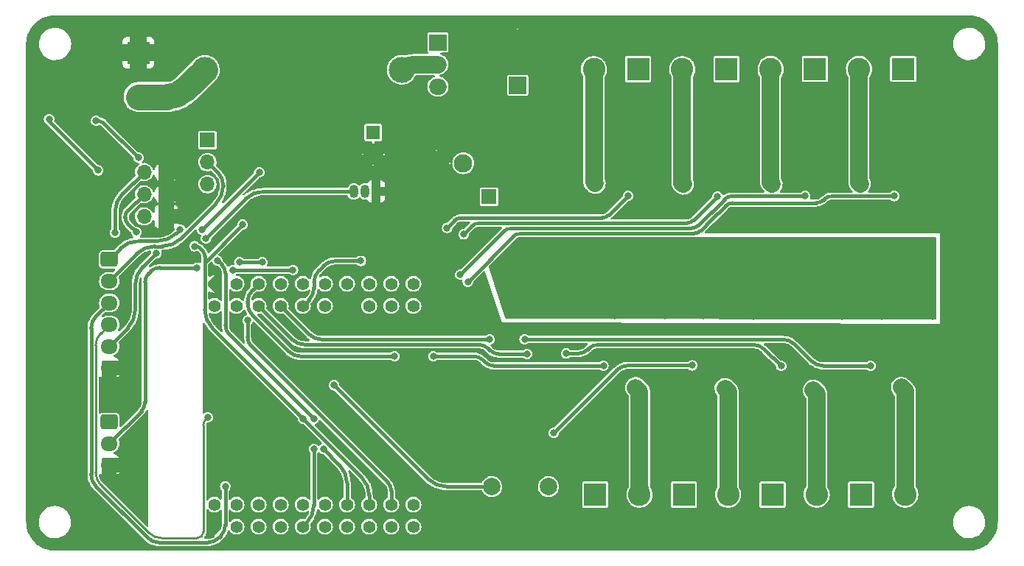
<source format=gbl>
G04 #@! TF.GenerationSoftware,KiCad,Pcbnew,6.0.1-79c1e3a40b~116~ubuntu20.04.1*
G04 #@! TF.CreationDate,2022-02-07T23:27:10+01:00*
G04 #@! TF.ProjectId,CC dimmer low voltage,43432064-696d-46d6-9572-206c6f772076,0.996*
G04 #@! TF.SameCoordinates,Original*
G04 #@! TF.FileFunction,Copper,L2,Bot*
G04 #@! TF.FilePolarity,Positive*
%FSLAX46Y46*%
G04 Gerber Fmt 4.6, Leading zero omitted, Abs format (unit mm)*
G04 Created by KiCad (PCBNEW 6.0.1-79c1e3a40b~116~ubuntu20.04.1) date 2022-02-07 23:27:10*
%MOMM*%
%LPD*%
G01*
G04 APERTURE LIST*
G04 Aperture macros list*
%AMRoundRect*
0 Rectangle with rounded corners*
0 $1 Rounding radius*
0 $2 $3 $4 $5 $6 $7 $8 $9 X,Y pos of 4 corners*
0 Add a 4 corners polygon primitive as box body*
4,1,4,$2,$3,$4,$5,$6,$7,$8,$9,$2,$3,0*
0 Add four circle primitives for the rounded corners*
1,1,$1+$1,$2,$3*
1,1,$1+$1,$4,$5*
1,1,$1+$1,$6,$7*
1,1,$1+$1,$8,$9*
0 Add four rect primitives between the rounded corners*
20,1,$1+$1,$2,$3,$4,$5,0*
20,1,$1+$1,$4,$5,$6,$7,0*
20,1,$1+$1,$6,$7,$8,$9,0*
20,1,$1+$1,$8,$9,$2,$3,0*%
G04 Aperture macros list end*
G04 #@! TA.AperFunction,ComponentPad*
%ADD10R,2.600000X2.600000*%
G04 #@! TD*
G04 #@! TA.AperFunction,ComponentPad*
%ADD11C,2.600000*%
G04 #@! TD*
G04 #@! TA.AperFunction,ComponentPad*
%ADD12R,1.050000X1.500000*%
G04 #@! TD*
G04 #@! TA.AperFunction,ComponentPad*
%ADD13O,1.050000X1.500000*%
G04 #@! TD*
G04 #@! TA.AperFunction,ComponentPad*
%ADD14R,2.000000X1.905000*%
G04 #@! TD*
G04 #@! TA.AperFunction,ComponentPad*
%ADD15O,2.000000X1.905000*%
G04 #@! TD*
G04 #@! TA.AperFunction,ComponentPad*
%ADD16C,3.000000*%
G04 #@! TD*
G04 #@! TA.AperFunction,ComponentPad*
%ADD17R,2.000000X2.000000*%
G04 #@! TD*
G04 #@! TA.AperFunction,ComponentPad*
%ADD18C,2.000000*%
G04 #@! TD*
G04 #@! TA.AperFunction,ComponentPad*
%ADD19R,1.600000X1.600000*%
G04 #@! TD*
G04 #@! TA.AperFunction,ComponentPad*
%ADD20C,1.600000*%
G04 #@! TD*
G04 #@! TA.AperFunction,ComponentPad*
%ADD21C,1.400000*%
G04 #@! TD*
G04 #@! TA.AperFunction,ComponentPad*
%ADD22R,1.700000X1.700000*%
G04 #@! TD*
G04 #@! TA.AperFunction,ComponentPad*
%ADD23O,1.700000X1.700000*%
G04 #@! TD*
G04 #@! TA.AperFunction,ComponentPad*
%ADD24RoundRect,0.250000X-0.725000X0.600000X-0.725000X-0.600000X0.725000X-0.600000X0.725000X0.600000X0*%
G04 #@! TD*
G04 #@! TA.AperFunction,ComponentPad*
%ADD25O,1.950000X1.700000*%
G04 #@! TD*
G04 #@! TA.AperFunction,ComponentPad*
%ADD26C,2.100000*%
G04 #@! TD*
G04 #@! TA.AperFunction,ViaPad*
%ADD27C,0.800000*%
G04 #@! TD*
G04 #@! TA.AperFunction,ViaPad*
%ADD28C,0.400000*%
G04 #@! TD*
G04 #@! TA.AperFunction,Conductor*
%ADD29C,2.000000*%
G04 #@! TD*
G04 #@! TA.AperFunction,Conductor*
%ADD30C,0.400000*%
G04 #@! TD*
G04 #@! TA.AperFunction,Conductor*
%ADD31C,2.999999*%
G04 #@! TD*
G04 #@! TA.AperFunction,Conductor*
%ADD32C,0.250000*%
G04 #@! TD*
G04 APERTURE END LIST*
D10*
X169452000Y-65467000D03*
D11*
X164372000Y-65467000D03*
D10*
X179602000Y-65465000D03*
D11*
X174522000Y-65465000D03*
D10*
X164532000Y-114415000D03*
D11*
X169612000Y-114415000D03*
D10*
X174712000Y-114415000D03*
D11*
X179792000Y-114415000D03*
D10*
X184882000Y-114415000D03*
D11*
X189962000Y-114415000D03*
D10*
X195052000Y-114415000D03*
D11*
X200132000Y-114415000D03*
D10*
X189752000Y-65455000D03*
D11*
X184672000Y-65455000D03*
D12*
X139352000Y-79545000D03*
D13*
X138082000Y-79545000D03*
X136812000Y-79545000D03*
D10*
X199902000Y-65445000D03*
D11*
X194822000Y-65445000D03*
D14*
X146447000Y-62405000D03*
D15*
X146447000Y-64945000D03*
X146447000Y-67485000D03*
D16*
X142292000Y-65545000D03*
X119692000Y-65545000D03*
D17*
X155640000Y-67317677D03*
D18*
X155640000Y-62317677D03*
D19*
X139032000Y-72762621D03*
D20*
X139032000Y-75262621D03*
D21*
X120792000Y-118115000D03*
X120792000Y-115575000D03*
X123332000Y-118115000D03*
X123332000Y-115575000D03*
X125872000Y-118115000D03*
X125872000Y-115575000D03*
X128412000Y-118115000D03*
X128412000Y-115575000D03*
X130952000Y-118115000D03*
X130952000Y-115575000D03*
X133492000Y-118115000D03*
X133492000Y-115575000D03*
X136032000Y-118115000D03*
X136032000Y-115575000D03*
X138572000Y-118115000D03*
X138572000Y-115575000D03*
X141112000Y-118115000D03*
X141112000Y-115575000D03*
X143652000Y-118115000D03*
X143652000Y-115575000D03*
X120792000Y-92715000D03*
X120792000Y-90175000D03*
X123332000Y-92715000D03*
X123332000Y-90175000D03*
X125872000Y-92715000D03*
X125872000Y-90175000D03*
X128412000Y-92715000D03*
X128412000Y-90175000D03*
X130952000Y-92715000D03*
X130952000Y-90175000D03*
X133492000Y-92715000D03*
X133492000Y-90175000D03*
X136032000Y-92715000D03*
X136032000Y-90175000D03*
X138572000Y-92715000D03*
X138572000Y-90175000D03*
X141112000Y-92715000D03*
X141112000Y-90175000D03*
X143652000Y-92715000D03*
X143652000Y-90175000D03*
D10*
X112057000Y-63580000D03*
D11*
X112057000Y-68660000D03*
D22*
X115262000Y-82405000D03*
D23*
X112722000Y-82405000D03*
X115262000Y-79865000D03*
X112722000Y-79865000D03*
X115262000Y-77325000D03*
X112722000Y-77325000D03*
D24*
X108722000Y-87365000D03*
D25*
X108722000Y-89865000D03*
X108722000Y-92365000D03*
X108722000Y-94865000D03*
X108722000Y-97365000D03*
X108722000Y-99865000D03*
D24*
X108712000Y-106035000D03*
D25*
X108712000Y-108535000D03*
X108712000Y-111035000D03*
D22*
X119982000Y-73635000D03*
D23*
X119982000Y-76175000D03*
X119982000Y-78715000D03*
D22*
X152334250Y-80148500D03*
X152334250Y-80148500D03*
D18*
X143482250Y-80148500D03*
X143482250Y-80148500D03*
D26*
X149365250Y-76299500D03*
X146317250Y-76299500D03*
D18*
X152652000Y-117995000D03*
X159152000Y-117995000D03*
X159152000Y-113495000D03*
X152652000Y-113495000D03*
D27*
X168725000Y-74775000D03*
X165472000Y-98385000D03*
X187452000Y-110785000D03*
X177622000Y-101095000D03*
X139832000Y-116845000D03*
D28*
X172312000Y-82395000D03*
X198702000Y-84035000D03*
D27*
X124732000Y-65615000D03*
X121140000Y-94480000D03*
X134370000Y-82070000D03*
X177102000Y-62165000D03*
D28*
X192282000Y-102615000D03*
D27*
X148082000Y-104865000D03*
X104872000Y-70135000D03*
X147922000Y-95233000D03*
X186872000Y-68985000D03*
D28*
X193292000Y-84025000D03*
D27*
X209842000Y-75565000D03*
D28*
X179942000Y-95305000D03*
D27*
X182352000Y-120225000D03*
D28*
X190182000Y-95345000D03*
D27*
X121040000Y-85050000D03*
X129722000Y-116875000D03*
X137520000Y-84410000D03*
X130982000Y-109205000D03*
X203962000Y-102035000D03*
X116940000Y-73020000D03*
X198082000Y-101085000D03*
D28*
X179042000Y-99555000D03*
X189422000Y-100005000D03*
D27*
X187972000Y-101105000D03*
X99862000Y-102945000D03*
X129672000Y-91445000D03*
X180072000Y-83645000D03*
X181062000Y-69035000D03*
X198692000Y-81575000D03*
X177372000Y-110785000D03*
X185562000Y-105115000D03*
X135002000Y-77235000D03*
X175572000Y-98335000D03*
X172022000Y-59815000D03*
X193192000Y-110805000D03*
D28*
X168602000Y-100195000D03*
D27*
X162306000Y-95435000D03*
X143310000Y-68420000D03*
X197712000Y-117665000D03*
X148340000Y-109920000D03*
D28*
X183522000Y-101265000D03*
D27*
X170602000Y-78685000D03*
X129042000Y-77495000D03*
D28*
X169742000Y-95335000D03*
D27*
X170802000Y-69025000D03*
X125180000Y-75270000D03*
X166862000Y-62135000D03*
D28*
X202342000Y-97385000D03*
X192762000Y-80855000D03*
X192042000Y-98885000D03*
D27*
X192492000Y-120275000D03*
X189072000Y-74725000D03*
X192272000Y-59795000D03*
X207152000Y-89815000D03*
X167492000Y-101115000D03*
X175392000Y-105155000D03*
X178862000Y-74805000D03*
X165192000Y-105165000D03*
X191062000Y-78585000D03*
X190392000Y-83575000D03*
X121522000Y-120335000D03*
D28*
X192752000Y-82295000D03*
D27*
X197702000Y-110825000D03*
X108522000Y-118835000D03*
D28*
X183012000Y-84015000D03*
D27*
X209870000Y-65930000D03*
X184642000Y-95395000D03*
X201252000Y-68915000D03*
X210340000Y-108450000D03*
X191242000Y-68955000D03*
X138522000Y-101855000D03*
D28*
X165782000Y-72775000D03*
D27*
X120532000Y-97265000D03*
X196992000Y-68965000D03*
X120370000Y-69600000D03*
X166592000Y-69005000D03*
D28*
X151638000Y-98044000D03*
D27*
X183032000Y-110765000D03*
D28*
X164342000Y-80105000D03*
X200422000Y-95325000D03*
D27*
X127810000Y-98225000D03*
X142992000Y-113255000D03*
X176692000Y-69025000D03*
D28*
X171622000Y-98815000D03*
D27*
X130392000Y-95825000D03*
D28*
X192022000Y-97385000D03*
D27*
X162662000Y-100805000D03*
X187152000Y-62075000D03*
X172792000Y-110755000D03*
X131602000Y-65585000D03*
X199252000Y-74735000D03*
D28*
X182572000Y-82295000D03*
D27*
X145720000Y-101280000D03*
X162532000Y-110785000D03*
X177302000Y-117705000D03*
X123552000Y-95555000D03*
X133622000Y-111615000D03*
X151282000Y-92795000D03*
D28*
X202352000Y-98825000D03*
D27*
X167110000Y-110760000D03*
D28*
X193752000Y-101125000D03*
D27*
X166572000Y-78885000D03*
X157352000Y-104795000D03*
X149552000Y-86535000D03*
X187522000Y-117735000D03*
X126272000Y-71395000D03*
X176682000Y-78715000D03*
X188502000Y-81835000D03*
D28*
X181812000Y-98795000D03*
D27*
X168202000Y-81535000D03*
D28*
X172312000Y-80815000D03*
X172370000Y-76315000D03*
D27*
X99852000Y-85315000D03*
D28*
X171892000Y-103505000D03*
D27*
X182122000Y-59845000D03*
X135870000Y-109390000D03*
X142292000Y-91495000D03*
D28*
X188702000Y-84015000D03*
D27*
X139902000Y-109475000D03*
X185902000Y-98235000D03*
D28*
X166622000Y-80835000D03*
D27*
X186942000Y-78625000D03*
X172192000Y-120185000D03*
X134292000Y-104165000D03*
X166962000Y-117735000D03*
X197502000Y-62095000D03*
X132352000Y-120365000D03*
X138642000Y-65585000D03*
D28*
X200082000Y-99565000D03*
D27*
X174372000Y-95395000D03*
X197062000Y-78655000D03*
X194812000Y-95555000D03*
X203882000Y-110465000D03*
X110400000Y-91050000D03*
X180842000Y-78735000D03*
X124252000Y-113445000D03*
D28*
X175132000Y-80135000D03*
D27*
X127682000Y-104465000D03*
X202292000Y-83465000D03*
D28*
X173332000Y-101245000D03*
D27*
X195752000Y-105115000D03*
D28*
X182092000Y-103465000D03*
D27*
X196042000Y-98345000D03*
X164407000Y-75860000D03*
X164529107Y-78607893D03*
X174669107Y-75962107D03*
X174669107Y-78717893D03*
X184839107Y-78667893D03*
X184839107Y-75932107D03*
X195049107Y-75882107D03*
X194967000Y-78760000D03*
X199682000Y-102065000D03*
X199974893Y-104107893D03*
X189784893Y-103827893D03*
X189492000Y-102225000D03*
X179634893Y-103837893D03*
X179342000Y-102025000D03*
X169342000Y-103675000D03*
X169132000Y-102005000D03*
X197392000Y-93905000D03*
X172512000Y-93865000D03*
X178182000Y-89375000D03*
X172812000Y-89645000D03*
X158192000Y-89655000D03*
X187142000Y-93885000D03*
X162140000Y-93750000D03*
X175372000Y-91275000D03*
X180802000Y-91305000D03*
X170652000Y-91325000D03*
X187522000Y-85785000D03*
X191902000Y-85785000D03*
X191212000Y-91385000D03*
X185642000Y-88025000D03*
X201552000Y-91385000D03*
X192872000Y-93915000D03*
X195672000Y-87985000D03*
X163162000Y-87975000D03*
X153532000Y-88045000D03*
X166762000Y-93805000D03*
X203272000Y-93935000D03*
X160492000Y-92705000D03*
X171492000Y-85895000D03*
X183432000Y-89765000D03*
X155602000Y-85755000D03*
X165252000Y-91115000D03*
X195712000Y-91345000D03*
X181732000Y-85835000D03*
X202862000Y-85825000D03*
X154062000Y-90655000D03*
X182662000Y-93915000D03*
X198632000Y-89485000D03*
X201632000Y-87715000D03*
X193062000Y-89605000D03*
X160642000Y-89215000D03*
X167522000Y-89255000D03*
X180872000Y-87715000D03*
X175262000Y-87985000D03*
X191092000Y-87755000D03*
X176902000Y-93855000D03*
X155692000Y-92705000D03*
X177272000Y-85825000D03*
X167032000Y-85895000D03*
X170642000Y-87835000D03*
X185842000Y-91355000D03*
X160552000Y-85275000D03*
X188642000Y-89645000D03*
X197632000Y-85835000D03*
X119822000Y-84945000D03*
X107440000Y-77120000D03*
X101812500Y-71217500D03*
X133317000Y-109175000D03*
X137612000Y-87535000D03*
X152410000Y-96560000D03*
X156692000Y-98235000D03*
X141474500Y-98505000D03*
X132217000Y-109175000D03*
X121132000Y-87505000D03*
X109382000Y-84255000D03*
X132212000Y-105705000D03*
X107210000Y-71420000D03*
X112060000Y-75650000D03*
X124592000Y-94375000D03*
X122042000Y-113455000D03*
X118812000Y-88305000D03*
X129822000Y-88595000D03*
X122895000Y-88595000D03*
X124030000Y-83370000D03*
X130997000Y-105680000D03*
X111818500Y-84231500D03*
X118524059Y-85845489D03*
X168282000Y-80065000D03*
X147517000Y-83730000D03*
X178572000Y-80115000D03*
X149402000Y-84475000D03*
X188632000Y-80075000D03*
X149032000Y-89125000D03*
X149892000Y-89925000D03*
X198862000Y-80075000D03*
X156420000Y-96560000D03*
X196142000Y-99605000D03*
X175662000Y-99555000D03*
X159772000Y-107315000D03*
X161197000Y-98190000D03*
X185882000Y-99625000D03*
X145942000Y-98505000D03*
X165472000Y-99595000D03*
X120012000Y-105537000D03*
X114122000Y-86645000D03*
X126282000Y-87695000D03*
X123655000Y-87695000D03*
X134552000Y-101835000D03*
X125940000Y-77350000D03*
X116867000Y-83920000D03*
X119350000Y-83910000D03*
D29*
X164372000Y-65467000D02*
X164372000Y-78450786D01*
X164372000Y-78450786D02*
X164529107Y-78607893D01*
X174522000Y-65465000D02*
X174522000Y-78570786D01*
X174522000Y-78570786D02*
X174669107Y-78717893D01*
X184672000Y-78500786D02*
X184839107Y-78667893D01*
X184672000Y-65455000D02*
X184672000Y-78500786D01*
X194822000Y-78530480D02*
X194967000Y-78675480D01*
X194822000Y-65445000D02*
X194822000Y-78530480D01*
X200132000Y-114415000D02*
X200132000Y-102521000D01*
X200132000Y-102521000D02*
X199702000Y-102091000D01*
X189962000Y-114415000D02*
X189962000Y-102779214D01*
X189962000Y-102779214D02*
X189562000Y-102379214D01*
X179792000Y-102559214D02*
X179442000Y-102209214D01*
X179792000Y-114415000D02*
X179792000Y-102559214D01*
X169612000Y-102529214D02*
X169182000Y-102099214D01*
X169612000Y-114415000D02*
X169612000Y-102529214D01*
D30*
X107440000Y-77120000D02*
X101812500Y-71492500D01*
X136812000Y-79545000D02*
X126464641Y-79545000D01*
X107440000Y-77120000D02*
X107379000Y-77120000D01*
X124343320Y-80423680D02*
X119822000Y-84945000D01*
X101812500Y-71492500D02*
X101812500Y-71217500D01*
X126464641Y-79545001D02*
G75*
G03*
X124343321Y-80423681I-3J-2999993D01*
G01*
X135153320Y-111011320D02*
X133317000Y-109175000D01*
X136032000Y-115575000D02*
X136032000Y-113132641D01*
X136031999Y-113132641D02*
G75*
G03*
X135153319Y-111011321I-2999993J3D01*
G01*
X132222000Y-90616573D02*
X132222000Y-90023427D01*
X130952000Y-92715000D02*
X131636214Y-92030786D01*
X134710427Y-87535000D02*
X137612000Y-87535000D01*
X132807787Y-88609213D02*
X133296214Y-88120786D01*
X131636214Y-92030786D02*
G75*
G03*
X132222000Y-90616573I-1414214J1414213D01*
G01*
X134710427Y-87535001D02*
G75*
G03*
X133296215Y-88120787I0J-1999999D01*
G01*
X132222001Y-90023427D02*
G75*
G02*
X132807788Y-88609214I1999999J0D01*
G01*
X128412000Y-92715000D02*
X128412680Y-92715000D01*
X128412680Y-92715000D02*
X131677863Y-95980183D01*
X152410000Y-96560000D02*
X148731938Y-96560000D01*
X148731938Y-96560000D02*
X148725969Y-96565969D01*
X133092076Y-96565969D02*
X148725969Y-96565969D01*
X148725969Y-96565969D02*
X149212604Y-96565969D01*
X131677863Y-95980183D02*
G75*
G03*
X133092076Y-96565969I1414213J1414214D01*
G01*
X131150916Y-97165489D02*
X151154169Y-97165489D01*
X152405660Y-97795660D02*
X152214829Y-97604829D01*
X156692000Y-98235000D02*
X153466320Y-98235000D01*
X125872000Y-92715000D02*
X129736703Y-96579703D01*
X129736703Y-96579703D02*
G75*
G03*
X131150916Y-97165489I1414213J1414214D01*
G01*
X152214829Y-97604829D02*
G75*
G03*
X151154169Y-97165489I-1060661J-1060662D01*
G01*
X152405660Y-97795660D02*
G75*
G03*
X153466320Y-98235000I1060661J1060662D01*
G01*
X125872000Y-90175000D02*
X125185786Y-90861214D01*
X124600000Y-92275427D02*
X124600000Y-92411573D01*
X130693427Y-98505000D02*
X141474500Y-98505000D01*
X125185787Y-93825787D02*
X129279214Y-97919214D01*
X124600001Y-92411573D02*
G75*
G03*
X125185788Y-93825786I1999999J0D01*
G01*
X124600001Y-92275427D02*
G75*
G02*
X125185787Y-90861215I1999999J0D01*
G01*
X129279214Y-97919214D02*
G75*
G03*
X130693427Y-98505000I1414213J1414214D01*
G01*
X131338320Y-117728680D02*
X130952000Y-118115000D01*
X109382000Y-81907641D02*
X109382000Y-84255000D01*
X112722000Y-77325000D02*
X110260679Y-79786321D01*
X132212000Y-105705000D02*
X122501765Y-95994765D01*
X122062425Y-94934105D02*
X122062425Y-94532425D01*
X121132000Y-87505000D02*
X121181320Y-87505000D01*
X121181320Y-87505000D02*
X121623085Y-87946765D01*
X122062425Y-89007425D02*
X122062425Y-94532425D01*
X132217000Y-109175000D02*
X132217000Y-115607359D01*
X131338320Y-117728680D02*
G75*
G03*
X132217000Y-115607359I-2121325J2121323D01*
G01*
X122062424Y-89007425D02*
G75*
G03*
X121623084Y-87946766I-1500001J-1D01*
G01*
X122501765Y-95994765D02*
G75*
G02*
X122062425Y-94934105I1060662J1060661D01*
G01*
X110260679Y-79786321D02*
G75*
G03*
X109382000Y-81907641I2121319J-2121319D01*
G01*
X107498629Y-71420000D02*
X107210000Y-71420000D01*
X141112000Y-115575000D02*
X141112000Y-114035640D01*
X140672660Y-112974980D02*
X125031340Y-97333660D01*
X112060000Y-75650000D02*
X108064314Y-71654314D01*
X124592000Y-96273000D02*
X124592000Y-94375000D01*
X125031340Y-97333660D02*
G75*
G02*
X124592000Y-96273000I1060662J1060661D01*
G01*
X108064314Y-71654314D02*
G75*
G03*
X107498629Y-71420000I-565685J-565686D01*
G01*
X140672660Y-112974980D02*
G75*
G02*
X141112000Y-114035640I-1060662J-1060661D01*
G01*
D29*
X142306213Y-65530787D02*
X142292000Y-65545000D01*
X146447000Y-64945000D02*
X143720427Y-64945000D01*
X142306213Y-65530787D02*
G75*
G02*
X143720427Y-64945000I1414214J-1414213D01*
G01*
D31*
X112057000Y-68660000D02*
X115334359Y-68660000D01*
X117455680Y-67781320D02*
X119692000Y-65545000D01*
X115334359Y-68659999D02*
G75*
G03*
X117455679Y-67781319I3J2999993D01*
G01*
D30*
X119964224Y-119933669D02*
X114477312Y-119933669D01*
X121456213Y-119270107D02*
X121378437Y-119347883D01*
X107215787Y-93871213D02*
X108722000Y-92365000D01*
X122042000Y-113455000D02*
X122042000Y-117855893D01*
X113063098Y-119347882D02*
X107215786Y-113500570D01*
X106630000Y-112086357D02*
X106630000Y-95285427D01*
X122041999Y-117855893D02*
G75*
G02*
X121456212Y-119270106I-1999999J0D01*
G01*
X121378437Y-119347883D02*
G75*
G02*
X119964224Y-119933669I-1414213J1414214D01*
G01*
X107215787Y-93871213D02*
G75*
G03*
X106630000Y-95285427I1414213J-1414214D01*
G01*
X113063098Y-119347882D02*
G75*
G03*
X114477312Y-119933669I1414214J1414213D01*
G01*
X106630001Y-112086357D02*
G75*
G03*
X107215787Y-113500569I1999999J0D01*
G01*
X113455660Y-88744340D02*
X113264340Y-88935660D01*
X108712000Y-108518000D02*
X112385660Y-104844340D01*
X108712000Y-108535000D02*
X108712000Y-108518000D01*
X112825000Y-103783680D02*
X112825000Y-89996320D01*
X129822000Y-88595000D02*
X122895000Y-88595000D01*
X118812000Y-88305000D02*
X114516320Y-88305000D01*
X122895000Y-88595000D02*
X122685000Y-88595000D01*
X112385660Y-104844340D02*
G75*
G03*
X112825000Y-103783680I-1060662J1060661D01*
G01*
X114516320Y-88305001D02*
G75*
G03*
X113455661Y-88744341I1J-1500001D01*
G01*
X112825001Y-89996320D02*
G75*
G02*
X113264341Y-88935661I1500001J-1D01*
G01*
X112722000Y-79865000D02*
X110832893Y-81754107D01*
X119686999Y-88706999D02*
X119686999Y-87713001D01*
X137693320Y-112420640D02*
X130997000Y-105724320D01*
X120565679Y-95248679D02*
X130997000Y-105680000D01*
X119686999Y-87713001D02*
X124030000Y-83370000D01*
X119686999Y-88706999D02*
X119686999Y-93127358D01*
X119394106Y-86301322D02*
X119231166Y-86138382D01*
X119686999Y-87709999D02*
X119686999Y-87008429D01*
X110832893Y-83245893D02*
X111818500Y-84231500D01*
X130997000Y-105724320D02*
X130997000Y-105680000D01*
X110540000Y-82461214D02*
X110540000Y-82538786D01*
X138572000Y-115575000D02*
X138572000Y-114541961D01*
X119686999Y-87709999D02*
X119686999Y-88706999D01*
X110832893Y-83245893D02*
G75*
G02*
X110540000Y-82538786I707106J707106D01*
G01*
X119686998Y-87008429D02*
G75*
G03*
X119394105Y-86301323I-999993J3D01*
G01*
X137693320Y-112420640D02*
G75*
G02*
X138572000Y-114541961I-2121325J-2121323D01*
G01*
X119231166Y-86138382D02*
G75*
G03*
X118524059Y-85845489I-707106J-707106D01*
G01*
X110832893Y-81754107D02*
G75*
G03*
X110540000Y-82461214I707106J-707106D01*
G01*
X119687000Y-93127358D02*
G75*
G03*
X120565680Y-95248678I2999993J-3D01*
G01*
X165264463Y-82585481D02*
X149158575Y-82585481D01*
X148310047Y-82936953D02*
X147517000Y-83730000D01*
X168282000Y-80065000D02*
X166112991Y-82234009D01*
X149158575Y-82585481D02*
G75*
G03*
X148310047Y-82936953I2J-1200004D01*
G01*
X165264463Y-82585481D02*
G75*
G03*
X166112991Y-82234009I-2J1200004D01*
G01*
X150340527Y-83536473D02*
X149402000Y-84475000D01*
X175004943Y-83185001D02*
X151189055Y-83185001D01*
X178572000Y-80115000D02*
X175853471Y-82833529D01*
X175004943Y-83185001D02*
G75*
G03*
X175853471Y-82833529I-2J1200004D01*
G01*
X151189055Y-83185001D02*
G75*
G03*
X150340527Y-83536473I2J-1200004D01*
G01*
X188632000Y-80075000D02*
X180239736Y-80075000D01*
X179391208Y-80426472D02*
X176384631Y-83433049D01*
X175536103Y-83784521D02*
X154869535Y-83784521D01*
X154021007Y-84135993D02*
X149032000Y-89125000D01*
X180239736Y-80075000D02*
G75*
G03*
X179391208Y-80426472I2J-1200004D01*
G01*
X175536103Y-83784521D02*
G75*
G03*
X176384631Y-83433049I-2J1200004D01*
G01*
X154869535Y-83784521D02*
G75*
G03*
X154021007Y-84135993I2J-1200004D01*
G01*
X190833528Y-80426472D02*
X190736961Y-80523039D01*
X198862000Y-80075000D02*
X191682056Y-80075000D01*
X189888433Y-80874511D02*
X180322545Y-80874511D01*
X179474017Y-81225983D02*
X177825000Y-82875000D01*
X149892000Y-89925000D02*
X155081487Y-84735513D01*
X155930015Y-84384041D02*
X175818903Y-84384041D01*
X176667431Y-84032569D02*
X177825000Y-82875000D01*
X191682056Y-80075000D02*
G75*
G03*
X190833528Y-80426472I2J-1200004D01*
G01*
X189888433Y-80874511D02*
G75*
G03*
X190736961Y-80523039I-2J1200004D01*
G01*
X175818903Y-84384041D02*
G75*
G03*
X176667431Y-84032569I-2J1200004D01*
G01*
X180322545Y-80874511D02*
G75*
G03*
X179474017Y-81225983I2J-1200004D01*
G01*
X155930015Y-84384041D02*
G75*
G03*
X155081487Y-84735513I2J-1200004D01*
G01*
X196142000Y-99605000D02*
X190743427Y-99605000D01*
X156425479Y-96565479D02*
X156420000Y-96560000D01*
X189329213Y-99019213D02*
X187461265Y-97151265D01*
X186047052Y-96565479D02*
X156425479Y-96565479D01*
X186047052Y-96565480D02*
G75*
G02*
X187461264Y-97151266I0J-1999999D01*
G01*
X189329213Y-99019213D02*
G75*
G03*
X190743427Y-99605000I1414214J1414213D01*
G01*
X175662000Y-99555000D02*
X168360427Y-99555000D01*
X166946213Y-100140787D02*
X159772000Y-107315000D01*
X166946213Y-100140787D02*
G75*
G02*
X168360427Y-99555000I1414214J-1414213D01*
G01*
X185882000Y-99625000D02*
X184007785Y-97750785D01*
X182593572Y-97164999D02*
X164842319Y-97164999D01*
X163635338Y-97750660D02*
X163781659Y-97604339D01*
X161197000Y-98190000D02*
X162574678Y-98190000D01*
X164842319Y-97165000D02*
G75*
G03*
X163781660Y-97604340I1J-1500001D01*
G01*
X184007785Y-97750785D02*
G75*
G03*
X182593572Y-97164999I-1414213J-1414214D01*
G01*
X162574678Y-98189999D02*
G75*
G03*
X163635337Y-97750659I-1J1500001D01*
G01*
X151847340Y-99155660D02*
X151636020Y-98944340D01*
X165472000Y-99595000D02*
X152908000Y-99595000D01*
X150575360Y-98505000D02*
X145942000Y-98505000D01*
X150575360Y-98505001D02*
G75*
G02*
X151636019Y-98944341I-1J-1500001D01*
G01*
X151847340Y-99155660D02*
G75*
G03*
X152908000Y-99595000I1060661J1060662D01*
G01*
X108722000Y-89865000D02*
X108722000Y-89858000D01*
X113977641Y-85845000D02*
X114832359Y-85845000D01*
X108722000Y-89858000D02*
X111856321Y-86723679D01*
X119982000Y-76175000D02*
X121214214Y-77407214D01*
X116953680Y-84966320D02*
X120921321Y-80998679D01*
X121800000Y-78821427D02*
X121800000Y-78877359D01*
X116953680Y-84966320D02*
G75*
G02*
X114832359Y-85845000I-2121323J2121325D01*
G01*
X121800000Y-78877359D02*
G75*
G02*
X120921321Y-80998679I-2999998J-1D01*
G01*
X113977641Y-85845000D02*
G75*
G03*
X111856321Y-86723679I-1J-2999998D01*
G01*
X121799999Y-78821427D02*
G75*
G03*
X121214213Y-77407215I-1999999J0D01*
G01*
D32*
X119530000Y-106434214D02*
X119530000Y-118680051D01*
X107154520Y-111869093D02*
X107154520Y-97260907D01*
X120012000Y-105537000D02*
X120012000Y-105538000D01*
X119324974Y-119175026D02*
X119295876Y-119204124D01*
X107740306Y-95846694D02*
X108722000Y-94865000D01*
X118800902Y-119409149D02*
X114694576Y-119409149D01*
X120012000Y-105538000D02*
X119822893Y-105727107D01*
X113280362Y-118823362D02*
X107740307Y-113283307D01*
X119822893Y-105727107D02*
G75*
G03*
X119530000Y-106434214I707106J-707106D01*
G01*
X107740306Y-95846694D02*
G75*
G03*
X107154520Y-97260907I1414214J-1414213D01*
G01*
X119295876Y-119204124D02*
G75*
G02*
X118800902Y-119409149I-494973J494971D01*
G01*
X114694576Y-119409148D02*
G75*
G02*
X113280363Y-118823361I0J1999999D01*
G01*
X119530000Y-118680051D02*
G75*
G02*
X119324974Y-119175026I-700002J2D01*
G01*
X107154521Y-111869093D02*
G75*
G03*
X107740308Y-113283306I1999999J0D01*
G01*
D30*
X110822831Y-95264169D02*
X108722000Y-97365000D01*
X152652000Y-113495000D02*
X147454641Y-113495000D01*
X145333320Y-112616320D02*
X134552000Y-101835000D01*
X114122000Y-86645000D02*
X112580190Y-88186810D01*
X111701511Y-90308130D02*
X111701511Y-93142848D01*
X126282000Y-87695000D02*
X123655000Y-87695000D01*
X145333320Y-112616320D02*
G75*
G03*
X147454641Y-113495000I2121323J2121325D01*
G01*
X110822831Y-95264169D02*
G75*
G03*
X111701511Y-93142848I-2121325J2121323D01*
G01*
X112580190Y-88186810D02*
G75*
G03*
X111701511Y-90308130I2121319J-2121319D01*
G01*
X119380000Y-83910000D02*
X125940000Y-77350000D01*
X116867000Y-83920000D02*
X116420199Y-84366801D01*
X119350000Y-83910000D02*
X119380000Y-83910000D01*
X114298879Y-85245480D02*
X112084161Y-85245480D01*
X109962840Y-86124160D02*
X108722000Y-87365000D01*
X114298879Y-85245480D02*
G75*
G03*
X116420199Y-84366801I1J2999998D01*
G01*
X112084161Y-85245481D02*
G75*
G03*
X109962841Y-86124161I-3J-2999993D01*
G01*
G04 #@! TA.AperFunction,Conductor*
G36*
X170608479Y-111928427D02*
G01*
X170611906Y-111936794D01*
X170609766Y-112204371D01*
X170609764Y-112204514D01*
X170604609Y-112459429D01*
X170604587Y-112459429D01*
X170604608Y-112459480D01*
X170598855Y-112692049D01*
X170594827Y-112904400D01*
X170594848Y-113098575D01*
X170601241Y-113276669D01*
X170616330Y-113440778D01*
X170642437Y-113592996D01*
X170681885Y-113735417D01*
X170682017Y-113735739D01*
X170734116Y-113863089D01*
X170734077Y-113872044D01*
X170731720Y-113875629D01*
X169620433Y-115031231D01*
X169612229Y-115034819D01*
X169603567Y-115031231D01*
X168492280Y-113875628D01*
X168489015Y-113867289D01*
X168489884Y-113863088D01*
X168541982Y-113735739D01*
X168542114Y-113735417D01*
X168581562Y-113592996D01*
X168607669Y-113440778D01*
X168622758Y-113276669D01*
X168629151Y-113098575D01*
X168629172Y-112904400D01*
X168625144Y-112692049D01*
X168619391Y-112459480D01*
X168619411Y-112459429D01*
X168619390Y-112459429D01*
X168614234Y-112204444D01*
X168612094Y-111936793D01*
X168615455Y-111928493D01*
X168623794Y-111925000D01*
X170600206Y-111925000D01*
X170608479Y-111928427D01*
G37*
G04 #@! TD.AperFunction*
G04 #@! TA.AperFunction,Conductor*
G36*
X190958479Y-111928427D02*
G01*
X190961906Y-111936794D01*
X190959766Y-112204371D01*
X190959764Y-112204514D01*
X190954609Y-112459429D01*
X190954587Y-112459429D01*
X190954608Y-112459480D01*
X190948855Y-112692049D01*
X190944827Y-112904400D01*
X190944848Y-113098575D01*
X190951241Y-113276669D01*
X190966330Y-113440778D01*
X190992437Y-113592996D01*
X191031885Y-113735417D01*
X191032017Y-113735739D01*
X191084116Y-113863089D01*
X191084077Y-113872044D01*
X191081720Y-113875629D01*
X189970433Y-115031231D01*
X189962229Y-115034819D01*
X189953567Y-115031231D01*
X188842280Y-113875628D01*
X188839015Y-113867289D01*
X188839884Y-113863088D01*
X188891982Y-113735739D01*
X188892114Y-113735417D01*
X188931562Y-113592996D01*
X188957669Y-113440778D01*
X188972758Y-113276669D01*
X188979151Y-113098575D01*
X188979172Y-112904400D01*
X188975144Y-112692049D01*
X188969391Y-112459480D01*
X188969411Y-112459429D01*
X188969390Y-112459429D01*
X188964234Y-112204444D01*
X188962094Y-111936793D01*
X188965455Y-111928493D01*
X188973794Y-111925000D01*
X190950206Y-111925000D01*
X190958479Y-111928427D01*
G37*
G04 #@! TD.AperFunction*
G04 #@! TA.AperFunction,Conductor*
G36*
X201128479Y-111928427D02*
G01*
X201131906Y-111936794D01*
X201129766Y-112204371D01*
X201129764Y-112204514D01*
X201124609Y-112459429D01*
X201124587Y-112459429D01*
X201124608Y-112459480D01*
X201118855Y-112692049D01*
X201114827Y-112904400D01*
X201114848Y-113098575D01*
X201121241Y-113276669D01*
X201136330Y-113440778D01*
X201162437Y-113592996D01*
X201201885Y-113735417D01*
X201202017Y-113735739D01*
X201254116Y-113863089D01*
X201254077Y-113872044D01*
X201251720Y-113875629D01*
X200140433Y-115031231D01*
X200132229Y-115034819D01*
X200123567Y-115031231D01*
X199012280Y-113875628D01*
X199009015Y-113867289D01*
X199009884Y-113863088D01*
X199061982Y-113735739D01*
X199062114Y-113735417D01*
X199101562Y-113592996D01*
X199127669Y-113440778D01*
X199142758Y-113276669D01*
X199149151Y-113098575D01*
X199149172Y-112904400D01*
X199145144Y-112692049D01*
X199139391Y-112459480D01*
X199139411Y-112459429D01*
X199139390Y-112459429D01*
X199134234Y-112204444D01*
X199132094Y-111936793D01*
X199135455Y-111928493D01*
X199143794Y-111925000D01*
X201120206Y-111925000D01*
X201128479Y-111928427D01*
G37*
G04 #@! TD.AperFunction*
G04 #@! TA.AperFunction,Conductor*
G36*
X184680433Y-64838769D02*
G01*
X185791720Y-65994371D01*
X185794985Y-66002710D01*
X185794116Y-66006911D01*
X185741885Y-66134582D01*
X185702437Y-66277003D01*
X185676330Y-66429221D01*
X185661241Y-66593330D01*
X185654848Y-66771424D01*
X185654827Y-66965599D01*
X185654829Y-66965694D01*
X185658854Y-67177877D01*
X185658854Y-67177890D01*
X185658855Y-67177950D01*
X185664608Y-67410518D01*
X185664588Y-67410570D01*
X185664609Y-67410570D01*
X185669764Y-67665485D01*
X185669766Y-67665628D01*
X185671906Y-67933206D01*
X185668545Y-67941507D01*
X185660206Y-67945000D01*
X183683794Y-67945000D01*
X183675521Y-67941573D01*
X183672094Y-67933206D01*
X183674233Y-67665628D01*
X183674235Y-67665485D01*
X183679390Y-67410570D01*
X183679412Y-67410570D01*
X183679391Y-67410518D01*
X183685144Y-67177950D01*
X183685145Y-67177890D01*
X183685145Y-67177877D01*
X183689170Y-66965694D01*
X183689172Y-66965599D01*
X183689151Y-66771424D01*
X183682758Y-66593330D01*
X183667669Y-66429221D01*
X183641562Y-66277003D01*
X183602114Y-66134582D01*
X183549884Y-66006911D01*
X183549923Y-65997956D01*
X183552280Y-65994371D01*
X184663567Y-64838769D01*
X184671771Y-64835181D01*
X184680433Y-64838769D01*
G37*
G04 #@! TD.AperFunction*
G04 #@! TA.AperFunction,Conductor*
G36*
X207450182Y-59281953D02*
G01*
X207455813Y-59281963D01*
X207469642Y-59285143D01*
X207483483Y-59282011D01*
X207497669Y-59282036D01*
X207497668Y-59282538D01*
X207505567Y-59281864D01*
X207808344Y-59297732D01*
X207821459Y-59299110D01*
X208149587Y-59351080D01*
X208162488Y-59353822D01*
X208483384Y-59439806D01*
X208495918Y-59443878D01*
X208641734Y-59499852D01*
X208806065Y-59562933D01*
X208818113Y-59568297D01*
X209114117Y-59719119D01*
X209125538Y-59725713D01*
X209404159Y-59906651D01*
X209414829Y-59914404D01*
X209673000Y-60123467D01*
X209682801Y-60132292D01*
X209917708Y-60367199D01*
X209926533Y-60377000D01*
X210135596Y-60635171D01*
X210143349Y-60645841D01*
X210324287Y-60924462D01*
X210330881Y-60935883D01*
X210481703Y-61231887D01*
X210487066Y-61243934D01*
X210596518Y-61529062D01*
X210606120Y-61554077D01*
X210610196Y-61566621D01*
X210696178Y-61887513D01*
X210698920Y-61900413D01*
X210750890Y-62228540D01*
X210752268Y-62241656D01*
X210753783Y-62270569D01*
X210768106Y-62543867D01*
X210767432Y-62551625D01*
X210768062Y-62551626D01*
X210768037Y-62565812D01*
X210764857Y-62579642D01*
X210767989Y-62593482D01*
X210767980Y-62598372D01*
X210770000Y-62616448D01*
X210770000Y-117542976D01*
X210768047Y-117560182D01*
X210768037Y-117565813D01*
X210764857Y-117579642D01*
X210767989Y-117593483D01*
X210767964Y-117607669D01*
X210767462Y-117607668D01*
X210768136Y-117615567D01*
X210752356Y-117916667D01*
X210752268Y-117918343D01*
X210750890Y-117931459D01*
X210721820Y-118115000D01*
X210698920Y-118259587D01*
X210696178Y-118272487D01*
X210639696Y-118483284D01*
X210610196Y-118593379D01*
X210606122Y-118605918D01*
X210538152Y-118782985D01*
X210487067Y-118916065D01*
X210481703Y-118928113D01*
X210330881Y-119224117D01*
X210324287Y-119235538D01*
X210143349Y-119514159D01*
X210135596Y-119524829D01*
X209926533Y-119783000D01*
X209917708Y-119792801D01*
X209682801Y-120027708D01*
X209673000Y-120036533D01*
X209414829Y-120245596D01*
X209404159Y-120253349D01*
X209125538Y-120434287D01*
X209114117Y-120440881D01*
X208818113Y-120591703D01*
X208806066Y-120597066D01*
X208495918Y-120716122D01*
X208483384Y-120720194D01*
X208190666Y-120798628D01*
X208162487Y-120806178D01*
X208149587Y-120808920D01*
X207908881Y-120847044D01*
X207821460Y-120860890D01*
X207808344Y-120862268D01*
X207744603Y-120865608D01*
X207506133Y-120878106D01*
X207498375Y-120877432D01*
X207498374Y-120878062D01*
X207484188Y-120878037D01*
X207470358Y-120874857D01*
X207456518Y-120877989D01*
X207451628Y-120877980D01*
X207433552Y-120880000D01*
X102507024Y-120880000D01*
X102489818Y-120878047D01*
X102484187Y-120878037D01*
X102470358Y-120874857D01*
X102456517Y-120877989D01*
X102442331Y-120877964D01*
X102442332Y-120877462D01*
X102434433Y-120878136D01*
X102131656Y-120862268D01*
X102118540Y-120860890D01*
X102031120Y-120847044D01*
X101790413Y-120808920D01*
X101777513Y-120806178D01*
X101749334Y-120798628D01*
X101456616Y-120720194D01*
X101444082Y-120716122D01*
X101133934Y-120597066D01*
X101121887Y-120591703D01*
X100825883Y-120440881D01*
X100814462Y-120434287D01*
X100535841Y-120253349D01*
X100525171Y-120245596D01*
X100267000Y-120036533D01*
X100257199Y-120027708D01*
X100022292Y-119792801D01*
X100013467Y-119783000D01*
X99804404Y-119524829D01*
X99796651Y-119514159D01*
X99615713Y-119235538D01*
X99609119Y-119224117D01*
X99458297Y-118928113D01*
X99452933Y-118916065D01*
X99401848Y-118782985D01*
X99333878Y-118605918D01*
X99329804Y-118593379D01*
X99300305Y-118483284D01*
X99243822Y-118272487D01*
X99241080Y-118259587D01*
X99218180Y-118115000D01*
X99189110Y-117931459D01*
X99187732Y-117918343D01*
X99186450Y-117893871D01*
X99178737Y-117746716D01*
X99172206Y-117622095D01*
X100615028Y-117622095D01*
X100640534Y-117889431D01*
X100641619Y-117893865D01*
X100641620Y-117893871D01*
X100685395Y-118072766D01*
X100704364Y-118150285D01*
X100706076Y-118154511D01*
X100706077Y-118154515D01*
X100766109Y-118302726D01*
X100805182Y-118399192D01*
X100940875Y-118630938D01*
X100988836Y-118690910D01*
X101099755Y-118829607D01*
X101108601Y-118840669D01*
X101304846Y-119023991D01*
X101390842Y-119083649D01*
X101521746Y-119174461D01*
X101521751Y-119174464D01*
X101525499Y-119177064D01*
X101529584Y-119179096D01*
X101529587Y-119179098D01*
X101620080Y-119224117D01*
X101765938Y-119296680D01*
X101770272Y-119298101D01*
X101770275Y-119298102D01*
X102016793Y-119378915D01*
X102016798Y-119378916D01*
X102021126Y-119380335D01*
X102025617Y-119381115D01*
X102025618Y-119381115D01*
X102281936Y-119425620D01*
X102281944Y-119425621D01*
X102285717Y-119426276D01*
X102289554Y-119426467D01*
X102368996Y-119430422D01*
X102369004Y-119430422D01*
X102370567Y-119430500D01*
X102538223Y-119430500D01*
X102540491Y-119430335D01*
X102540503Y-119430335D01*
X102672973Y-119420723D01*
X102737846Y-119416016D01*
X102742301Y-119415032D01*
X102742304Y-119415032D01*
X102995620Y-119359105D01*
X102995624Y-119359104D01*
X103000080Y-119358120D01*
X103205050Y-119280464D01*
X103246941Y-119264593D01*
X103246944Y-119264592D01*
X103251211Y-119262975D01*
X103476332Y-119137931D01*
X103481983Y-119134792D01*
X103481984Y-119134792D01*
X103485976Y-119132574D01*
X103579555Y-119061157D01*
X103695833Y-118972417D01*
X103695837Y-118972413D01*
X103699458Y-118969650D01*
X103887185Y-118777614D01*
X103980090Y-118649977D01*
X104042538Y-118564183D01*
X104042540Y-118564180D01*
X104045225Y-118560491D01*
X104134453Y-118390896D01*
X104168140Y-118326868D01*
X104168143Y-118326862D01*
X104170265Y-118322828D01*
X104179495Y-118296693D01*
X104258165Y-118073916D01*
X104258165Y-118073915D01*
X104259688Y-118069603D01*
X104287394Y-117929036D01*
X104310739Y-117810594D01*
X104310740Y-117810588D01*
X104311620Y-117806122D01*
X104313681Y-117764727D01*
X104324745Y-117542474D01*
X104324745Y-117542468D01*
X104324972Y-117537905D01*
X104299466Y-117270569D01*
X104296035Y-117256545D01*
X104236721Y-117014149D01*
X104235636Y-117009715D01*
X104227804Y-116990377D01*
X104136531Y-116765037D01*
X104136531Y-116765036D01*
X104134818Y-116760808D01*
X103999125Y-116529062D01*
X103888211Y-116390371D01*
X103834251Y-116322897D01*
X103834250Y-116322895D01*
X103831399Y-116319331D01*
X103635154Y-116136009D01*
X103475436Y-116025208D01*
X103418254Y-115985539D01*
X103418249Y-115985536D01*
X103414501Y-115982936D01*
X103410416Y-115980904D01*
X103410413Y-115980902D01*
X103284852Y-115918437D01*
X103174062Y-115863320D01*
X103169728Y-115861899D01*
X103169725Y-115861898D01*
X102923207Y-115781085D01*
X102923202Y-115781084D01*
X102918874Y-115779665D01*
X102914382Y-115778885D01*
X102658064Y-115734380D01*
X102658056Y-115734379D01*
X102654283Y-115733724D01*
X102645622Y-115733293D01*
X102571004Y-115729578D01*
X102570996Y-115729578D01*
X102569433Y-115729500D01*
X102401777Y-115729500D01*
X102399509Y-115729665D01*
X102399497Y-115729665D01*
X102269177Y-115739121D01*
X102202154Y-115743984D01*
X102197699Y-115744968D01*
X102197696Y-115744968D01*
X101944380Y-115800895D01*
X101944376Y-115800896D01*
X101939920Y-115801880D01*
X101814918Y-115849239D01*
X101693059Y-115895407D01*
X101693056Y-115895408D01*
X101688789Y-115897025D01*
X101454024Y-116027426D01*
X101450392Y-116030198D01*
X101244167Y-116187583D01*
X101244163Y-116187587D01*
X101240542Y-116190350D01*
X101237357Y-116193608D01*
X101237356Y-116193609D01*
X101154634Y-116278230D01*
X101052815Y-116382386D01*
X101050130Y-116386075D01*
X100912187Y-116575588D01*
X100894775Y-116599509D01*
X100892651Y-116603547D01*
X100771860Y-116833132D01*
X100771857Y-116833138D01*
X100769735Y-116837172D01*
X100768215Y-116841477D01*
X100768213Y-116841481D01*
X100708804Y-117009715D01*
X100680312Y-117090397D01*
X100628380Y-117353878D01*
X100628153Y-117358431D01*
X100628153Y-117358434D01*
X100615325Y-117616133D01*
X100615028Y-117622095D01*
X99172206Y-117622095D01*
X99171894Y-117616133D01*
X99172568Y-117608375D01*
X99171938Y-117608374D01*
X99171963Y-117594188D01*
X99175143Y-117580358D01*
X99172011Y-117566518D01*
X99172020Y-117561628D01*
X99170000Y-117543552D01*
X99170000Y-112086357D01*
X106224508Y-112086357D01*
X106226059Y-112096152D01*
X106226059Y-112098182D01*
X106226740Y-112104547D01*
X106240837Y-112355551D01*
X106285999Y-112621360D01*
X106360639Y-112880440D01*
X106361993Y-112883708D01*
X106361993Y-112883709D01*
X106460984Y-113122695D01*
X106463817Y-113129535D01*
X106594237Y-113365511D01*
X106596285Y-113368397D01*
X106596286Y-113368399D01*
X106611166Y-113389370D01*
X106750257Y-113585401D01*
X106752611Y-113588035D01*
X106917772Y-113772851D01*
X106921789Y-113777830D01*
X106923230Y-113779271D01*
X106929060Y-113787296D01*
X106937083Y-113793125D01*
X106937084Y-113793126D01*
X106946854Y-113800224D01*
X106961888Y-113813065D01*
X112750603Y-119601780D01*
X112763443Y-119616813D01*
X112776372Y-119634608D01*
X112784397Y-119640439D01*
X112785835Y-119641877D01*
X112790806Y-119645889D01*
X112978266Y-119813412D01*
X113198156Y-119969432D01*
X113434133Y-120099852D01*
X113437395Y-120101203D01*
X113437401Y-120101206D01*
X113558681Y-120151442D01*
X113683228Y-120203031D01*
X113942309Y-120277671D01*
X114208118Y-120322833D01*
X114459128Y-120336930D01*
X114465475Y-120337609D01*
X114467515Y-120337609D01*
X114477312Y-120339161D01*
X114487105Y-120337610D01*
X114487106Y-120337610D01*
X114499038Y-120335720D01*
X114518748Y-120334169D01*
X119922788Y-120334169D01*
X119942498Y-120335720D01*
X119954430Y-120337610D01*
X119954431Y-120337610D01*
X119964224Y-120339161D01*
X119974021Y-120337609D01*
X119976061Y-120337609D01*
X119982408Y-120336930D01*
X120233418Y-120322833D01*
X120499227Y-120277671D01*
X120758308Y-120203031D01*
X121007402Y-120099852D01*
X121137938Y-120027708D01*
X121240282Y-119971145D01*
X121240287Y-119971142D01*
X121243379Y-119969433D01*
X121463269Y-119813413D01*
X121497301Y-119783000D01*
X121650729Y-119645889D01*
X121655690Y-119641887D01*
X121657138Y-119640439D01*
X121665163Y-119634609D01*
X121678092Y-119616814D01*
X121690932Y-119601781D01*
X121710111Y-119582602D01*
X121725145Y-119569761D01*
X121734917Y-119562661D01*
X121742939Y-119556833D01*
X121748767Y-119548812D01*
X121750204Y-119547375D01*
X121754229Y-119542386D01*
X121762466Y-119533169D01*
X121801370Y-119489635D01*
X152575858Y-119489635D01*
X152587421Y-119493720D01*
X152715113Y-119498403D01*
X152721938Y-119498093D01*
X152732562Y-119493437D01*
X152730345Y-119489635D01*
X159075858Y-119489635D01*
X159087421Y-119493720D01*
X159215113Y-119498403D01*
X159221938Y-119498093D01*
X159232562Y-119493437D01*
X159227443Y-119484657D01*
X159164808Y-119422022D01*
X159150872Y-119414412D01*
X159149034Y-119414543D01*
X159142420Y-119418794D01*
X159081006Y-119480207D01*
X159075858Y-119489635D01*
X152730345Y-119489635D01*
X152727443Y-119484657D01*
X152664808Y-119422022D01*
X152650872Y-119414412D01*
X152649034Y-119414543D01*
X152642420Y-119418794D01*
X152581006Y-119480207D01*
X152575858Y-119489635D01*
X121801370Y-119489635D01*
X121921742Y-119354938D01*
X122077763Y-119135048D01*
X122208182Y-118899072D01*
X122311361Y-118649977D01*
X122325765Y-118599978D01*
X122363844Y-118540058D01*
X122428273Y-118510236D01*
X122498598Y-118519981D01*
X122555960Y-118571860D01*
X122587791Y-118626992D01*
X122599467Y-118647216D01*
X122603885Y-118652123D01*
X122603886Y-118652124D01*
X122719813Y-118780873D01*
X122726129Y-118787888D01*
X122731468Y-118791767D01*
X122805825Y-118845790D01*
X122879270Y-118899151D01*
X123052197Y-118976144D01*
X123150212Y-118996978D01*
X123230897Y-119014128D01*
X123230901Y-119014128D01*
X123237354Y-119015500D01*
X123426646Y-119015500D01*
X123433099Y-119014128D01*
X123433103Y-119014128D01*
X123513788Y-118996978D01*
X123611803Y-118976144D01*
X123784730Y-118899151D01*
X123858176Y-118845790D01*
X123932532Y-118791767D01*
X123937871Y-118787888D01*
X123944188Y-118780873D01*
X124060114Y-118652124D01*
X124060115Y-118652123D01*
X124064533Y-118647216D01*
X124076209Y-118626992D01*
X124155875Y-118489007D01*
X124155876Y-118489006D01*
X124159179Y-118483284D01*
X124217674Y-118303256D01*
X124220361Y-118277696D01*
X124236770Y-118121565D01*
X124237460Y-118115000D01*
X124966540Y-118115000D01*
X124967230Y-118121565D01*
X124983640Y-118277696D01*
X124986326Y-118303256D01*
X125044821Y-118483284D01*
X125048124Y-118489006D01*
X125048125Y-118489007D01*
X125127791Y-118626992D01*
X125139467Y-118647216D01*
X125143885Y-118652123D01*
X125143886Y-118652124D01*
X125259813Y-118780873D01*
X125266129Y-118787888D01*
X125271468Y-118791767D01*
X125345825Y-118845790D01*
X125419270Y-118899151D01*
X125592197Y-118976144D01*
X125690212Y-118996978D01*
X125770897Y-119014128D01*
X125770901Y-119014128D01*
X125777354Y-119015500D01*
X125966646Y-119015500D01*
X125973099Y-119014128D01*
X125973103Y-119014128D01*
X126053788Y-118996978D01*
X126151803Y-118976144D01*
X126324730Y-118899151D01*
X126398176Y-118845790D01*
X126472532Y-118791767D01*
X126477871Y-118787888D01*
X126484188Y-118780873D01*
X126600114Y-118652124D01*
X126600115Y-118652123D01*
X126604533Y-118647216D01*
X126616209Y-118626992D01*
X126695875Y-118489007D01*
X126695876Y-118489006D01*
X126699179Y-118483284D01*
X126757674Y-118303256D01*
X126760361Y-118277696D01*
X126776770Y-118121565D01*
X126777460Y-118115000D01*
X127506540Y-118115000D01*
X127507230Y-118121565D01*
X127523640Y-118277696D01*
X127526326Y-118303256D01*
X127584821Y-118483284D01*
X127588124Y-118489006D01*
X127588125Y-118489007D01*
X127667791Y-118626992D01*
X127679467Y-118647216D01*
X127683885Y-118652123D01*
X127683886Y-118652124D01*
X127799813Y-118780873D01*
X127806129Y-118787888D01*
X127811468Y-118791767D01*
X127885825Y-118845790D01*
X127959270Y-118899151D01*
X128132197Y-118976144D01*
X128230212Y-118996978D01*
X128310897Y-119014128D01*
X128310901Y-119014128D01*
X128317354Y-119015500D01*
X128506646Y-119015500D01*
X128513099Y-119014128D01*
X128513103Y-119014128D01*
X128593788Y-118996978D01*
X128691803Y-118976144D01*
X128864730Y-118899151D01*
X128938176Y-118845790D01*
X129012532Y-118791767D01*
X129017871Y-118787888D01*
X129024188Y-118780873D01*
X129140114Y-118652124D01*
X129140115Y-118652123D01*
X129144533Y-118647216D01*
X129156209Y-118626992D01*
X129235875Y-118489007D01*
X129235876Y-118489006D01*
X129239179Y-118483284D01*
X129297674Y-118303256D01*
X129300361Y-118277696D01*
X129316770Y-118121565D01*
X129317460Y-118115000D01*
X129305368Y-117999946D01*
X129298364Y-117933307D01*
X129298364Y-117933305D01*
X129297674Y-117926744D01*
X129239179Y-117746716D01*
X129144533Y-117582784D01*
X129121726Y-117557454D01*
X129022286Y-117447015D01*
X129022284Y-117447014D01*
X129017871Y-117442112D01*
X128864730Y-117330849D01*
X128691803Y-117253856D01*
X128580293Y-117230154D01*
X128513103Y-117215872D01*
X128513099Y-117215872D01*
X128506646Y-117214500D01*
X128317354Y-117214500D01*
X128310901Y-117215872D01*
X128310897Y-117215872D01*
X128243707Y-117230154D01*
X128132197Y-117253856D01*
X127959270Y-117330849D01*
X127806129Y-117442112D01*
X127801716Y-117447014D01*
X127801714Y-117447015D01*
X127702274Y-117557454D01*
X127679467Y-117582784D01*
X127584821Y-117746716D01*
X127526326Y-117926744D01*
X127525636Y-117933305D01*
X127525636Y-117933307D01*
X127518632Y-117999946D01*
X127506540Y-118115000D01*
X126777460Y-118115000D01*
X126765368Y-117999946D01*
X126758364Y-117933307D01*
X126758364Y-117933305D01*
X126757674Y-117926744D01*
X126699179Y-117746716D01*
X126604533Y-117582784D01*
X126581726Y-117557454D01*
X126482286Y-117447015D01*
X126482284Y-117447014D01*
X126477871Y-117442112D01*
X126324730Y-117330849D01*
X126151803Y-117253856D01*
X126040293Y-117230154D01*
X125973103Y-117215872D01*
X125973099Y-117215872D01*
X125966646Y-117214500D01*
X125777354Y-117214500D01*
X125770901Y-117215872D01*
X125770897Y-117215872D01*
X125703707Y-117230154D01*
X125592197Y-117253856D01*
X125419270Y-117330849D01*
X125266129Y-117442112D01*
X125261716Y-117447014D01*
X125261714Y-117447015D01*
X125162274Y-117557454D01*
X125139467Y-117582784D01*
X125044821Y-117746716D01*
X124986326Y-117926744D01*
X124985636Y-117933305D01*
X124985636Y-117933307D01*
X124978632Y-117999946D01*
X124966540Y-118115000D01*
X124237460Y-118115000D01*
X124225368Y-117999946D01*
X124218364Y-117933307D01*
X124218364Y-117933305D01*
X124217674Y-117926744D01*
X124159179Y-117746716D01*
X124064533Y-117582784D01*
X124041726Y-117557454D01*
X123942286Y-117447015D01*
X123942284Y-117447014D01*
X123937871Y-117442112D01*
X123784730Y-117330849D01*
X123611803Y-117253856D01*
X123500293Y-117230154D01*
X123433103Y-117215872D01*
X123433099Y-117215872D01*
X123426646Y-117214500D01*
X123237354Y-117214500D01*
X123230901Y-117215872D01*
X123230897Y-117215872D01*
X123163707Y-117230154D01*
X123052197Y-117253856D01*
X122879270Y-117330849D01*
X122726129Y-117442112D01*
X122721716Y-117447014D01*
X122721714Y-117447015D01*
X122662136Y-117513183D01*
X122601690Y-117550422D01*
X122530706Y-117549070D01*
X122471722Y-117509556D01*
X122443464Y-117444426D01*
X122442500Y-117428872D01*
X122442500Y-116261128D01*
X122462502Y-116193007D01*
X122516158Y-116146514D01*
X122586432Y-116136410D01*
X122651012Y-116165904D01*
X122662136Y-116176817D01*
X122721711Y-116242981D01*
X122726129Y-116247888D01*
X122879270Y-116359151D01*
X123052197Y-116436144D01*
X123150212Y-116456978D01*
X123230897Y-116474128D01*
X123230901Y-116474128D01*
X123237354Y-116475500D01*
X123426646Y-116475500D01*
X123433099Y-116474128D01*
X123433103Y-116474128D01*
X123513788Y-116456978D01*
X123611803Y-116436144D01*
X123784730Y-116359151D01*
X123937871Y-116247888D01*
X123942290Y-116242981D01*
X124060114Y-116112124D01*
X124060115Y-116112123D01*
X124064533Y-116107216D01*
X124159179Y-115943284D01*
X124217674Y-115763256D01*
X124220033Y-115740816D01*
X124236770Y-115581565D01*
X124237460Y-115575000D01*
X124966540Y-115575000D01*
X124967230Y-115581565D01*
X124983968Y-115740816D01*
X124986326Y-115763256D01*
X125044821Y-115943284D01*
X125139467Y-116107216D01*
X125143885Y-116112123D01*
X125143886Y-116112124D01*
X125261711Y-116242981D01*
X125266129Y-116247888D01*
X125419270Y-116359151D01*
X125592197Y-116436144D01*
X125690212Y-116456978D01*
X125770897Y-116474128D01*
X125770901Y-116474128D01*
X125777354Y-116475500D01*
X125966646Y-116475500D01*
X125973099Y-116474128D01*
X125973103Y-116474128D01*
X126053788Y-116456978D01*
X126151803Y-116436144D01*
X126324730Y-116359151D01*
X126477871Y-116247888D01*
X126482290Y-116242981D01*
X126600114Y-116112124D01*
X126600115Y-116112123D01*
X126604533Y-116107216D01*
X126699179Y-115943284D01*
X126757674Y-115763256D01*
X126760033Y-115740816D01*
X126776770Y-115581565D01*
X126777460Y-115575000D01*
X127506540Y-115575000D01*
X127507230Y-115581565D01*
X127523968Y-115740816D01*
X127526326Y-115763256D01*
X127584821Y-115943284D01*
X127679467Y-116107216D01*
X127683885Y-116112123D01*
X127683886Y-116112124D01*
X127801711Y-116242981D01*
X127806129Y-116247888D01*
X127959270Y-116359151D01*
X128132197Y-116436144D01*
X128230212Y-116456978D01*
X128310897Y-116474128D01*
X128310901Y-116474128D01*
X128317354Y-116475500D01*
X128506646Y-116475500D01*
X128513099Y-116474128D01*
X128513103Y-116474128D01*
X128593788Y-116456978D01*
X128691803Y-116436144D01*
X128864730Y-116359151D01*
X129017871Y-116247888D01*
X129022290Y-116242981D01*
X129140114Y-116112124D01*
X129140115Y-116112123D01*
X129144533Y-116107216D01*
X129239179Y-115943284D01*
X129297674Y-115763256D01*
X129300033Y-115740816D01*
X129316770Y-115581565D01*
X129317460Y-115575000D01*
X129297674Y-115386744D01*
X129239179Y-115206716D01*
X129229796Y-115190463D01*
X129147836Y-115048505D01*
X129144533Y-115042784D01*
X129128864Y-115025382D01*
X129022286Y-114907015D01*
X129022284Y-114907014D01*
X129017871Y-114902112D01*
X128961432Y-114861107D01*
X128870072Y-114794730D01*
X128870071Y-114794729D01*
X128864730Y-114790849D01*
X128691803Y-114713856D01*
X128582184Y-114690556D01*
X128513103Y-114675872D01*
X128513099Y-114675872D01*
X128506646Y-114674500D01*
X128317354Y-114674500D01*
X128310901Y-114675872D01*
X128310897Y-114675872D01*
X128241816Y-114690556D01*
X128132197Y-114713856D01*
X127959270Y-114790849D01*
X127953929Y-114794729D01*
X127953928Y-114794730D01*
X127862568Y-114861107D01*
X127806129Y-114902112D01*
X127801716Y-114907014D01*
X127801714Y-114907015D01*
X127695136Y-115025382D01*
X127679467Y-115042784D01*
X127676164Y-115048505D01*
X127594205Y-115190463D01*
X127584821Y-115206716D01*
X127526326Y-115386744D01*
X127506540Y-115575000D01*
X126777460Y-115575000D01*
X126757674Y-115386744D01*
X126699179Y-115206716D01*
X126689796Y-115190463D01*
X126607836Y-115048505D01*
X126604533Y-115042784D01*
X126588864Y-115025382D01*
X126482286Y-114907015D01*
X126482284Y-114907014D01*
X126477871Y-114902112D01*
X126421432Y-114861107D01*
X126330072Y-114794730D01*
X126330071Y-114794729D01*
X126324730Y-114790849D01*
X126151803Y-114713856D01*
X126042184Y-114690556D01*
X125973103Y-114675872D01*
X125973099Y-114675872D01*
X125966646Y-114674500D01*
X125777354Y-114674500D01*
X125770901Y-114675872D01*
X125770897Y-114675872D01*
X125701816Y-114690556D01*
X125592197Y-114713856D01*
X125419270Y-114790849D01*
X125413929Y-114794729D01*
X125413928Y-114794730D01*
X125322568Y-114861107D01*
X125266129Y-114902112D01*
X125261716Y-114907014D01*
X125261714Y-114907015D01*
X125155136Y-115025382D01*
X125139467Y-115042784D01*
X125136164Y-115048505D01*
X125054205Y-115190463D01*
X125044821Y-115206716D01*
X124986326Y-115386744D01*
X124966540Y-115575000D01*
X124237460Y-115575000D01*
X124217674Y-115386744D01*
X124159179Y-115206716D01*
X124149796Y-115190463D01*
X124067836Y-115048505D01*
X124064533Y-115042784D01*
X124048864Y-115025382D01*
X123942286Y-114907015D01*
X123942284Y-114907014D01*
X123937871Y-114902112D01*
X123881432Y-114861107D01*
X123790072Y-114794730D01*
X123790071Y-114794729D01*
X123784730Y-114790849D01*
X123611803Y-114713856D01*
X123502184Y-114690556D01*
X123433103Y-114675872D01*
X123433099Y-114675872D01*
X123426646Y-114674500D01*
X123237354Y-114674500D01*
X123230901Y-114675872D01*
X123230897Y-114675872D01*
X123161816Y-114690556D01*
X123052197Y-114713856D01*
X122879270Y-114790849D01*
X122873929Y-114794729D01*
X122873928Y-114794730D01*
X122782568Y-114861107D01*
X122726129Y-114902112D01*
X122721716Y-114907014D01*
X122721714Y-114907015D01*
X122662136Y-114973183D01*
X122601690Y-115010422D01*
X122530706Y-115009070D01*
X122471722Y-114969556D01*
X122443464Y-114904426D01*
X122442500Y-114888872D01*
X122442500Y-113961731D01*
X122462502Y-113893610D01*
X122470618Y-113883540D01*
X122470282Y-113883282D01*
X122543934Y-113787296D01*
X122566536Y-113757841D01*
X122627044Y-113611762D01*
X122647682Y-113455000D01*
X122630885Y-113327411D01*
X122628122Y-113306426D01*
X122627044Y-113298238D01*
X122566536Y-113152159D01*
X122470282Y-113026718D01*
X122344841Y-112930464D01*
X122198762Y-112869956D01*
X122042000Y-112849318D01*
X121885238Y-112869956D01*
X121739159Y-112930464D01*
X121613718Y-113026718D01*
X121517464Y-113152159D01*
X121456956Y-113298238D01*
X121455878Y-113306426D01*
X121453115Y-113327411D01*
X121436318Y-113455000D01*
X121456956Y-113611762D01*
X121517464Y-113757841D01*
X121540066Y-113787296D01*
X121613718Y-113883282D01*
X121611386Y-113885072D01*
X121638621Y-113934948D01*
X121641500Y-113961731D01*
X121641500Y-114844448D01*
X121621498Y-114912569D01*
X121567842Y-114959062D01*
X121497568Y-114969166D01*
X121432988Y-114939672D01*
X121421864Y-114928758D01*
X121402291Y-114907019D01*
X121402282Y-114907011D01*
X121397871Y-114902112D01*
X121341432Y-114861107D01*
X121250072Y-114794730D01*
X121250071Y-114794729D01*
X121244730Y-114790849D01*
X121071803Y-114713856D01*
X120962184Y-114690556D01*
X120893103Y-114675872D01*
X120893099Y-114675872D01*
X120886646Y-114674500D01*
X120697354Y-114674500D01*
X120690901Y-114675872D01*
X120690897Y-114675872D01*
X120621816Y-114690556D01*
X120512197Y-114713856D01*
X120339270Y-114790849D01*
X120333929Y-114794729D01*
X120333928Y-114794730D01*
X120242568Y-114861107D01*
X120186129Y-114902112D01*
X120181716Y-114907014D01*
X120181714Y-114907015D01*
X120075136Y-115025382D01*
X120014690Y-115062621D01*
X119943706Y-115061269D01*
X119884722Y-115021755D01*
X119856464Y-114956625D01*
X119855500Y-114941071D01*
X119855500Y-106473714D01*
X119857414Y-106451834D01*
X119858607Y-106445070D01*
X119858607Y-106445069D01*
X119860521Y-106434214D01*
X119858606Y-106423357D01*
X119858606Y-106412334D01*
X119859511Y-106412334D01*
X119858994Y-106398737D01*
X119867244Y-106314975D01*
X119872061Y-106290754D01*
X119890180Y-106231026D01*
X119929093Y-106171647D01*
X119993935Y-106142731D01*
X120006153Y-106141912D01*
X120012000Y-106142682D01*
X120020188Y-106141604D01*
X120160574Y-106123122D01*
X120168762Y-106122044D01*
X120314841Y-106061536D01*
X120440282Y-105965282D01*
X120536536Y-105839841D01*
X120597044Y-105693762D01*
X120601574Y-105659357D01*
X120616604Y-105545188D01*
X120617682Y-105537000D01*
X120597044Y-105380238D01*
X120536536Y-105234159D01*
X120440282Y-105108718D01*
X120314841Y-105012464D01*
X120168762Y-104951956D01*
X120012000Y-104931318D01*
X119855238Y-104951956D01*
X119709159Y-105012464D01*
X119702608Y-105017491D01*
X119702603Y-105017494D01*
X119654811Y-105054166D01*
X119588591Y-105079767D01*
X119519042Y-105065503D01*
X119468246Y-105015901D01*
X119452107Y-104954308D01*
X119448158Y-100160682D01*
X119443730Y-94784611D01*
X119463676Y-94716475D01*
X119517293Y-94669938D01*
X119587559Y-94659776D01*
X119652164Y-94689216D01*
X119680958Y-94727109D01*
X119681627Y-94726751D01*
X119683093Y-94729494D01*
X119684409Y-94732276D01*
X119685992Y-94734917D01*
X119854588Y-95016203D01*
X119854594Y-95016212D01*
X119856177Y-95018853D01*
X119858020Y-95021338D01*
X120045449Y-95274055D01*
X120055208Y-95287214D01*
X120178517Y-95423265D01*
X120269519Y-95523670D01*
X120269987Y-95524246D01*
X120270563Y-95524822D01*
X120274096Y-95528720D01*
X120278953Y-95535405D01*
X120296747Y-95548333D01*
X120311781Y-95561174D01*
X130355491Y-105604884D01*
X130389517Y-105667196D01*
X130390899Y-105680055D01*
X130391318Y-105680000D01*
X130411956Y-105836762D01*
X130472464Y-105982841D01*
X130568718Y-106108282D01*
X130694159Y-106204536D01*
X130840238Y-106265044D01*
X130948802Y-106279337D01*
X131013728Y-106308058D01*
X131021450Y-106315163D01*
X133123067Y-108416780D01*
X133157093Y-108479092D01*
X133152028Y-108549907D01*
X133109481Y-108606743D01*
X133082191Y-108622283D01*
X133021793Y-108647301D01*
X133021788Y-108647304D01*
X133014159Y-108650464D01*
X132888718Y-108746718D01*
X132883695Y-108753264D01*
X132883692Y-108753267D01*
X132866963Y-108775069D01*
X132809625Y-108816937D01*
X132738754Y-108821159D01*
X132676851Y-108786395D01*
X132667037Y-108775069D01*
X132650308Y-108753267D01*
X132650305Y-108753264D01*
X132645282Y-108746718D01*
X132519841Y-108650464D01*
X132373762Y-108589956D01*
X132217000Y-108569318D01*
X132060238Y-108589956D01*
X131914159Y-108650464D01*
X131788718Y-108746718D01*
X131692464Y-108872159D01*
X131631956Y-109018238D01*
X131611318Y-109175000D01*
X131631956Y-109331762D01*
X131692464Y-109477841D01*
X131717858Y-109510935D01*
X131788718Y-109603282D01*
X131786386Y-109605072D01*
X131813621Y-109654948D01*
X131816500Y-109681731D01*
X131816500Y-114861107D01*
X131796498Y-114929228D01*
X131742842Y-114975721D01*
X131672568Y-114985825D01*
X131607988Y-114956331D01*
X131596864Y-114945418D01*
X131562286Y-114907015D01*
X131562284Y-114907014D01*
X131557871Y-114902112D01*
X131501432Y-114861107D01*
X131410072Y-114794730D01*
X131410071Y-114794729D01*
X131404730Y-114790849D01*
X131231803Y-114713856D01*
X131122184Y-114690556D01*
X131053103Y-114675872D01*
X131053099Y-114675872D01*
X131046646Y-114674500D01*
X130857354Y-114674500D01*
X130850901Y-114675872D01*
X130850897Y-114675872D01*
X130781816Y-114690556D01*
X130672197Y-114713856D01*
X130499270Y-114790849D01*
X130493929Y-114794729D01*
X130493928Y-114794730D01*
X130402568Y-114861107D01*
X130346129Y-114902112D01*
X130341716Y-114907014D01*
X130341714Y-114907015D01*
X130235136Y-115025382D01*
X130219467Y-115042784D01*
X130216164Y-115048505D01*
X130134205Y-115190463D01*
X130124821Y-115206716D01*
X130066326Y-115386744D01*
X130046540Y-115575000D01*
X130047230Y-115581565D01*
X130063968Y-115740816D01*
X130066326Y-115763256D01*
X130124821Y-115943284D01*
X130219467Y-116107216D01*
X130223885Y-116112123D01*
X130223886Y-116112124D01*
X130341711Y-116242981D01*
X130346129Y-116247888D01*
X130499270Y-116359151D01*
X130672197Y-116436144D01*
X130770212Y-116456978D01*
X130850897Y-116474128D01*
X130850901Y-116474128D01*
X130857354Y-116475500D01*
X131046646Y-116475500D01*
X131053099Y-116474128D01*
X131053103Y-116474128D01*
X131133788Y-116456978D01*
X131231803Y-116436144D01*
X131404730Y-116359151D01*
X131483271Y-116302088D01*
X131550138Y-116278230D01*
X131619290Y-116294311D01*
X131668770Y-116345226D01*
X131682869Y-116414808D01*
X131678408Y-116438902D01*
X131672580Y-116459130D01*
X131667919Y-116472451D01*
X131615290Y-116599509D01*
X131561776Y-116728703D01*
X131555645Y-116741433D01*
X131421484Y-116984180D01*
X131413972Y-116996137D01*
X131279135Y-117186172D01*
X131223402Y-117230154D01*
X131150177Y-117236506D01*
X131053103Y-117215872D01*
X131053099Y-117215872D01*
X131046646Y-117214500D01*
X130857354Y-117214500D01*
X130850901Y-117215872D01*
X130850897Y-117215872D01*
X130783707Y-117230154D01*
X130672197Y-117253856D01*
X130499270Y-117330849D01*
X130346129Y-117442112D01*
X130341716Y-117447014D01*
X130341714Y-117447015D01*
X130242274Y-117557454D01*
X130219467Y-117582784D01*
X130124821Y-117746716D01*
X130066326Y-117926744D01*
X130065636Y-117933305D01*
X130065636Y-117933307D01*
X130058632Y-117999946D01*
X130046540Y-118115000D01*
X130047230Y-118121565D01*
X130063640Y-118277696D01*
X130066326Y-118303256D01*
X130124821Y-118483284D01*
X130128124Y-118489006D01*
X130128125Y-118489007D01*
X130207791Y-118626992D01*
X130219467Y-118647216D01*
X130223885Y-118652123D01*
X130223886Y-118652124D01*
X130339813Y-118780873D01*
X130346129Y-118787888D01*
X130351468Y-118791767D01*
X130425825Y-118845790D01*
X130499270Y-118899151D01*
X130672197Y-118976144D01*
X130770212Y-118996978D01*
X130850897Y-119014128D01*
X130850901Y-119014128D01*
X130857354Y-119015500D01*
X131046646Y-119015500D01*
X131053099Y-119014128D01*
X131053103Y-119014128D01*
X131133788Y-118996978D01*
X131231803Y-118976144D01*
X131404730Y-118899151D01*
X131478176Y-118845790D01*
X131552532Y-118791767D01*
X131557871Y-118787888D01*
X131564188Y-118780873D01*
X131680114Y-118652124D01*
X131680115Y-118652123D01*
X131684533Y-118647216D01*
X131696209Y-118626992D01*
X131775875Y-118489007D01*
X131775876Y-118489006D01*
X131779179Y-118483284D01*
X131837674Y-118303256D01*
X131840361Y-118277696D01*
X131856770Y-118121565D01*
X131857460Y-118115000D01*
X132586540Y-118115000D01*
X132587230Y-118121565D01*
X132603640Y-118277696D01*
X132606326Y-118303256D01*
X132664821Y-118483284D01*
X132668124Y-118489006D01*
X132668125Y-118489007D01*
X132747791Y-118626992D01*
X132759467Y-118647216D01*
X132763885Y-118652123D01*
X132763886Y-118652124D01*
X132879813Y-118780873D01*
X132886129Y-118787888D01*
X132891468Y-118791767D01*
X132965825Y-118845790D01*
X133039270Y-118899151D01*
X133212197Y-118976144D01*
X133310212Y-118996978D01*
X133390897Y-119014128D01*
X133390901Y-119014128D01*
X133397354Y-119015500D01*
X133586646Y-119015500D01*
X133593099Y-119014128D01*
X133593103Y-119014128D01*
X133673788Y-118996978D01*
X133771803Y-118976144D01*
X133944730Y-118899151D01*
X134018176Y-118845790D01*
X134092532Y-118791767D01*
X134097871Y-118787888D01*
X134104188Y-118780873D01*
X134220114Y-118652124D01*
X134220115Y-118652123D01*
X134224533Y-118647216D01*
X134236209Y-118626992D01*
X134315875Y-118489007D01*
X134315876Y-118489006D01*
X134319179Y-118483284D01*
X134377674Y-118303256D01*
X134380361Y-118277696D01*
X134396770Y-118121565D01*
X134397460Y-118115000D01*
X135126540Y-118115000D01*
X135127230Y-118121565D01*
X135143640Y-118277696D01*
X135146326Y-118303256D01*
X135204821Y-118483284D01*
X135208124Y-118489006D01*
X135208125Y-118489007D01*
X135287791Y-118626992D01*
X135299467Y-118647216D01*
X135303885Y-118652123D01*
X135303886Y-118652124D01*
X135419813Y-118780873D01*
X135426129Y-118787888D01*
X135431468Y-118791767D01*
X135505825Y-118845790D01*
X135579270Y-118899151D01*
X135752197Y-118976144D01*
X135850212Y-118996978D01*
X135930897Y-119014128D01*
X135930901Y-119014128D01*
X135937354Y-119015500D01*
X136126646Y-119015500D01*
X136133099Y-119014128D01*
X136133103Y-119014128D01*
X136213788Y-118996978D01*
X136311803Y-118976144D01*
X136484730Y-118899151D01*
X136558176Y-118845790D01*
X136632532Y-118791767D01*
X136637871Y-118787888D01*
X136644188Y-118780873D01*
X136760114Y-118652124D01*
X136760115Y-118652123D01*
X136764533Y-118647216D01*
X136776209Y-118626992D01*
X136855875Y-118489007D01*
X136855876Y-118489006D01*
X136859179Y-118483284D01*
X136917674Y-118303256D01*
X136920361Y-118277696D01*
X136936770Y-118121565D01*
X136937460Y-118115000D01*
X137666540Y-118115000D01*
X137667230Y-118121565D01*
X137683640Y-118277696D01*
X137686326Y-118303256D01*
X137744821Y-118483284D01*
X137748124Y-118489006D01*
X137748125Y-118489007D01*
X137827791Y-118626992D01*
X137839467Y-118647216D01*
X137843885Y-118652123D01*
X137843886Y-118652124D01*
X137959813Y-118780873D01*
X137966129Y-118787888D01*
X137971468Y-118791767D01*
X138045825Y-118845790D01*
X138119270Y-118899151D01*
X138292197Y-118976144D01*
X138390212Y-118996978D01*
X138470897Y-119014128D01*
X138470901Y-119014128D01*
X138477354Y-119015500D01*
X138666646Y-119015500D01*
X138673099Y-119014128D01*
X138673103Y-119014128D01*
X138753788Y-118996978D01*
X138851803Y-118976144D01*
X139024730Y-118899151D01*
X139098176Y-118845790D01*
X139172532Y-118791767D01*
X139177871Y-118787888D01*
X139184188Y-118780873D01*
X139300114Y-118652124D01*
X139300115Y-118652123D01*
X139304533Y-118647216D01*
X139316209Y-118626992D01*
X139395875Y-118489007D01*
X139395876Y-118489006D01*
X139399179Y-118483284D01*
X139457674Y-118303256D01*
X139460361Y-118277696D01*
X139476770Y-118121565D01*
X139477460Y-118115000D01*
X140206540Y-118115000D01*
X140207230Y-118121565D01*
X140223640Y-118277696D01*
X140226326Y-118303256D01*
X140284821Y-118483284D01*
X140288124Y-118489006D01*
X140288125Y-118489007D01*
X140367791Y-118626992D01*
X140379467Y-118647216D01*
X140383885Y-118652123D01*
X140383886Y-118652124D01*
X140499813Y-118780873D01*
X140506129Y-118787888D01*
X140511468Y-118791767D01*
X140585825Y-118845790D01*
X140659270Y-118899151D01*
X140832197Y-118976144D01*
X140930212Y-118996978D01*
X141010897Y-119014128D01*
X141010901Y-119014128D01*
X141017354Y-119015500D01*
X141206646Y-119015500D01*
X141213099Y-119014128D01*
X141213103Y-119014128D01*
X141293788Y-118996978D01*
X141391803Y-118976144D01*
X141564730Y-118899151D01*
X141638176Y-118845790D01*
X141712532Y-118791767D01*
X141717871Y-118787888D01*
X141724188Y-118780873D01*
X141840114Y-118652124D01*
X141840115Y-118652123D01*
X141844533Y-118647216D01*
X141856209Y-118626992D01*
X141935875Y-118489007D01*
X141935876Y-118489006D01*
X141939179Y-118483284D01*
X141997674Y-118303256D01*
X142000361Y-118277696D01*
X142016770Y-118121565D01*
X142017460Y-118115000D01*
X142746540Y-118115000D01*
X142747230Y-118121565D01*
X142763640Y-118277696D01*
X142766326Y-118303256D01*
X142824821Y-118483284D01*
X142828124Y-118489006D01*
X142828125Y-118489007D01*
X142907791Y-118626992D01*
X142919467Y-118647216D01*
X142923885Y-118652123D01*
X142923886Y-118652124D01*
X143039813Y-118780873D01*
X143046129Y-118787888D01*
X143051468Y-118791767D01*
X143125825Y-118845790D01*
X143199270Y-118899151D01*
X143372197Y-118976144D01*
X143470212Y-118996978D01*
X143550897Y-119014128D01*
X143550901Y-119014128D01*
X143557354Y-119015500D01*
X143746646Y-119015500D01*
X143753099Y-119014128D01*
X143753103Y-119014128D01*
X143833788Y-118996978D01*
X143931803Y-118976144D01*
X144104730Y-118899151D01*
X144178176Y-118845790D01*
X144252532Y-118791767D01*
X144257871Y-118787888D01*
X144264188Y-118780873D01*
X144380114Y-118652124D01*
X144380115Y-118652123D01*
X144384533Y-118647216D01*
X144396209Y-118626992D01*
X144475875Y-118489007D01*
X144475876Y-118489006D01*
X144479179Y-118483284D01*
X144537674Y-118303256D01*
X144540361Y-118277696D01*
X144556770Y-118121565D01*
X144557460Y-118115000D01*
X144545368Y-117999946D01*
X144541525Y-117963382D01*
X151147605Y-117963382D01*
X151153203Y-118060454D01*
X151156972Y-118071001D01*
X151167371Y-118065416D01*
X151224976Y-118007810D01*
X151231353Y-117996131D01*
X154071412Y-117996131D01*
X154071543Y-117997965D01*
X154075795Y-118004581D01*
X154140717Y-118069503D01*
X154151843Y-118075579D01*
X154155271Y-118067162D01*
X154155426Y-118065170D01*
X154157059Y-117998364D01*
X154156865Y-117991647D01*
X154154541Y-117963382D01*
X157647605Y-117963382D01*
X157653203Y-118060454D01*
X157656972Y-118071001D01*
X157667371Y-118065416D01*
X157724976Y-118007810D01*
X157731353Y-117996131D01*
X160571412Y-117996131D01*
X160571543Y-117997965D01*
X160575795Y-118004581D01*
X160640717Y-118069503D01*
X160651843Y-118075579D01*
X160655271Y-118067162D01*
X160655426Y-118065170D01*
X160657059Y-117998364D01*
X160656865Y-117991647D01*
X160651718Y-117929036D01*
X160647508Y-117918106D01*
X160637664Y-117923549D01*
X160579024Y-117982190D01*
X160571412Y-117996131D01*
X157731353Y-117996131D01*
X157732588Y-117993869D01*
X157732457Y-117992034D01*
X157728206Y-117985420D01*
X157665301Y-117922514D01*
X157654592Y-117916667D01*
X157650688Y-117926597D01*
X157647856Y-117953093D01*
X157647605Y-117963382D01*
X154154541Y-117963382D01*
X154151718Y-117929036D01*
X154147508Y-117918106D01*
X154137664Y-117923549D01*
X154079024Y-117982190D01*
X154071412Y-117996131D01*
X151231353Y-117996131D01*
X151232588Y-117993869D01*
X151232457Y-117992034D01*
X151228206Y-117985420D01*
X151165301Y-117922514D01*
X151154592Y-117916667D01*
X151150688Y-117926597D01*
X151147856Y-117953093D01*
X151147605Y-117963382D01*
X144541525Y-117963382D01*
X144538364Y-117933307D01*
X144538364Y-117933305D01*
X144537674Y-117926744D01*
X144479179Y-117746716D01*
X144407229Y-117622095D01*
X205615028Y-117622095D01*
X205640534Y-117889431D01*
X205641619Y-117893865D01*
X205641620Y-117893871D01*
X205685395Y-118072766D01*
X205704364Y-118150285D01*
X205706076Y-118154511D01*
X205706077Y-118154515D01*
X205766109Y-118302726D01*
X205805182Y-118399192D01*
X205940875Y-118630938D01*
X205988836Y-118690910D01*
X206099755Y-118829607D01*
X206108601Y-118840669D01*
X206304846Y-119023991D01*
X206390842Y-119083649D01*
X206521746Y-119174461D01*
X206521751Y-119174464D01*
X206525499Y-119177064D01*
X206529584Y-119179096D01*
X206529587Y-119179098D01*
X206620080Y-119224117D01*
X206765938Y-119296680D01*
X206770272Y-119298101D01*
X206770275Y-119298102D01*
X207016793Y-119378915D01*
X207016798Y-119378916D01*
X207021126Y-119380335D01*
X207025617Y-119381115D01*
X207025618Y-119381115D01*
X207281936Y-119425620D01*
X207281944Y-119425621D01*
X207285717Y-119426276D01*
X207289554Y-119426467D01*
X207368996Y-119430422D01*
X207369004Y-119430422D01*
X207370567Y-119430500D01*
X207538223Y-119430500D01*
X207540491Y-119430335D01*
X207540503Y-119430335D01*
X207672973Y-119420723D01*
X207737846Y-119416016D01*
X207742301Y-119415032D01*
X207742304Y-119415032D01*
X207995620Y-119359105D01*
X207995624Y-119359104D01*
X208000080Y-119358120D01*
X208205050Y-119280464D01*
X208246941Y-119264593D01*
X208246944Y-119264592D01*
X208251211Y-119262975D01*
X208476332Y-119137931D01*
X208481983Y-119134792D01*
X208481984Y-119134792D01*
X208485976Y-119132574D01*
X208579555Y-119061157D01*
X208695833Y-118972417D01*
X208695837Y-118972413D01*
X208699458Y-118969650D01*
X208887185Y-118777614D01*
X208980090Y-118649977D01*
X209042538Y-118564183D01*
X209042540Y-118564180D01*
X209045225Y-118560491D01*
X209134453Y-118390896D01*
X209168140Y-118326868D01*
X209168143Y-118326862D01*
X209170265Y-118322828D01*
X209179495Y-118296693D01*
X209258165Y-118073916D01*
X209258165Y-118073915D01*
X209259688Y-118069603D01*
X209287394Y-117929036D01*
X209310739Y-117810594D01*
X209310740Y-117810588D01*
X209311620Y-117806122D01*
X209313681Y-117764727D01*
X209324745Y-117542474D01*
X209324745Y-117542468D01*
X209324972Y-117537905D01*
X209299466Y-117270569D01*
X209296035Y-117256545D01*
X209236721Y-117014149D01*
X209235636Y-117009715D01*
X209227804Y-116990377D01*
X209136531Y-116765037D01*
X209136531Y-116765036D01*
X209134818Y-116760808D01*
X208999125Y-116529062D01*
X208888211Y-116390371D01*
X208834251Y-116322897D01*
X208834250Y-116322895D01*
X208831399Y-116319331D01*
X208635154Y-116136009D01*
X208475436Y-116025208D01*
X208418254Y-115985539D01*
X208418249Y-115985536D01*
X208414501Y-115982936D01*
X208410416Y-115980904D01*
X208410413Y-115980902D01*
X208284852Y-115918437D01*
X208174062Y-115863320D01*
X208169728Y-115861899D01*
X208169725Y-115861898D01*
X207923207Y-115781085D01*
X207923202Y-115781084D01*
X207918874Y-115779665D01*
X207914382Y-115778885D01*
X207658064Y-115734380D01*
X207658056Y-115734379D01*
X207654283Y-115733724D01*
X207645622Y-115733293D01*
X207571004Y-115729578D01*
X207570996Y-115729578D01*
X207569433Y-115729500D01*
X207401777Y-115729500D01*
X207399509Y-115729665D01*
X207399497Y-115729665D01*
X207269177Y-115739121D01*
X207202154Y-115743984D01*
X207197699Y-115744968D01*
X207197696Y-115744968D01*
X206944380Y-115800895D01*
X206944376Y-115800896D01*
X206939920Y-115801880D01*
X206814918Y-115849239D01*
X206693059Y-115895407D01*
X206693056Y-115895408D01*
X206688789Y-115897025D01*
X206454024Y-116027426D01*
X206450392Y-116030198D01*
X206244167Y-116187583D01*
X206244163Y-116187587D01*
X206240542Y-116190350D01*
X206237357Y-116193608D01*
X206237356Y-116193609D01*
X206154634Y-116278230D01*
X206052815Y-116382386D01*
X206050130Y-116386075D01*
X205912187Y-116575588D01*
X205894775Y-116599509D01*
X205892651Y-116603547D01*
X205771860Y-116833132D01*
X205771857Y-116833138D01*
X205769735Y-116837172D01*
X205768215Y-116841477D01*
X205768213Y-116841481D01*
X205708804Y-117009715D01*
X205680312Y-117090397D01*
X205628380Y-117353878D01*
X205628153Y-117358431D01*
X205628153Y-117358434D01*
X205615325Y-117616133D01*
X205615028Y-117622095D01*
X144407229Y-117622095D01*
X144384533Y-117582784D01*
X144361726Y-117557454D01*
X144262286Y-117447015D01*
X144262284Y-117447014D01*
X144257871Y-117442112D01*
X144104730Y-117330849D01*
X143931803Y-117253856D01*
X143820293Y-117230154D01*
X143753103Y-117215872D01*
X143753099Y-117215872D01*
X143746646Y-117214500D01*
X143557354Y-117214500D01*
X143550901Y-117215872D01*
X143550897Y-117215872D01*
X143483707Y-117230154D01*
X143372197Y-117253856D01*
X143199270Y-117330849D01*
X143046129Y-117442112D01*
X143041716Y-117447014D01*
X143041714Y-117447015D01*
X142942274Y-117557454D01*
X142919467Y-117582784D01*
X142824821Y-117746716D01*
X142766326Y-117926744D01*
X142765636Y-117933305D01*
X142765636Y-117933307D01*
X142758632Y-117999946D01*
X142746540Y-118115000D01*
X142017460Y-118115000D01*
X142005368Y-117999946D01*
X141998364Y-117933307D01*
X141998364Y-117933305D01*
X141997674Y-117926744D01*
X141939179Y-117746716D01*
X141844533Y-117582784D01*
X141821726Y-117557454D01*
X141722286Y-117447015D01*
X141722284Y-117447014D01*
X141717871Y-117442112D01*
X141564730Y-117330849D01*
X141391803Y-117253856D01*
X141280293Y-117230154D01*
X141213103Y-117215872D01*
X141213099Y-117215872D01*
X141206646Y-117214500D01*
X141017354Y-117214500D01*
X141010901Y-117215872D01*
X141010897Y-117215872D01*
X140943707Y-117230154D01*
X140832197Y-117253856D01*
X140659270Y-117330849D01*
X140506129Y-117442112D01*
X140501716Y-117447014D01*
X140501714Y-117447015D01*
X140402274Y-117557454D01*
X140379467Y-117582784D01*
X140284821Y-117746716D01*
X140226326Y-117926744D01*
X140225636Y-117933305D01*
X140225636Y-117933307D01*
X140218632Y-117999946D01*
X140206540Y-118115000D01*
X139477460Y-118115000D01*
X139465368Y-117999946D01*
X139458364Y-117933307D01*
X139458364Y-117933305D01*
X139457674Y-117926744D01*
X139399179Y-117746716D01*
X139304533Y-117582784D01*
X139281726Y-117557454D01*
X139182286Y-117447015D01*
X139182284Y-117447014D01*
X139177871Y-117442112D01*
X139024730Y-117330849D01*
X138851803Y-117253856D01*
X138740293Y-117230154D01*
X138673103Y-117215872D01*
X138673099Y-117215872D01*
X138666646Y-117214500D01*
X138477354Y-117214500D01*
X138470901Y-117215872D01*
X138470897Y-117215872D01*
X138403707Y-117230154D01*
X138292197Y-117253856D01*
X138119270Y-117330849D01*
X137966129Y-117442112D01*
X137961716Y-117447014D01*
X137961714Y-117447015D01*
X137862274Y-117557454D01*
X137839467Y-117582784D01*
X137744821Y-117746716D01*
X137686326Y-117926744D01*
X137685636Y-117933305D01*
X137685636Y-117933307D01*
X137678632Y-117999946D01*
X137666540Y-118115000D01*
X136937460Y-118115000D01*
X136925368Y-117999946D01*
X136918364Y-117933307D01*
X136918364Y-117933305D01*
X136917674Y-117926744D01*
X136859179Y-117746716D01*
X136764533Y-117582784D01*
X136741726Y-117557454D01*
X136642286Y-117447015D01*
X136642284Y-117447014D01*
X136637871Y-117442112D01*
X136484730Y-117330849D01*
X136311803Y-117253856D01*
X136200293Y-117230154D01*
X136133103Y-117215872D01*
X136133099Y-117215872D01*
X136126646Y-117214500D01*
X135937354Y-117214500D01*
X135930901Y-117215872D01*
X135930897Y-117215872D01*
X135863707Y-117230154D01*
X135752197Y-117253856D01*
X135579270Y-117330849D01*
X135426129Y-117442112D01*
X135421716Y-117447014D01*
X135421714Y-117447015D01*
X135322274Y-117557454D01*
X135299467Y-117582784D01*
X135204821Y-117746716D01*
X135146326Y-117926744D01*
X135145636Y-117933305D01*
X135145636Y-117933307D01*
X135138632Y-117999946D01*
X135126540Y-118115000D01*
X134397460Y-118115000D01*
X134385368Y-117999946D01*
X134378364Y-117933307D01*
X134378364Y-117933305D01*
X134377674Y-117926744D01*
X134319179Y-117746716D01*
X134224533Y-117582784D01*
X134201726Y-117557454D01*
X134102286Y-117447015D01*
X134102284Y-117447014D01*
X134097871Y-117442112D01*
X133944730Y-117330849D01*
X133771803Y-117253856D01*
X133660293Y-117230154D01*
X133593103Y-117215872D01*
X133593099Y-117215872D01*
X133586646Y-117214500D01*
X133397354Y-117214500D01*
X133390901Y-117215872D01*
X133390897Y-117215872D01*
X133323707Y-117230154D01*
X133212197Y-117253856D01*
X133039270Y-117330849D01*
X132886129Y-117442112D01*
X132881716Y-117447014D01*
X132881714Y-117447015D01*
X132782274Y-117557454D01*
X132759467Y-117582784D01*
X132664821Y-117746716D01*
X132606326Y-117926744D01*
X132605636Y-117933305D01*
X132605636Y-117933307D01*
X132598632Y-117999946D01*
X132586540Y-118115000D01*
X131857460Y-118115000D01*
X131851304Y-118056426D01*
X131838365Y-117933314D01*
X131838364Y-117933307D01*
X131837674Y-117926744D01*
X131834945Y-117918343D01*
X131824945Y-117887569D01*
X131822917Y-117816601D01*
X131847285Y-117768878D01*
X131848792Y-117767215D01*
X132047822Y-117498854D01*
X132049405Y-117496214D01*
X132049411Y-117496204D01*
X132208874Y-117230154D01*
X132219589Y-117212277D01*
X132265722Y-117114738D01*
X132361121Y-116913036D01*
X132361125Y-116913027D01*
X132362441Y-116910244D01*
X132422843Y-116741433D01*
X132473960Y-116598571D01*
X132473963Y-116598562D01*
X132475000Y-116595663D01*
X132475749Y-116592673D01*
X132475752Y-116592663D01*
X132499697Y-116497068D01*
X152572007Y-116497068D01*
X152574957Y-116503743D01*
X152639188Y-116567974D01*
X152653132Y-116575588D01*
X152654967Y-116575457D01*
X152661577Y-116571209D01*
X152724133Y-116508654D01*
X152729639Y-116498570D01*
X152725613Y-116497068D01*
X159072007Y-116497068D01*
X159074957Y-116503743D01*
X159139188Y-116567974D01*
X159153132Y-116575588D01*
X159154967Y-116575457D01*
X159161577Y-116571209D01*
X159224133Y-116508654D01*
X159229639Y-116498570D01*
X159221841Y-116495661D01*
X159083072Y-116493965D01*
X159072007Y-116497068D01*
X152725613Y-116497068D01*
X152721841Y-116495661D01*
X152583072Y-116493965D01*
X152572007Y-116497068D01*
X132499697Y-116497068D01*
X132555432Y-116274558D01*
X132556182Y-116271564D01*
X132566610Y-116201265D01*
X132596391Y-116136816D01*
X132656288Y-116098700D01*
X132727284Y-116099017D01*
X132784882Y-116135442D01*
X132794851Y-116146514D01*
X132881711Y-116242981D01*
X132886129Y-116247888D01*
X133039270Y-116359151D01*
X133212197Y-116436144D01*
X133310212Y-116456978D01*
X133390897Y-116474128D01*
X133390901Y-116474128D01*
X133397354Y-116475500D01*
X133586646Y-116475500D01*
X133593099Y-116474128D01*
X133593103Y-116474128D01*
X133673788Y-116456978D01*
X133771803Y-116436144D01*
X133944730Y-116359151D01*
X134097871Y-116247888D01*
X134102290Y-116242981D01*
X134220114Y-116112124D01*
X134220115Y-116112123D01*
X134224533Y-116107216D01*
X134319179Y-115943284D01*
X134377674Y-115763256D01*
X134380033Y-115740816D01*
X134396770Y-115581565D01*
X134397460Y-115575000D01*
X134377674Y-115386744D01*
X134319179Y-115206716D01*
X134309796Y-115190463D01*
X134227836Y-115048505D01*
X134224533Y-115042784D01*
X134208864Y-115025382D01*
X134102286Y-114907015D01*
X134102284Y-114907014D01*
X134097871Y-114902112D01*
X134041432Y-114861107D01*
X133950072Y-114794730D01*
X133950071Y-114794729D01*
X133944730Y-114790849D01*
X133771803Y-114713856D01*
X133662184Y-114690556D01*
X133593103Y-114675872D01*
X133593099Y-114675872D01*
X133586646Y-114674500D01*
X133397354Y-114674500D01*
X133390901Y-114675872D01*
X133390897Y-114675872D01*
X133321816Y-114690556D01*
X133212197Y-114713856D01*
X133039270Y-114790849D01*
X133033929Y-114794729D01*
X133033928Y-114794730D01*
X132942568Y-114861107D01*
X132886129Y-114902112D01*
X132881716Y-114907014D01*
X132881714Y-114907015D01*
X132837136Y-114956524D01*
X132776690Y-114993763D01*
X132705706Y-114992411D01*
X132646722Y-114952897D01*
X132618464Y-114887767D01*
X132617500Y-114872213D01*
X132617500Y-109681731D01*
X132637502Y-109613610D01*
X132645617Y-109603540D01*
X132645282Y-109603283D01*
X132667037Y-109574931D01*
X132724375Y-109533063D01*
X132795246Y-109528841D01*
X132857149Y-109563605D01*
X132866963Y-109574931D01*
X132883692Y-109596733D01*
X132883695Y-109596736D01*
X132888718Y-109603282D01*
X133014159Y-109699536D01*
X133160238Y-109760044D01*
X133168426Y-109761122D01*
X133317000Y-109780682D01*
X133316616Y-109783596D01*
X133371142Y-109799606D01*
X133392116Y-109816509D01*
X134840825Y-111265218D01*
X134853665Y-111280251D01*
X134866594Y-111298046D01*
X134874614Y-111303873D01*
X134874617Y-111303876D01*
X134874744Y-111303968D01*
X134894631Y-111321942D01*
X135059660Y-111506609D01*
X135068458Y-111517640D01*
X135228972Y-111743863D01*
X135236484Y-111755820D01*
X135370645Y-111998567D01*
X135376774Y-112011293D01*
X135482919Y-112267549D01*
X135487580Y-112280870D01*
X135557237Y-112522653D01*
X135564367Y-112547401D01*
X135567510Y-112561173D01*
X135613805Y-112833645D01*
X135613969Y-112834613D01*
X135615550Y-112848648D01*
X135620428Y-112935491D01*
X135629437Y-113095919D01*
X135628084Y-113122690D01*
X135626508Y-113132641D01*
X135628059Y-113142434D01*
X135628059Y-113142435D01*
X135629949Y-113154367D01*
X135631500Y-113174077D01*
X135631500Y-114688745D01*
X135611498Y-114756866D01*
X135577873Y-114788926D01*
X135579270Y-114790849D01*
X135426129Y-114902112D01*
X135421716Y-114907014D01*
X135421714Y-114907015D01*
X135315136Y-115025382D01*
X135299467Y-115042784D01*
X135296164Y-115048505D01*
X135214205Y-115190463D01*
X135204821Y-115206716D01*
X135146326Y-115386744D01*
X135126540Y-115575000D01*
X135127230Y-115581565D01*
X135143968Y-115740816D01*
X135146326Y-115763256D01*
X135204821Y-115943284D01*
X135299467Y-116107216D01*
X135303885Y-116112123D01*
X135303886Y-116112124D01*
X135421711Y-116242981D01*
X135426129Y-116247888D01*
X135579270Y-116359151D01*
X135752197Y-116436144D01*
X135850212Y-116456978D01*
X135930897Y-116474128D01*
X135930901Y-116474128D01*
X135937354Y-116475500D01*
X136126646Y-116475500D01*
X136133099Y-116474128D01*
X136133103Y-116474128D01*
X136213788Y-116456978D01*
X136311803Y-116436144D01*
X136484730Y-116359151D01*
X136637871Y-116247888D01*
X136642290Y-116242981D01*
X136760114Y-116112124D01*
X136760115Y-116112123D01*
X136764533Y-116107216D01*
X136859179Y-115943284D01*
X136917674Y-115763256D01*
X136920033Y-115740816D01*
X136936770Y-115581565D01*
X136937460Y-115575000D01*
X136917674Y-115386744D01*
X136859179Y-115206716D01*
X136849796Y-115190463D01*
X136767836Y-115048505D01*
X136764533Y-115042784D01*
X136748864Y-115025382D01*
X136642286Y-114907015D01*
X136642284Y-114907014D01*
X136637871Y-114902112D01*
X136484730Y-114790849D01*
X136486495Y-114788419D01*
X136446508Y-114746484D01*
X136432500Y-114688745D01*
X136432500Y-113174077D01*
X136434051Y-113154367D01*
X136435941Y-113142434D01*
X136437492Y-113132641D01*
X136436199Y-113124477D01*
X136435941Y-113119225D01*
X136435941Y-113118408D01*
X136435865Y-113117673D01*
X136420358Y-112802022D01*
X136420358Y-112802018D01*
X136420206Y-112798932D01*
X136371182Y-112468436D01*
X136338762Y-112339006D01*
X136290752Y-112147337D01*
X136290749Y-112147327D01*
X136290000Y-112144337D01*
X136288963Y-112141438D01*
X136288960Y-112141429D01*
X136197952Y-111887080D01*
X136177441Y-111829756D01*
X136166101Y-111805779D01*
X136155056Y-111735647D01*
X136183682Y-111670677D01*
X136242888Y-111631496D01*
X136313879Y-111630545D01*
X136369098Y-111662811D01*
X137380825Y-112674538D01*
X137393665Y-112689571D01*
X137406594Y-112707366D01*
X137414613Y-112713192D01*
X137414745Y-112713288D01*
X137434632Y-112731262D01*
X137599653Y-112915921D01*
X137608462Y-112926968D01*
X137768966Y-113153175D01*
X137776484Y-113165140D01*
X137910645Y-113407887D01*
X137916774Y-113420613D01*
X138022919Y-113676869D01*
X138027580Y-113690190D01*
X138062980Y-113813065D01*
X138104366Y-113956719D01*
X138107510Y-113970494D01*
X138123934Y-114067159D01*
X138147388Y-114205192D01*
X138153970Y-114243933D01*
X138155552Y-114257972D01*
X138156903Y-114282029D01*
X138169437Y-114505235D01*
X138168085Y-114532003D01*
X138166508Y-114541961D01*
X138168059Y-114551754D01*
X138169949Y-114563687D01*
X138171500Y-114583397D01*
X138171500Y-114688745D01*
X138151498Y-114756866D01*
X138117873Y-114788926D01*
X138119270Y-114790849D01*
X137966129Y-114902112D01*
X137961716Y-114907014D01*
X137961714Y-114907015D01*
X137855136Y-115025382D01*
X137839467Y-115042784D01*
X137836164Y-115048505D01*
X137754205Y-115190463D01*
X137744821Y-115206716D01*
X137686326Y-115386744D01*
X137666540Y-115575000D01*
X137667230Y-115581565D01*
X137683968Y-115740816D01*
X137686326Y-115763256D01*
X137744821Y-115943284D01*
X137839467Y-116107216D01*
X137843885Y-116112123D01*
X137843886Y-116112124D01*
X137961711Y-116242981D01*
X137966129Y-116247888D01*
X138119270Y-116359151D01*
X138292197Y-116436144D01*
X138390212Y-116456978D01*
X138470897Y-116474128D01*
X138470901Y-116474128D01*
X138477354Y-116475500D01*
X138666646Y-116475500D01*
X138673099Y-116474128D01*
X138673103Y-116474128D01*
X138753788Y-116456978D01*
X138851803Y-116436144D01*
X139024730Y-116359151D01*
X139177871Y-116247888D01*
X139182290Y-116242981D01*
X139300114Y-116112124D01*
X139300115Y-116112123D01*
X139304533Y-116107216D01*
X139399179Y-115943284D01*
X139457674Y-115763256D01*
X139460033Y-115740816D01*
X139476770Y-115581565D01*
X139477460Y-115575000D01*
X139457674Y-115386744D01*
X139399179Y-115206716D01*
X139389796Y-115190463D01*
X139307836Y-115048505D01*
X139304533Y-115042784D01*
X139288864Y-115025382D01*
X139182286Y-114907015D01*
X139182284Y-114907014D01*
X139177871Y-114902112D01*
X139024730Y-114790849D01*
X139026495Y-114788419D01*
X138986508Y-114746484D01*
X138972500Y-114688745D01*
X138972500Y-114583397D01*
X138974051Y-114563687D01*
X138975941Y-114551756D01*
X138975941Y-114551754D01*
X138977492Y-114541961D01*
X138976200Y-114533806D01*
X138975940Y-114528514D01*
X138975940Y-114527715D01*
X138975866Y-114526999D01*
X138960359Y-114211339D01*
X138960358Y-114211333D01*
X138960207Y-114208251D01*
X138911182Y-113877756D01*
X138900267Y-113834182D01*
X138830752Y-113556657D01*
X138830749Y-113556647D01*
X138830000Y-113553657D01*
X138828963Y-113550758D01*
X138828960Y-113550749D01*
X138768520Y-113381832D01*
X138717441Y-113239076D01*
X138716125Y-113236293D01*
X138716121Y-113236284D01*
X138575905Y-112939825D01*
X138575903Y-112939822D01*
X138574589Y-112937043D01*
X138538626Y-112877042D01*
X138404411Y-112653116D01*
X138404405Y-112653106D01*
X138402822Y-112650466D01*
X138308601Y-112523424D01*
X138205639Y-112384595D01*
X138205636Y-112384591D01*
X138203792Y-112382105D01*
X138144482Y-112316666D01*
X137989471Y-112145637D01*
X137989015Y-112145076D01*
X137988451Y-112144512D01*
X137984899Y-112140593D01*
X137980046Y-112133914D01*
X137962251Y-112120985D01*
X137947218Y-112108145D01*
X132332648Y-106493575D01*
X132298622Y-106431263D01*
X132303687Y-106360448D01*
X132346234Y-106303612D01*
X132373525Y-106288071D01*
X132394613Y-106279336D01*
X132514841Y-106229536D01*
X132640282Y-106133282D01*
X132736536Y-106007841D01*
X132782290Y-105897382D01*
X132826837Y-105842102D01*
X132894201Y-105819681D01*
X132962992Y-105837239D01*
X132987793Y-105856506D01*
X140360165Y-113228878D01*
X140373005Y-113243911D01*
X140385934Y-113261706D01*
X140393954Y-113267533D01*
X140400967Y-113274546D01*
X140400951Y-113274562D01*
X140412864Y-113285575D01*
X140495075Y-113381832D01*
X140506697Y-113397828D01*
X140586479Y-113528022D01*
X140595454Y-113545635D01*
X140653894Y-113686722D01*
X140660000Y-113705512D01*
X140671581Y-113753752D01*
X140695648Y-113853999D01*
X140698741Y-113873527D01*
X140700624Y-113897452D01*
X140707545Y-113985379D01*
X140708673Y-113999717D01*
X140708036Y-114015929D01*
X140708059Y-114015929D01*
X140708059Y-114025848D01*
X140706508Y-114035640D01*
X140708059Y-114045433D01*
X140709949Y-114057366D01*
X140711500Y-114077076D01*
X140711500Y-114688745D01*
X140691498Y-114756866D01*
X140657873Y-114788926D01*
X140659270Y-114790849D01*
X140506129Y-114902112D01*
X140501716Y-114907014D01*
X140501714Y-114907015D01*
X140395136Y-115025382D01*
X140379467Y-115042784D01*
X140376164Y-115048505D01*
X140294205Y-115190463D01*
X140284821Y-115206716D01*
X140226326Y-115386744D01*
X140206540Y-115575000D01*
X140207230Y-115581565D01*
X140223968Y-115740816D01*
X140226326Y-115763256D01*
X140284821Y-115943284D01*
X140379467Y-116107216D01*
X140383885Y-116112123D01*
X140383886Y-116112124D01*
X140501711Y-116242981D01*
X140506129Y-116247888D01*
X140659270Y-116359151D01*
X140832197Y-116436144D01*
X140930212Y-116456978D01*
X141010897Y-116474128D01*
X141010901Y-116474128D01*
X141017354Y-116475500D01*
X141206646Y-116475500D01*
X141213099Y-116474128D01*
X141213103Y-116474128D01*
X141293788Y-116456978D01*
X141391803Y-116436144D01*
X141564730Y-116359151D01*
X141717871Y-116247888D01*
X141722290Y-116242981D01*
X141840114Y-116112124D01*
X141840115Y-116112123D01*
X141844533Y-116107216D01*
X141939179Y-115943284D01*
X141997674Y-115763256D01*
X142000033Y-115740816D01*
X142016770Y-115581565D01*
X142017460Y-115575000D01*
X142746540Y-115575000D01*
X142747230Y-115581565D01*
X142763968Y-115740816D01*
X142766326Y-115763256D01*
X142824821Y-115943284D01*
X142919467Y-116107216D01*
X142923885Y-116112123D01*
X142923886Y-116112124D01*
X143041711Y-116242981D01*
X143046129Y-116247888D01*
X143199270Y-116359151D01*
X143372197Y-116436144D01*
X143470212Y-116456978D01*
X143550897Y-116474128D01*
X143550901Y-116474128D01*
X143557354Y-116475500D01*
X143746646Y-116475500D01*
X143753099Y-116474128D01*
X143753103Y-116474128D01*
X143833788Y-116456978D01*
X143931803Y-116436144D01*
X144104730Y-116359151D01*
X144257871Y-116247888D01*
X144262290Y-116242981D01*
X144380114Y-116112124D01*
X144380115Y-116112123D01*
X144384533Y-116107216D01*
X144479179Y-115943284D01*
X144537674Y-115763256D01*
X144540033Y-115740816D01*
X144540671Y-115734748D01*
X163031500Y-115734748D01*
X163032707Y-115740816D01*
X163040435Y-115779665D01*
X163043133Y-115793231D01*
X163087448Y-115859552D01*
X163153769Y-115903867D01*
X163165938Y-115906288D01*
X163165939Y-115906288D01*
X163185818Y-115910242D01*
X163212252Y-115915500D01*
X165851748Y-115915500D01*
X165878182Y-115910242D01*
X165898061Y-115906288D01*
X165898062Y-115906288D01*
X165910231Y-115903867D01*
X165976552Y-115859552D01*
X166020867Y-115793231D01*
X166023566Y-115779665D01*
X166031293Y-115740816D01*
X166032500Y-115734748D01*
X166032500Y-113095252D01*
X166029096Y-113078140D01*
X166023288Y-113048939D01*
X166023288Y-113048938D01*
X166020867Y-113036769D01*
X165976552Y-112970448D01*
X165910231Y-112926133D01*
X165898062Y-112923712D01*
X165898061Y-112923712D01*
X165857816Y-112915707D01*
X165851748Y-112914500D01*
X163212252Y-112914500D01*
X163206184Y-112915707D01*
X163165939Y-112923712D01*
X163165938Y-112923712D01*
X163153769Y-112926133D01*
X163087448Y-112970448D01*
X163043133Y-113036769D01*
X163040712Y-113048938D01*
X163040712Y-113048939D01*
X163034904Y-113078140D01*
X163031500Y-113095252D01*
X163031500Y-115734748D01*
X144540671Y-115734748D01*
X144556770Y-115581565D01*
X144557460Y-115575000D01*
X144537674Y-115386744D01*
X144479179Y-115206716D01*
X144469796Y-115190463D01*
X144387836Y-115048505D01*
X144384533Y-115042784D01*
X144368864Y-115025382D01*
X144262286Y-114907015D01*
X144262284Y-114907014D01*
X144257871Y-114902112D01*
X144201432Y-114861107D01*
X144110072Y-114794730D01*
X144110071Y-114794729D01*
X144104730Y-114790849D01*
X143931803Y-114713856D01*
X143822184Y-114690556D01*
X143753103Y-114675872D01*
X143753099Y-114675872D01*
X143746646Y-114674500D01*
X143557354Y-114674500D01*
X143550901Y-114675872D01*
X143550897Y-114675872D01*
X143481816Y-114690556D01*
X143372197Y-114713856D01*
X143199270Y-114790849D01*
X143193929Y-114794729D01*
X143193928Y-114794730D01*
X143102568Y-114861107D01*
X143046129Y-114902112D01*
X143041716Y-114907014D01*
X143041714Y-114907015D01*
X142935136Y-115025382D01*
X142919467Y-115042784D01*
X142916164Y-115048505D01*
X142834205Y-115190463D01*
X142824821Y-115206716D01*
X142766326Y-115386744D01*
X142746540Y-115575000D01*
X142017460Y-115575000D01*
X141997674Y-115386744D01*
X141939179Y-115206716D01*
X141929796Y-115190463D01*
X141847836Y-115048505D01*
X141844533Y-115042784D01*
X141828864Y-115025382D01*
X141722286Y-114907015D01*
X141722284Y-114907014D01*
X141717871Y-114902112D01*
X141564730Y-114790849D01*
X141566495Y-114788419D01*
X141526508Y-114746484D01*
X141512500Y-114688745D01*
X141512500Y-114077076D01*
X141514051Y-114057366D01*
X141515941Y-114045433D01*
X141517492Y-114035640D01*
X141515941Y-114025846D01*
X141515941Y-114023487D01*
X141515555Y-114020034D01*
X141514224Y-113999717D01*
X141504673Y-113853999D01*
X141500554Y-113791158D01*
X141500553Y-113791154D01*
X141500284Y-113787043D01*
X141499265Y-113781921D01*
X141452487Y-113546749D01*
X141452485Y-113546743D01*
X141451681Y-113542699D01*
X141449570Y-113536478D01*
X141372924Y-113310690D01*
X141372923Y-113310688D01*
X141371600Y-113306790D01*
X141363621Y-113290609D01*
X141333178Y-113228878D01*
X141261413Y-113083351D01*
X141123003Y-112876207D01*
X141052552Y-112795872D01*
X140969052Y-112700658D01*
X140966885Y-112697946D01*
X140965213Y-112696274D01*
X140959386Y-112688254D01*
X140941591Y-112675325D01*
X140926558Y-112662485D01*
X130099073Y-101835000D01*
X133946318Y-101835000D01*
X133966956Y-101991762D01*
X134027464Y-102137841D01*
X134123718Y-102263282D01*
X134130264Y-102268305D01*
X134143612Y-102278547D01*
X134249159Y-102359536D01*
X134395238Y-102420044D01*
X134403426Y-102421122D01*
X134552000Y-102440682D01*
X134551616Y-102443596D01*
X134606142Y-102459606D01*
X134627116Y-102476509D01*
X145020825Y-112870218D01*
X145033665Y-112885251D01*
X145046594Y-112903046D01*
X145053273Y-112907899D01*
X145057192Y-112911451D01*
X145057756Y-112912015D01*
X145058317Y-112912471D01*
X145198073Y-113039138D01*
X145294785Y-113126792D01*
X145297271Y-113128636D01*
X145297275Y-113128639D01*
X145537484Y-113306790D01*
X145563146Y-113325822D01*
X145565786Y-113327405D01*
X145565796Y-113327411D01*
X145802369Y-113469206D01*
X145849723Y-113497589D01*
X145852502Y-113498903D01*
X145852505Y-113498905D01*
X146148964Y-113639121D01*
X146148973Y-113639125D01*
X146151756Y-113640441D01*
X146306686Y-113695876D01*
X146463429Y-113751960D01*
X146463438Y-113751963D01*
X146466337Y-113753000D01*
X146469327Y-113753749D01*
X146469337Y-113753752D01*
X146761996Y-113827058D01*
X146790436Y-113834182D01*
X147120931Y-113883207D01*
X147124013Y-113883358D01*
X147124019Y-113883359D01*
X147439679Y-113898866D01*
X147440395Y-113898940D01*
X147441194Y-113898940D01*
X147446486Y-113899200D01*
X147454641Y-113900492D01*
X147464434Y-113898941D01*
X147464436Y-113898941D01*
X147476367Y-113897051D01*
X147496077Y-113895500D01*
X151433954Y-113895500D01*
X151502075Y-113915502D01*
X151548379Y-113968748D01*
X151607883Y-114097821D01*
X151735222Y-114278002D01*
X151893264Y-114431961D01*
X151898060Y-114435166D01*
X151898063Y-114435168D01*
X152023068Y-114518693D01*
X152076717Y-114554540D01*
X152082020Y-114556818D01*
X152082023Y-114556820D01*
X152239658Y-114624545D01*
X152279436Y-114641635D01*
X152359088Y-114659658D01*
X152488995Y-114689054D01*
X152489001Y-114689055D01*
X152494632Y-114690329D01*
X152500403Y-114690556D01*
X152500405Y-114690556D01*
X152568211Y-114693220D01*
X152715098Y-114698991D01*
X152824275Y-114683161D01*
X152927738Y-114668160D01*
X152927743Y-114668159D01*
X152933452Y-114667331D01*
X152938916Y-114665476D01*
X152938921Y-114665475D01*
X153136907Y-114598268D01*
X153136912Y-114598266D01*
X153142379Y-114596410D01*
X153165616Y-114583397D01*
X153254166Y-114533806D01*
X153334884Y-114488602D01*
X153419336Y-114418364D01*
X153500086Y-114351204D01*
X153504518Y-114347518D01*
X153578991Y-114257975D01*
X153641908Y-114182326D01*
X153641910Y-114182323D01*
X153645602Y-114177884D01*
X153719778Y-114045433D01*
X153750586Y-113990422D01*
X153750587Y-113990420D01*
X153753410Y-113985379D01*
X153755266Y-113979912D01*
X153755268Y-113979907D01*
X153822475Y-113781921D01*
X153822476Y-113781916D01*
X153824331Y-113776452D01*
X153825159Y-113770743D01*
X153825160Y-113770738D01*
X153855458Y-113561772D01*
X153855991Y-113558098D01*
X153857643Y-113495000D01*
X153854743Y-113463440D01*
X157946770Y-113463440D01*
X157950549Y-113521103D01*
X157960114Y-113667027D01*
X157961200Y-113683604D01*
X157962621Y-113689200D01*
X157962622Y-113689205D01*
X157989015Y-113793126D01*
X158015511Y-113897452D01*
X158017928Y-113902694D01*
X158017928Y-113902695D01*
X158056046Y-113985379D01*
X158107883Y-114097821D01*
X158235222Y-114278002D01*
X158393264Y-114431961D01*
X158398060Y-114435166D01*
X158398063Y-114435168D01*
X158523068Y-114518693D01*
X158576717Y-114554540D01*
X158582020Y-114556818D01*
X158582023Y-114556820D01*
X158739658Y-114624545D01*
X158779436Y-114641635D01*
X158859088Y-114659658D01*
X158988995Y-114689054D01*
X158989001Y-114689055D01*
X158994632Y-114690329D01*
X159000403Y-114690556D01*
X159000405Y-114690556D01*
X159068211Y-114693220D01*
X159215098Y-114698991D01*
X159324275Y-114683161D01*
X159427738Y-114668160D01*
X159427743Y-114668159D01*
X159433452Y-114667331D01*
X159438916Y-114665476D01*
X159438921Y-114665475D01*
X159636907Y-114598268D01*
X159636912Y-114598266D01*
X159642379Y-114596410D01*
X159665616Y-114583397D01*
X159754166Y-114533806D01*
X159834884Y-114488602D01*
X159919336Y-114418364D01*
X160000086Y-114351204D01*
X160004518Y-114347518D01*
X160078991Y-114257975D01*
X160141908Y-114182326D01*
X160141910Y-114182323D01*
X160145602Y-114177884D01*
X160219778Y-114045433D01*
X160250586Y-113990422D01*
X160250587Y-113990420D01*
X160253410Y-113985379D01*
X160255266Y-113979912D01*
X160255268Y-113979907D01*
X160322475Y-113781921D01*
X160322476Y-113781916D01*
X160324331Y-113776452D01*
X160325159Y-113770743D01*
X160325160Y-113770738D01*
X160355458Y-113561772D01*
X160355991Y-113558098D01*
X160357643Y-113495000D01*
X160337454Y-113275289D01*
X160277565Y-113062936D01*
X160179980Y-112865053D01*
X160167734Y-112848653D01*
X160051420Y-112692891D01*
X160051420Y-112692890D01*
X160047967Y-112688267D01*
X159902932Y-112554198D01*
X159890189Y-112542418D01*
X159890186Y-112542416D01*
X159885949Y-112538499D01*
X159699350Y-112420764D01*
X159527041Y-112352020D01*
X159499785Y-112341146D01*
X159494421Y-112339006D01*
X159488761Y-112337880D01*
X159488757Y-112337879D01*
X159283691Y-112297089D01*
X159283688Y-112297089D01*
X159278024Y-112295962D01*
X159272249Y-112295886D01*
X159272245Y-112295886D01*
X159161504Y-112294437D01*
X159057406Y-112293074D01*
X159051709Y-112294053D01*
X159051708Y-112294053D01*
X158845654Y-112329459D01*
X158845653Y-112329459D01*
X158839957Y-112330438D01*
X158632957Y-112406804D01*
X158627996Y-112409756D01*
X158627995Y-112409756D01*
X158534396Y-112465442D01*
X158443341Y-112519614D01*
X158277457Y-112665090D01*
X158140863Y-112838360D01*
X158038131Y-113033620D01*
X157972703Y-113244333D01*
X157946770Y-113463440D01*
X153854743Y-113463440D01*
X153837454Y-113275289D01*
X153777565Y-113062936D01*
X153679980Y-112865053D01*
X153667734Y-112848653D01*
X153551420Y-112692891D01*
X153551420Y-112692890D01*
X153547967Y-112688267D01*
X153402932Y-112554198D01*
X153390189Y-112542418D01*
X153390186Y-112542416D01*
X153385949Y-112538499D01*
X153199350Y-112420764D01*
X153027041Y-112352020D01*
X152999785Y-112341146D01*
X152994421Y-112339006D01*
X152988761Y-112337880D01*
X152988757Y-112337879D01*
X152783691Y-112297089D01*
X152783688Y-112297089D01*
X152778024Y-112295962D01*
X152772249Y-112295886D01*
X152772245Y-112295886D01*
X152661504Y-112294437D01*
X152557406Y-112293074D01*
X152551709Y-112294053D01*
X152551708Y-112294053D01*
X152345654Y-112329459D01*
X152345653Y-112329459D01*
X152339957Y-112330438D01*
X152132957Y-112406804D01*
X152127996Y-112409756D01*
X152127995Y-112409756D01*
X152034396Y-112465442D01*
X151943341Y-112519614D01*
X151777457Y-112665090D01*
X151640863Y-112838360D01*
X151541526Y-113027168D01*
X151492107Y-113078140D01*
X151430018Y-113094500D01*
X147496077Y-113094500D01*
X147476367Y-113092949D01*
X147464434Y-113091059D01*
X147454641Y-113089508D01*
X147444683Y-113091085D01*
X147417915Y-113092437D01*
X147281862Y-113084797D01*
X147170652Y-113078552D01*
X147156618Y-113076971D01*
X146991637Y-113048939D01*
X146883174Y-113030510D01*
X146869399Y-113027366D01*
X146707629Y-112980761D01*
X146602870Y-112950580D01*
X146589549Y-112945919D01*
X146333293Y-112839774D01*
X146320567Y-112833645D01*
X146102623Y-112713192D01*
X146077819Y-112699484D01*
X146065855Y-112691966D01*
X145839648Y-112531462D01*
X145828601Y-112522653D01*
X145643942Y-112357632D01*
X145625968Y-112337745D01*
X145625872Y-112337613D01*
X145620046Y-112329594D01*
X145602251Y-112316665D01*
X145587218Y-112303825D01*
X140598393Y-107315000D01*
X159166318Y-107315000D01*
X159186956Y-107471762D01*
X159247464Y-107617841D01*
X159343718Y-107743282D01*
X159469159Y-107839536D01*
X159615238Y-107900044D01*
X159772000Y-107920682D01*
X159780188Y-107919604D01*
X159920574Y-107901122D01*
X159928762Y-107900044D01*
X160074841Y-107839536D01*
X160200282Y-107743282D01*
X160296536Y-107617841D01*
X160357044Y-107471762D01*
X160377682Y-107315000D01*
X160380596Y-107315384D01*
X160396606Y-107260858D01*
X160413509Y-107239884D01*
X165522618Y-102130774D01*
X167976770Y-102130774D01*
X168002704Y-102349881D01*
X168068131Y-102560593D01*
X168170863Y-102755855D01*
X168174436Y-102760387D01*
X168174437Y-102760389D01*
X168278145Y-102891942D01*
X168282543Y-102897521D01*
X168374595Y-102989573D01*
X168408621Y-103051885D01*
X168411500Y-103078668D01*
X168411500Y-113384151D01*
X168410970Y-113395691D01*
X168409675Y-113409771D01*
X168408392Y-113419530D01*
X168399586Y-113470876D01*
X168390972Y-113521103D01*
X168390794Y-113522138D01*
X168370695Y-113571843D01*
X168305766Y-113667026D01*
X168305763Y-113667031D01*
X168302851Y-113671300D01*
X168300678Y-113675982D01*
X168300676Y-113675985D01*
X168203622Y-113885072D01*
X168198965Y-113895104D01*
X168133026Y-114132871D01*
X168106806Y-114378214D01*
X168107103Y-114383366D01*
X168107103Y-114383370D01*
X168115674Y-114532005D01*
X168121010Y-114624545D01*
X168122147Y-114629591D01*
X168122148Y-114629597D01*
X168141137Y-114713856D01*
X168175255Y-114865249D01*
X168268084Y-115093861D01*
X168397006Y-115304241D01*
X168558557Y-115490741D01*
X168748399Y-115648351D01*
X168961433Y-115772838D01*
X168966253Y-115774678D01*
X168966258Y-115774681D01*
X169080547Y-115818323D01*
X169191939Y-115860859D01*
X169197007Y-115861890D01*
X169197010Y-115861891D01*
X169316587Y-115886219D01*
X169433726Y-115910052D01*
X169438899Y-115910242D01*
X169438902Y-115910242D01*
X169675136Y-115918904D01*
X169675140Y-115918904D01*
X169680300Y-115919093D01*
X169685420Y-115918437D01*
X169685422Y-115918437D01*
X169780259Y-115906288D01*
X169925041Y-115887741D01*
X169929990Y-115886256D01*
X169929996Y-115886255D01*
X170156424Y-115818323D01*
X170156423Y-115818323D01*
X170161374Y-115816838D01*
X170308079Y-115744968D01*
X170328941Y-115734748D01*
X173211500Y-115734748D01*
X173212707Y-115740816D01*
X173220435Y-115779665D01*
X173223133Y-115793231D01*
X173267448Y-115859552D01*
X173333769Y-115903867D01*
X173345938Y-115906288D01*
X173345939Y-115906288D01*
X173365818Y-115910242D01*
X173392252Y-115915500D01*
X176031748Y-115915500D01*
X176058182Y-115910242D01*
X176078061Y-115906288D01*
X176078062Y-115906288D01*
X176090231Y-115903867D01*
X176156552Y-115859552D01*
X176200867Y-115793231D01*
X176203566Y-115779665D01*
X176211293Y-115740816D01*
X176212500Y-115734748D01*
X176212500Y-113095252D01*
X176209096Y-113078140D01*
X176203288Y-113048939D01*
X176203288Y-113048938D01*
X176200867Y-113036769D01*
X176156552Y-112970448D01*
X176090231Y-112926133D01*
X176078062Y-112923712D01*
X176078061Y-112923712D01*
X176037816Y-112915707D01*
X176031748Y-112914500D01*
X173392252Y-112914500D01*
X173386184Y-112915707D01*
X173345939Y-112923712D01*
X173345938Y-112923712D01*
X173333769Y-112926133D01*
X173267448Y-112970448D01*
X173223133Y-113036769D01*
X173220712Y-113048938D01*
X173220712Y-113048939D01*
X173214904Y-113078140D01*
X173211500Y-113095252D01*
X173211500Y-115734748D01*
X170328941Y-115734748D01*
X170378303Y-115710566D01*
X170378308Y-115710563D01*
X170382954Y-115708287D01*
X170387164Y-115705284D01*
X170387169Y-115705281D01*
X170579617Y-115568009D01*
X170579622Y-115568005D01*
X170583829Y-115565004D01*
X170758605Y-115390837D01*
X170902588Y-115190463D01*
X171011911Y-114969264D01*
X171036672Y-114887767D01*
X171082135Y-114738132D01*
X171082136Y-114738126D01*
X171083639Y-114733180D01*
X171098622Y-114619376D01*
X171115408Y-114491872D01*
X171115409Y-114491866D01*
X171115845Y-114488550D01*
X171117150Y-114435168D01*
X171117561Y-114418364D01*
X171117561Y-114418360D01*
X171117643Y-114415000D01*
X171106711Y-114282029D01*
X171097849Y-114174240D01*
X171097848Y-114174234D01*
X171097425Y-114169089D01*
X171037316Y-113929783D01*
X170938928Y-113703507D01*
X170851422Y-113568243D01*
X170833027Y-113521103D01*
X170831471Y-113512027D01*
X170821690Y-113455000D01*
X170815607Y-113419533D01*
X170814323Y-113409772D01*
X170813029Y-113395700D01*
X170812500Y-113384162D01*
X170812500Y-102573943D01*
X170812770Y-102565702D01*
X170817230Y-102497654D01*
X170806298Y-102405294D01*
X170805955Y-102402019D01*
X170797983Y-102315258D01*
X170797983Y-102315256D01*
X170797454Y-102309503D01*
X170795886Y-102303944D01*
X170795885Y-102303937D01*
X170795848Y-102303806D01*
X170791994Y-102284432D01*
X170791977Y-102284288D01*
X170791976Y-102284283D01*
X170791297Y-102278547D01*
X170787034Y-102264816D01*
X170779569Y-102240774D01*
X178236770Y-102240774D01*
X178262704Y-102459881D01*
X178328131Y-102670593D01*
X178430863Y-102865855D01*
X178434436Y-102870387D01*
X178434437Y-102870389D01*
X178528394Y-102989573D01*
X178542543Y-103007521D01*
X178554595Y-103019573D01*
X178588621Y-103081885D01*
X178591500Y-103108668D01*
X178591500Y-113473145D01*
X178569589Y-113544148D01*
X178482851Y-113671300D01*
X178467901Y-113703507D01*
X178383622Y-113885072D01*
X178378965Y-113895104D01*
X178313026Y-114132871D01*
X178286806Y-114378214D01*
X178287103Y-114383366D01*
X178287103Y-114383370D01*
X178295674Y-114532005D01*
X178301010Y-114624545D01*
X178302147Y-114629591D01*
X178302148Y-114629597D01*
X178321137Y-114713856D01*
X178355255Y-114865249D01*
X178448084Y-115093861D01*
X178577006Y-115304241D01*
X178738557Y-115490741D01*
X178928399Y-115648351D01*
X179141433Y-115772838D01*
X179146253Y-115774678D01*
X179146258Y-115774681D01*
X179260547Y-115818323D01*
X179371939Y-115860859D01*
X179377007Y-115861890D01*
X179377010Y-115861891D01*
X179496587Y-115886219D01*
X179613726Y-115910052D01*
X179618899Y-115910242D01*
X179618902Y-115910242D01*
X179855136Y-115918904D01*
X179855140Y-115918904D01*
X179860300Y-115919093D01*
X179865420Y-115918437D01*
X179865422Y-115918437D01*
X179960259Y-115906288D01*
X180105041Y-115887741D01*
X180109990Y-115886256D01*
X180109996Y-115886255D01*
X180336424Y-115818323D01*
X180336423Y-115818323D01*
X180341374Y-115816838D01*
X180488079Y-115744968D01*
X180508941Y-115734748D01*
X183381500Y-115734748D01*
X183382707Y-115740816D01*
X183390435Y-115779665D01*
X183393133Y-115793231D01*
X183437448Y-115859552D01*
X183503769Y-115903867D01*
X183515938Y-115906288D01*
X183515939Y-115906288D01*
X183535818Y-115910242D01*
X183562252Y-115915500D01*
X186201748Y-115915500D01*
X186228182Y-115910242D01*
X186248061Y-115906288D01*
X186248062Y-115906288D01*
X186260231Y-115903867D01*
X186326552Y-115859552D01*
X186370867Y-115793231D01*
X186373566Y-115779665D01*
X186381293Y-115740816D01*
X186382500Y-115734748D01*
X186382500Y-113095252D01*
X186379096Y-113078140D01*
X186373288Y-113048939D01*
X186373288Y-113048938D01*
X186370867Y-113036769D01*
X186326552Y-112970448D01*
X186260231Y-112926133D01*
X186248062Y-112923712D01*
X186248061Y-112923712D01*
X186207816Y-112915707D01*
X186201748Y-112914500D01*
X183562252Y-112914500D01*
X183556184Y-112915707D01*
X183515939Y-112923712D01*
X183515938Y-112923712D01*
X183503769Y-112926133D01*
X183437448Y-112970448D01*
X183393133Y-113036769D01*
X183390712Y-113048938D01*
X183390712Y-113048939D01*
X183384904Y-113078140D01*
X183381500Y-113095252D01*
X183381500Y-115734748D01*
X180508941Y-115734748D01*
X180558303Y-115710566D01*
X180558308Y-115710563D01*
X180562954Y-115708287D01*
X180567164Y-115705284D01*
X180567169Y-115705281D01*
X180759617Y-115568009D01*
X180759622Y-115568005D01*
X180763829Y-115565004D01*
X180938605Y-115390837D01*
X181082588Y-115190463D01*
X181191911Y-114969264D01*
X181216672Y-114887767D01*
X181262135Y-114738132D01*
X181262136Y-114738126D01*
X181263639Y-114733180D01*
X181278622Y-114619376D01*
X181295408Y-114491872D01*
X181295409Y-114491866D01*
X181295845Y-114488550D01*
X181297150Y-114435168D01*
X181297561Y-114418364D01*
X181297561Y-114418360D01*
X181297643Y-114415000D01*
X181286711Y-114282029D01*
X181277849Y-114174240D01*
X181277848Y-114174234D01*
X181277425Y-114169089D01*
X181217316Y-113929783D01*
X181118928Y-113703507D01*
X181012708Y-113539316D01*
X180992500Y-113470876D01*
X180992500Y-102603943D01*
X180992770Y-102595702D01*
X180994466Y-102569822D01*
X180997230Y-102527654D01*
X180986298Y-102435294D01*
X180985955Y-102432019D01*
X180984003Y-102410774D01*
X188356770Y-102410774D01*
X188382704Y-102629881D01*
X188448131Y-102840593D01*
X188550863Y-103035855D01*
X188554436Y-103040387D01*
X188554437Y-103040389D01*
X188584614Y-103078668D01*
X188662543Y-103177521D01*
X188724595Y-103239573D01*
X188758621Y-103301885D01*
X188761500Y-103328668D01*
X188761500Y-113384151D01*
X188760970Y-113395691D01*
X188759675Y-113409771D01*
X188758392Y-113419530D01*
X188749586Y-113470876D01*
X188740972Y-113521103D01*
X188740794Y-113522138D01*
X188720695Y-113571843D01*
X188655766Y-113667026D01*
X188655763Y-113667031D01*
X188652851Y-113671300D01*
X188650678Y-113675982D01*
X188650676Y-113675985D01*
X188553622Y-113885072D01*
X188548965Y-113895104D01*
X188483026Y-114132871D01*
X188456806Y-114378214D01*
X188457103Y-114383366D01*
X188457103Y-114383370D01*
X188465674Y-114532005D01*
X188471010Y-114624545D01*
X188472147Y-114629591D01*
X188472148Y-114629597D01*
X188491137Y-114713856D01*
X188525255Y-114865249D01*
X188618084Y-115093861D01*
X188747006Y-115304241D01*
X188908557Y-115490741D01*
X189098399Y-115648351D01*
X189311433Y-115772838D01*
X189316253Y-115774678D01*
X189316258Y-115774681D01*
X189430547Y-115818323D01*
X189541939Y-115860859D01*
X189547007Y-115861890D01*
X189547010Y-115861891D01*
X189666587Y-115886219D01*
X189783726Y-115910052D01*
X189788899Y-115910242D01*
X189788902Y-115910242D01*
X190025136Y-115918904D01*
X190025140Y-115918904D01*
X190030300Y-115919093D01*
X190035420Y-115918437D01*
X190035422Y-115918437D01*
X190130259Y-115906288D01*
X190275041Y-115887741D01*
X190279990Y-115886256D01*
X190279996Y-115886255D01*
X190506424Y-115818323D01*
X190506423Y-115818323D01*
X190511374Y-115816838D01*
X190658079Y-115744968D01*
X190678941Y-115734748D01*
X193551500Y-115734748D01*
X193552707Y-115740816D01*
X193560435Y-115779665D01*
X193563133Y-115793231D01*
X193607448Y-115859552D01*
X193673769Y-115903867D01*
X193685938Y-115906288D01*
X193685939Y-115906288D01*
X193705818Y-115910242D01*
X193732252Y-115915500D01*
X196371748Y-115915500D01*
X196398182Y-115910242D01*
X196418061Y-115906288D01*
X196418062Y-115906288D01*
X196430231Y-115903867D01*
X196496552Y-115859552D01*
X196540867Y-115793231D01*
X196543566Y-115779665D01*
X196551293Y-115740816D01*
X196552500Y-115734748D01*
X196552500Y-113095252D01*
X196549096Y-113078140D01*
X196543288Y-113048939D01*
X196543288Y-113048938D01*
X196540867Y-113036769D01*
X196496552Y-112970448D01*
X196430231Y-112926133D01*
X196418062Y-112923712D01*
X196418061Y-112923712D01*
X196377816Y-112915707D01*
X196371748Y-112914500D01*
X193732252Y-112914500D01*
X193726184Y-112915707D01*
X193685939Y-112923712D01*
X193685938Y-112923712D01*
X193673769Y-112926133D01*
X193607448Y-112970448D01*
X193563133Y-113036769D01*
X193560712Y-113048938D01*
X193560712Y-113048939D01*
X193554904Y-113078140D01*
X193551500Y-113095252D01*
X193551500Y-115734748D01*
X190678941Y-115734748D01*
X190728303Y-115710566D01*
X190728308Y-115710563D01*
X190732954Y-115708287D01*
X190737164Y-115705284D01*
X190737169Y-115705281D01*
X190929617Y-115568009D01*
X190929622Y-115568005D01*
X190933829Y-115565004D01*
X191108605Y-115390837D01*
X191252588Y-115190463D01*
X191361911Y-114969264D01*
X191386672Y-114887767D01*
X191432135Y-114738132D01*
X191432136Y-114738126D01*
X191433639Y-114733180D01*
X191448622Y-114619376D01*
X191465408Y-114491872D01*
X191465409Y-114491866D01*
X191465845Y-114488550D01*
X191467150Y-114435168D01*
X191467561Y-114418364D01*
X191467561Y-114418360D01*
X191467643Y-114415000D01*
X191456711Y-114282029D01*
X191447849Y-114174240D01*
X191447848Y-114174234D01*
X191447425Y-114169089D01*
X191387316Y-113929783D01*
X191288928Y-113703507D01*
X191201422Y-113568243D01*
X191183027Y-113521103D01*
X191181471Y-113512027D01*
X191171690Y-113455000D01*
X191165607Y-113419533D01*
X191164323Y-113409772D01*
X191163029Y-113395700D01*
X191162500Y-113384162D01*
X191162500Y-102823938D01*
X191162770Y-102815697D01*
X191166852Y-102753419D01*
X191167230Y-102747653D01*
X191158109Y-102670593D01*
X191156300Y-102655307D01*
X191155956Y-102652027D01*
X191148026Y-102565729D01*
X191147454Y-102559503D01*
X191145847Y-102553805D01*
X191141990Y-102534412D01*
X191141296Y-102528546D01*
X191139239Y-102521919D01*
X191113725Y-102439752D01*
X191112811Y-102436668D01*
X191087565Y-102347150D01*
X191085008Y-102341964D01*
X191084943Y-102341831D01*
X191077624Y-102323487D01*
X191077582Y-102323350D01*
X191077581Y-102323348D01*
X191075869Y-102317834D01*
X191032580Y-102235554D01*
X191031111Y-102232672D01*
X191023181Y-102216591D01*
X190989980Y-102149267D01*
X190986438Y-102144524D01*
X190975892Y-102127810D01*
X190973137Y-102122573D01*
X190973127Y-102122560D01*
X198496770Y-102122560D01*
X198522704Y-102341667D01*
X198524417Y-102347183D01*
X198524417Y-102347184D01*
X198528252Y-102359536D01*
X198588131Y-102552379D01*
X198690863Y-102747641D01*
X198694436Y-102752173D01*
X198694437Y-102752175D01*
X198780027Y-102860746D01*
X198802543Y-102889307D01*
X198894595Y-102981359D01*
X198928621Y-103043671D01*
X198931500Y-103070454D01*
X198931500Y-113384151D01*
X198930970Y-113395691D01*
X198929675Y-113409771D01*
X198928392Y-113419530D01*
X198919586Y-113470876D01*
X198910972Y-113521103D01*
X198910794Y-113522138D01*
X198890695Y-113571843D01*
X198825766Y-113667026D01*
X198825763Y-113667031D01*
X198822851Y-113671300D01*
X198820678Y-113675982D01*
X198820676Y-113675985D01*
X198723622Y-113885072D01*
X198718965Y-113895104D01*
X198653026Y-114132871D01*
X198626806Y-114378214D01*
X198627103Y-114383366D01*
X198627103Y-114383370D01*
X198635674Y-114532005D01*
X198641010Y-114624545D01*
X198642147Y-114629591D01*
X198642148Y-114629597D01*
X198661137Y-114713856D01*
X198695255Y-114865249D01*
X198788084Y-115093861D01*
X198917006Y-115304241D01*
X199078557Y-115490741D01*
X199268399Y-115648351D01*
X199481433Y-115772838D01*
X199486253Y-115774678D01*
X199486258Y-115774681D01*
X199600547Y-115818323D01*
X199711939Y-115860859D01*
X199717007Y-115861890D01*
X199717010Y-115861891D01*
X199836587Y-115886219D01*
X199953726Y-115910052D01*
X199958899Y-115910242D01*
X199958902Y-115910242D01*
X200195136Y-115918904D01*
X200195140Y-115918904D01*
X200200300Y-115919093D01*
X200205420Y-115918437D01*
X200205422Y-115918437D01*
X200300259Y-115906288D01*
X200445041Y-115887741D01*
X200449990Y-115886256D01*
X200449996Y-115886255D01*
X200676424Y-115818323D01*
X200676423Y-115818323D01*
X200681374Y-115816838D01*
X200828079Y-115744968D01*
X200898303Y-115710566D01*
X200898308Y-115710563D01*
X200902954Y-115708287D01*
X200907164Y-115705284D01*
X200907169Y-115705281D01*
X201099617Y-115568009D01*
X201099622Y-115568005D01*
X201103829Y-115565004D01*
X201278605Y-115390837D01*
X201422588Y-115190463D01*
X201531911Y-114969264D01*
X201556672Y-114887767D01*
X201602135Y-114738132D01*
X201602136Y-114738126D01*
X201603639Y-114733180D01*
X201618622Y-114619376D01*
X201635408Y-114491872D01*
X201635409Y-114491866D01*
X201635845Y-114488550D01*
X201637150Y-114435168D01*
X201637561Y-114418364D01*
X201637561Y-114418360D01*
X201637643Y-114415000D01*
X201626711Y-114282029D01*
X201617849Y-114174240D01*
X201617848Y-114174234D01*
X201617425Y-114169089D01*
X201557316Y-113929783D01*
X201458928Y-113703507D01*
X201371422Y-113568243D01*
X201353027Y-113521103D01*
X201351471Y-113512027D01*
X201341690Y-113455000D01*
X201335607Y-113419533D01*
X201334323Y-113409772D01*
X201333029Y-113395700D01*
X201332500Y-113384162D01*
X201332500Y-102565729D01*
X201332770Y-102557488D01*
X201336852Y-102495206D01*
X201337230Y-102489440D01*
X201326298Y-102397080D01*
X201325955Y-102393805D01*
X201317983Y-102307044D01*
X201317983Y-102307042D01*
X201317454Y-102301289D01*
X201315886Y-102295730D01*
X201315885Y-102295723D01*
X201315848Y-102295592D01*
X201311994Y-102276218D01*
X201311977Y-102276074D01*
X201311976Y-102276069D01*
X201311297Y-102270333D01*
X201283722Y-102181524D01*
X201282790Y-102178377D01*
X201274580Y-102149267D01*
X201257565Y-102088936D01*
X201255008Y-102083751D01*
X201255006Y-102083746D01*
X201254946Y-102083624D01*
X201247621Y-102065263D01*
X201247582Y-102065136D01*
X201247579Y-102065130D01*
X201245869Y-102059621D01*
X201243183Y-102054516D01*
X201243179Y-102054506D01*
X201202602Y-101977382D01*
X201201104Y-101974443D01*
X201162537Y-101896236D01*
X201162532Y-101896228D01*
X201159980Y-101891053D01*
X201156439Y-101886311D01*
X201145884Y-101869582D01*
X201145825Y-101869470D01*
X201143137Y-101864360D01*
X201085585Y-101791356D01*
X201083589Y-101788754D01*
X201070837Y-101771676D01*
X201027967Y-101714267D01*
X200964468Y-101655570D01*
X200960903Y-101652140D01*
X200511305Y-101202542D01*
X200509070Y-101200683D01*
X200389324Y-101101091D01*
X200389320Y-101101088D01*
X200384883Y-101097398D01*
X200379849Y-101094579D01*
X200379845Y-101094576D01*
X200197420Y-100992413D01*
X200197419Y-100992413D01*
X200192379Y-100989590D01*
X200186912Y-100987734D01*
X200186907Y-100987732D01*
X199988921Y-100920525D01*
X199988916Y-100920524D01*
X199983452Y-100918669D01*
X199977743Y-100917841D01*
X199977738Y-100917840D01*
X199874275Y-100902839D01*
X199765098Y-100887009D01*
X199618211Y-100892780D01*
X199550405Y-100895444D01*
X199550403Y-100895444D01*
X199544632Y-100895671D01*
X199538999Y-100896946D01*
X199538996Y-100896946D01*
X199502697Y-100905160D01*
X199329435Y-100944366D01*
X199324129Y-100946646D01*
X199324128Y-100946646D01*
X199132023Y-101029181D01*
X199132020Y-101029183D01*
X199126717Y-101031461D01*
X198943265Y-101154040D01*
X198785222Y-101307998D01*
X198781887Y-101312716D01*
X198781886Y-101312718D01*
X198776081Y-101320932D01*
X198657883Y-101488178D01*
X198565510Y-101688548D01*
X198511200Y-101902396D01*
X198496770Y-102122560D01*
X190973127Y-102122560D01*
X190915580Y-102049563D01*
X190913584Y-102046961D01*
X190889073Y-102014136D01*
X190857967Y-101972481D01*
X190794468Y-101913784D01*
X190790903Y-101910354D01*
X190371305Y-101490756D01*
X190309128Y-101439044D01*
X190249324Y-101389305D01*
X190249320Y-101389302D01*
X190244883Y-101385612D01*
X190239849Y-101382793D01*
X190239845Y-101382790D01*
X190057420Y-101280627D01*
X190057419Y-101280627D01*
X190052379Y-101277804D01*
X190046912Y-101275948D01*
X190046907Y-101275946D01*
X189848921Y-101208739D01*
X189848916Y-101208738D01*
X189843452Y-101206883D01*
X189837743Y-101206055D01*
X189837738Y-101206054D01*
X189734275Y-101191053D01*
X189625098Y-101175223D01*
X189478211Y-101180994D01*
X189410405Y-101183658D01*
X189410403Y-101183658D01*
X189404632Y-101183885D01*
X189398999Y-101185160D01*
X189398996Y-101185160D01*
X189306661Y-101206054D01*
X189189435Y-101232580D01*
X189184129Y-101234860D01*
X189184128Y-101234860D01*
X188992023Y-101317395D01*
X188992020Y-101317397D01*
X188986717Y-101319675D01*
X188981913Y-101322885D01*
X188820210Y-101430932D01*
X188803265Y-101442254D01*
X188799125Y-101446287D01*
X188710975Y-101532159D01*
X188645222Y-101596212D01*
X188641887Y-101600930D01*
X188641886Y-101600932D01*
X188583673Y-101683301D01*
X188517883Y-101776392D01*
X188425510Y-101976762D01*
X188424088Y-101982361D01*
X188424087Y-101982364D01*
X188414374Y-102020610D01*
X188371200Y-102190610D01*
X188356770Y-102410774D01*
X180984003Y-102410774D01*
X180977983Y-102345258D01*
X180977983Y-102345256D01*
X180977454Y-102339503D01*
X180975886Y-102333944D01*
X180975885Y-102333937D01*
X180975848Y-102333806D01*
X180971994Y-102314432D01*
X180971977Y-102314288D01*
X180971976Y-102314283D01*
X180971297Y-102308547D01*
X180943722Y-102219738D01*
X180942790Y-102216591D01*
X180917565Y-102127150D01*
X180915008Y-102121965D01*
X180915006Y-102121960D01*
X180914946Y-102121838D01*
X180907621Y-102103477D01*
X180907582Y-102103350D01*
X180907579Y-102103344D01*
X180905869Y-102097835D01*
X180903183Y-102092730D01*
X180903179Y-102092720D01*
X180862602Y-102015596D01*
X180861104Y-102012657D01*
X180822537Y-101934450D01*
X180822532Y-101934442D01*
X180819980Y-101929267D01*
X180816439Y-101924525D01*
X180805884Y-101907796D01*
X180805825Y-101907684D01*
X180803137Y-101902574D01*
X180745585Y-101829570D01*
X180743589Y-101826968D01*
X180724583Y-101801515D01*
X180687967Y-101752481D01*
X180624468Y-101693784D01*
X180620903Y-101690354D01*
X180251305Y-101320756D01*
X180247264Y-101317395D01*
X180129324Y-101219305D01*
X180129320Y-101219302D01*
X180124883Y-101215612D01*
X180119849Y-101212793D01*
X180119845Y-101212790D01*
X179937420Y-101110627D01*
X179937419Y-101110627D01*
X179932379Y-101107804D01*
X179926912Y-101105948D01*
X179926907Y-101105946D01*
X179728921Y-101038739D01*
X179728916Y-101038738D01*
X179723452Y-101036883D01*
X179717743Y-101036055D01*
X179717738Y-101036054D01*
X179614275Y-101021053D01*
X179505098Y-101005223D01*
X179358211Y-101010994D01*
X179290405Y-101013658D01*
X179290403Y-101013658D01*
X179284632Y-101013885D01*
X179278999Y-101015160D01*
X179278996Y-101015160D01*
X179192773Y-101034671D01*
X179069435Y-101062580D01*
X179064129Y-101064860D01*
X179064128Y-101064860D01*
X178872023Y-101147395D01*
X178872020Y-101147397D01*
X178866717Y-101149675D01*
X178683265Y-101272254D01*
X178679125Y-101276287D01*
X178538514Y-101413264D01*
X178525222Y-101426212D01*
X178521887Y-101430930D01*
X178521886Y-101430932D01*
X178471918Y-101501635D01*
X178397883Y-101606392D01*
X178305510Y-101806762D01*
X178304088Y-101812361D01*
X178304087Y-101812364D01*
X178296259Y-101843188D01*
X178251200Y-102020610D01*
X178236770Y-102240774D01*
X170779569Y-102240774D01*
X170763726Y-102189753D01*
X170762790Y-102186591D01*
X170760927Y-102179986D01*
X170737565Y-102097150D01*
X170735008Y-102091965D01*
X170735006Y-102091960D01*
X170734946Y-102091838D01*
X170727621Y-102073477D01*
X170727582Y-102073350D01*
X170727579Y-102073344D01*
X170725869Y-102067835D01*
X170723183Y-102062730D01*
X170723179Y-102062720D01*
X170682602Y-101985596D01*
X170681104Y-101982657D01*
X170642537Y-101904450D01*
X170642532Y-101904442D01*
X170639980Y-101899267D01*
X170636439Y-101894525D01*
X170625884Y-101877796D01*
X170625825Y-101877684D01*
X170623137Y-101872574D01*
X170565585Y-101799570D01*
X170563589Y-101796968D01*
X170557456Y-101788754D01*
X170507967Y-101722481D01*
X170444468Y-101663784D01*
X170440903Y-101660354D01*
X169991305Y-101210756D01*
X169986648Y-101206883D01*
X169869324Y-101109305D01*
X169869320Y-101109302D01*
X169864883Y-101105612D01*
X169859849Y-101102793D01*
X169859845Y-101102790D01*
X169677420Y-101000627D01*
X169677419Y-101000627D01*
X169672379Y-100997804D01*
X169666912Y-100995948D01*
X169666907Y-100995946D01*
X169468921Y-100928739D01*
X169468916Y-100928738D01*
X169463452Y-100926883D01*
X169457743Y-100926055D01*
X169457738Y-100926054D01*
X169354275Y-100911053D01*
X169245098Y-100895223D01*
X169098211Y-100900994D01*
X169030405Y-100903658D01*
X169030403Y-100903658D01*
X169024632Y-100903885D01*
X169018999Y-100905160D01*
X169018996Y-100905160D01*
X168959297Y-100918669D01*
X168809435Y-100952580D01*
X168804129Y-100954860D01*
X168804128Y-100954860D01*
X168612023Y-101037395D01*
X168612020Y-101037397D01*
X168606717Y-101039675D01*
X168423265Y-101162254D01*
X168419125Y-101166287D01*
X168271123Y-101310464D01*
X168265222Y-101316212D01*
X168137883Y-101496392D01*
X168045510Y-101696762D01*
X167991200Y-101910610D01*
X167976770Y-102130774D01*
X165522618Y-102130774D01*
X167200107Y-100453285D01*
X167215141Y-100440444D01*
X167224919Y-100433340D01*
X167232939Y-100427513D01*
X167238766Y-100419493D01*
X167241191Y-100417068D01*
X167256790Y-100399971D01*
X167380503Y-100291478D01*
X167393578Y-100281445D01*
X167553811Y-100174381D01*
X167568085Y-100166140D01*
X167740920Y-100080907D01*
X167756147Y-100074600D01*
X167938623Y-100012658D01*
X167954542Y-100008392D01*
X168143553Y-99970795D01*
X168159894Y-99968644D01*
X168324084Y-99957882D01*
X168347192Y-99958941D01*
X168350635Y-99958941D01*
X168360427Y-99960492D01*
X168382153Y-99957051D01*
X168401863Y-99955500D01*
X175155269Y-99955500D01*
X175223390Y-99975502D01*
X175233460Y-99983618D01*
X175233718Y-99983282D01*
X175359159Y-100079536D01*
X175505238Y-100140044D01*
X175662000Y-100160682D01*
X175670188Y-100159604D01*
X175810574Y-100141122D01*
X175818762Y-100140044D01*
X175964841Y-100079536D01*
X176090282Y-99983282D01*
X176186536Y-99857841D01*
X176247044Y-99711762D01*
X176267682Y-99555000D01*
X176247044Y-99398238D01*
X176186536Y-99252159D01*
X176090282Y-99126718D01*
X176075646Y-99115487D01*
X175971392Y-99035491D01*
X175964841Y-99030464D01*
X175818762Y-98969956D01*
X175662000Y-98949318D01*
X175505238Y-98969956D01*
X175359159Y-99030464D01*
X175233718Y-99126718D01*
X175231928Y-99124386D01*
X175182052Y-99151621D01*
X175155269Y-99154500D01*
X168401863Y-99154500D01*
X168382153Y-99152949D01*
X168370221Y-99151059D01*
X168370220Y-99151059D01*
X168360427Y-99149508D01*
X168350630Y-99151060D01*
X168348590Y-99151060D01*
X168342243Y-99151739D01*
X168091233Y-99165836D01*
X167825424Y-99210998D01*
X167566343Y-99285638D01*
X167478174Y-99322159D01*
X167320516Y-99387463D01*
X167320511Y-99387465D01*
X167317248Y-99388817D01*
X167314153Y-99390527D01*
X167314152Y-99390528D01*
X167300202Y-99398238D01*
X167081271Y-99519237D01*
X166861381Y-99675257D01*
X166756045Y-99769391D01*
X166673923Y-99842779D01*
X166668950Y-99846792D01*
X166667511Y-99848230D01*
X166659487Y-99854061D01*
X166653661Y-99862080D01*
X166653658Y-99862083D01*
X166646556Y-99871859D01*
X166633715Y-99886893D01*
X159847116Y-106673491D01*
X159784804Y-106707517D01*
X159771945Y-106708899D01*
X159772000Y-106709318D01*
X159615238Y-106729956D01*
X159469159Y-106790464D01*
X159343718Y-106886718D01*
X159247464Y-107012159D01*
X159186956Y-107158238D01*
X159166318Y-107315000D01*
X140598393Y-107315000D01*
X135193509Y-101910116D01*
X135159483Y-101847804D01*
X135158101Y-101834945D01*
X135157682Y-101835000D01*
X135138122Y-101686426D01*
X135137044Y-101678238D01*
X135076536Y-101532159D01*
X134980282Y-101406718D01*
X134854841Y-101310464D01*
X134708762Y-101249956D01*
X134552000Y-101229318D01*
X134395238Y-101249956D01*
X134249159Y-101310464D01*
X134123718Y-101406718D01*
X134027464Y-101532159D01*
X133966956Y-101678238D01*
X133946318Y-101835000D01*
X130099073Y-101835000D01*
X125343835Y-97079762D01*
X125330994Y-97064728D01*
X125323892Y-97054953D01*
X125318066Y-97046934D01*
X125310046Y-97041107D01*
X125303033Y-97034094D01*
X125303049Y-97034078D01*
X125291136Y-97023065D01*
X125208925Y-96926808D01*
X125197303Y-96910812D01*
X125117521Y-96780618D01*
X125108545Y-96763003D01*
X125108381Y-96762607D01*
X125050106Y-96621918D01*
X125043999Y-96603123D01*
X125043666Y-96601733D01*
X125008352Y-96454641D01*
X125005259Y-96435113D01*
X124995327Y-96308923D01*
X124995964Y-96292711D01*
X124995941Y-96292711D01*
X124995941Y-96282792D01*
X124997492Y-96273000D01*
X124994051Y-96251274D01*
X124992500Y-96231564D01*
X124992500Y-94881731D01*
X125012502Y-94813610D01*
X125020618Y-94803540D01*
X125020282Y-94803282D01*
X125057363Y-94754957D01*
X125116536Y-94677841D01*
X125148324Y-94601098D01*
X125192872Y-94545817D01*
X125260236Y-94523396D01*
X125329027Y-94540954D01*
X125353828Y-94560221D01*
X128966719Y-98173112D01*
X128979559Y-98188145D01*
X128992488Y-98205940D01*
X129000513Y-98211770D01*
X129001961Y-98213218D01*
X129006922Y-98217220D01*
X129143770Y-98339514D01*
X129194382Y-98384744D01*
X129414272Y-98540764D01*
X129417364Y-98542473D01*
X129417369Y-98542476D01*
X129591911Y-98638941D01*
X129650249Y-98671183D01*
X129899343Y-98774362D01*
X130158424Y-98849002D01*
X130424233Y-98894164D01*
X130675243Y-98908261D01*
X130681590Y-98908940D01*
X130683630Y-98908940D01*
X130693427Y-98910492D01*
X130703220Y-98908941D01*
X130703221Y-98908941D01*
X130713865Y-98907255D01*
X130715153Y-98907051D01*
X130734863Y-98905500D01*
X140967769Y-98905500D01*
X141035890Y-98925502D01*
X141045960Y-98933618D01*
X141046218Y-98933282D01*
X141171659Y-99029536D01*
X141317738Y-99090044D01*
X141474500Y-99110682D01*
X141482688Y-99109604D01*
X141623074Y-99091122D01*
X141631262Y-99090044D01*
X141777341Y-99029536D01*
X141902782Y-98933282D01*
X141999036Y-98807841D01*
X142059544Y-98661762D01*
X142062550Y-98638933D01*
X142079104Y-98513188D01*
X142080182Y-98505000D01*
X145336318Y-98505000D01*
X145337396Y-98513188D01*
X145353951Y-98638933D01*
X145356956Y-98661762D01*
X145417464Y-98807841D01*
X145513718Y-98933282D01*
X145639159Y-99029536D01*
X145785238Y-99090044D01*
X145942000Y-99110682D01*
X145950188Y-99109604D01*
X146090574Y-99091122D01*
X146098762Y-99090044D01*
X146244841Y-99029536D01*
X146370282Y-98933282D01*
X146372072Y-98935614D01*
X146421948Y-98908379D01*
X146448731Y-98905500D01*
X150533924Y-98905500D01*
X150553634Y-98907051D01*
X150559601Y-98907996D01*
X150565567Y-98908941D01*
X150575360Y-98910492D01*
X150585153Y-98908941D01*
X150595070Y-98908941D01*
X150595070Y-98908965D01*
X150611277Y-98908328D01*
X150737474Y-98918260D01*
X150757001Y-98921353D01*
X150808090Y-98933618D01*
X150905484Y-98957000D01*
X150924282Y-98963107D01*
X151065365Y-99021546D01*
X151082979Y-99030521D01*
X151098375Y-99039956D01*
X151213174Y-99110306D01*
X151229169Y-99121927D01*
X151264076Y-99151740D01*
X151310858Y-99191695D01*
X151325423Y-99204135D01*
X151336436Y-99216047D01*
X151336452Y-99216031D01*
X151343466Y-99223045D01*
X151349294Y-99231066D01*
X151357316Y-99236894D01*
X151367088Y-99243994D01*
X151382122Y-99256835D01*
X151534845Y-99409558D01*
X151547685Y-99424591D01*
X151560614Y-99442386D01*
X151568634Y-99448213D01*
X151570306Y-99449885D01*
X151573018Y-99452052D01*
X151649629Y-99519237D01*
X151748567Y-99606003D01*
X151955711Y-99744413D01*
X152179150Y-99854600D01*
X152183048Y-99855923D01*
X152183050Y-99855924D01*
X152411149Y-99933354D01*
X152411153Y-99933355D01*
X152415059Y-99934681D01*
X152419103Y-99935485D01*
X152419109Y-99935487D01*
X152655360Y-99982480D01*
X152655363Y-99982480D01*
X152659403Y-99983284D01*
X152663514Y-99983553D01*
X152663518Y-99983554D01*
X152758883Y-99989804D01*
X152892403Y-99998556D01*
X152895847Y-99998941D01*
X152898206Y-99998941D01*
X152908000Y-100000492D01*
X152917844Y-99998933D01*
X152929726Y-99997051D01*
X152949436Y-99995500D01*
X164965269Y-99995500D01*
X165033390Y-100015502D01*
X165043460Y-100023618D01*
X165043718Y-100023282D01*
X165169159Y-100119536D01*
X165315238Y-100180044D01*
X165472000Y-100200682D01*
X165480188Y-100199604D01*
X165620574Y-100181122D01*
X165628762Y-100180044D01*
X165774841Y-100119536D01*
X165900282Y-100023282D01*
X165911708Y-100008392D01*
X165968268Y-99934681D01*
X165996536Y-99897841D01*
X166057044Y-99751762D01*
X166077682Y-99595000D01*
X166059989Y-99460609D01*
X166058122Y-99446426D01*
X166057044Y-99438238D01*
X165996536Y-99292159D01*
X165920328Y-99192843D01*
X165905305Y-99173264D01*
X165900282Y-99166718D01*
X165774841Y-99070464D01*
X165628762Y-99009956D01*
X165574916Y-99002867D01*
X165480188Y-98990396D01*
X165472000Y-98989318D01*
X165463812Y-98990396D01*
X165369085Y-99002867D01*
X165315238Y-99009956D01*
X165169159Y-99070464D01*
X165043718Y-99166718D01*
X165041928Y-99164386D01*
X164992052Y-99191621D01*
X164965269Y-99194500D01*
X152949436Y-99194500D01*
X152929726Y-99192949D01*
X152917793Y-99191059D01*
X152908000Y-99189508D01*
X152898208Y-99191059D01*
X152888289Y-99191059D01*
X152888289Y-99191036D01*
X152872078Y-99191673D01*
X152765237Y-99183264D01*
X152745887Y-99181741D01*
X152726359Y-99178648D01*
X152685137Y-99168752D01*
X152577872Y-99143000D01*
X152559082Y-99136894D01*
X152417995Y-99078454D01*
X152400382Y-99069479D01*
X152270188Y-98989697D01*
X152254192Y-98978075D01*
X152157935Y-98895864D01*
X152146922Y-98883951D01*
X152146906Y-98883967D01*
X152139893Y-98876954D01*
X152134066Y-98868934D01*
X152116271Y-98856005D01*
X152101238Y-98843165D01*
X151948515Y-98690442D01*
X151935674Y-98675408D01*
X151928576Y-98665638D01*
X151928575Y-98665637D01*
X151922746Y-98657614D01*
X151914721Y-98651784D01*
X151913049Y-98650112D01*
X151910335Y-98647943D01*
X151737901Y-98496723D01*
X151737895Y-98496718D01*
X151734793Y-98493998D01*
X151731367Y-98491709D01*
X151731362Y-98491705D01*
X151567354Y-98382119D01*
X151527648Y-98355588D01*
X151523949Y-98353764D01*
X151523944Y-98353761D01*
X151307905Y-98247223D01*
X151307903Y-98247222D01*
X151304210Y-98245401D01*
X151289248Y-98240322D01*
X151072211Y-98166647D01*
X151072207Y-98166646D01*
X151068301Y-98165320D01*
X151064257Y-98164516D01*
X151064251Y-98164514D01*
X150828000Y-98117521D01*
X150827997Y-98117521D01*
X150823957Y-98116717D01*
X150819846Y-98116448D01*
X150819842Y-98116447D01*
X150590984Y-98101447D01*
X150587511Y-98101059D01*
X150585153Y-98101059D01*
X150575360Y-98099508D01*
X150565567Y-98101059D01*
X150553634Y-98102949D01*
X150533924Y-98104500D01*
X146448731Y-98104500D01*
X146380610Y-98084498D01*
X146370540Y-98076382D01*
X146370282Y-98076718D01*
X146328800Y-98044888D01*
X146244841Y-97980464D01*
X146098762Y-97919956D01*
X146039804Y-97912194D01*
X145950188Y-97900396D01*
X145942000Y-97899318D01*
X145933812Y-97900396D01*
X145844197Y-97912194D01*
X145785238Y-97919956D01*
X145639159Y-97980464D01*
X145513718Y-98076718D01*
X145417464Y-98202159D01*
X145356956Y-98348238D01*
X145355878Y-98356426D01*
X145352460Y-98382390D01*
X145336318Y-98505000D01*
X142080182Y-98505000D01*
X142064040Y-98382390D01*
X142060622Y-98356426D01*
X142059544Y-98348238D01*
X141999036Y-98202159D01*
X141902782Y-98076718D01*
X141777341Y-97980464D01*
X141631262Y-97919956D01*
X141572304Y-97912194D01*
X141482688Y-97900396D01*
X141474500Y-97899318D01*
X141466312Y-97900396D01*
X141376697Y-97912194D01*
X141317738Y-97919956D01*
X141171659Y-97980464D01*
X141046218Y-98076718D01*
X141044428Y-98074386D01*
X140994552Y-98101621D01*
X140967769Y-98104500D01*
X130734863Y-98104500D01*
X130715153Y-98102949D01*
X130703220Y-98101059D01*
X130693427Y-98099508D01*
X130683635Y-98101059D01*
X130680192Y-98101059D01*
X130657084Y-98102118D01*
X130492894Y-98091356D01*
X130476553Y-98089205D01*
X130287542Y-98051608D01*
X130271623Y-98047342D01*
X130089146Y-97985400D01*
X130073919Y-97979093D01*
X129901080Y-97893859D01*
X129886814Y-97885622D01*
X129778522Y-97813264D01*
X129726583Y-97778559D01*
X129713508Y-97768526D01*
X129589791Y-97660030D01*
X129574207Y-97642948D01*
X129571768Y-97640509D01*
X129565940Y-97632488D01*
X129548145Y-97619559D01*
X129533112Y-97606719D01*
X125756988Y-93830595D01*
X125722962Y-93768283D01*
X125728027Y-93697468D01*
X125770574Y-93640632D01*
X125837094Y-93615821D01*
X125846083Y-93615500D01*
X125966646Y-93615500D01*
X125973099Y-93614128D01*
X125973103Y-93614128D01*
X126072360Y-93593030D01*
X126097215Y-93587747D01*
X126168005Y-93593149D01*
X126212506Y-93621899D01*
X129424205Y-96833597D01*
X129437046Y-96848631D01*
X129441827Y-96855211D01*
X129449977Y-96866429D01*
X129458002Y-96872259D01*
X129459450Y-96873707D01*
X129464411Y-96877709D01*
X129599930Y-96998816D01*
X129651871Y-97045233D01*
X129871761Y-97201253D01*
X129874853Y-97202962D01*
X129874858Y-97202965D01*
X130068726Y-97310111D01*
X130107738Y-97331672D01*
X130356832Y-97434851D01*
X130360229Y-97435830D01*
X130360230Y-97435830D01*
X130392681Y-97445179D01*
X130615913Y-97509491D01*
X130881722Y-97554653D01*
X131132732Y-97568750D01*
X131139079Y-97569429D01*
X131141119Y-97569429D01*
X131150916Y-97570981D01*
X131160709Y-97569430D01*
X131160710Y-97569430D01*
X131172642Y-97567540D01*
X131192352Y-97565989D01*
X151112733Y-97565989D01*
X151132443Y-97567540D01*
X151144376Y-97569430D01*
X151154169Y-97570981D01*
X151163961Y-97569430D01*
X151173880Y-97569430D01*
X151173880Y-97569453D01*
X151190091Y-97568816D01*
X151244179Y-97573073D01*
X151316282Y-97578748D01*
X151335810Y-97581841D01*
X151341217Y-97583139D01*
X151484297Y-97617489D01*
X151503087Y-97623595D01*
X151644174Y-97682035D01*
X151661787Y-97691010D01*
X151791981Y-97770792D01*
X151807977Y-97782414D01*
X151904234Y-97864625D01*
X151915247Y-97876538D01*
X151915263Y-97876522D01*
X151922276Y-97883535D01*
X151928103Y-97891555D01*
X151945897Y-97904483D01*
X151960931Y-97917324D01*
X152093165Y-98049558D01*
X152106005Y-98064591D01*
X152118934Y-98082386D01*
X152126954Y-98088213D01*
X152128626Y-98089885D01*
X152131338Y-98092052D01*
X152213966Y-98164514D01*
X152306887Y-98246003D01*
X152514031Y-98384413D01*
X152737470Y-98494600D01*
X152741368Y-98495923D01*
X152741370Y-98495924D01*
X152969469Y-98573354D01*
X152969473Y-98573355D01*
X152973379Y-98574681D01*
X152977423Y-98575485D01*
X152977429Y-98575487D01*
X153213680Y-98622480D01*
X153213683Y-98622480D01*
X153217723Y-98623284D01*
X153221834Y-98623553D01*
X153221838Y-98623554D01*
X153317203Y-98629804D01*
X153450723Y-98638556D01*
X153454167Y-98638941D01*
X153456526Y-98638941D01*
X153466320Y-98640492D01*
X153476164Y-98638933D01*
X153488046Y-98637051D01*
X153507756Y-98635500D01*
X156185269Y-98635500D01*
X156253390Y-98655502D01*
X156263460Y-98663618D01*
X156263718Y-98663282D01*
X156389159Y-98759536D01*
X156535238Y-98820044D01*
X156692000Y-98840682D01*
X156700188Y-98839604D01*
X156840574Y-98821122D01*
X156848762Y-98820044D01*
X156994841Y-98759536D01*
X157120282Y-98663282D01*
X157216536Y-98537841D01*
X157277044Y-98391762D01*
X157297682Y-98235000D01*
X157277044Y-98078238D01*
X157216536Y-97932159D01*
X157120282Y-97806718D01*
X157094158Y-97786672D01*
X157073462Y-97770792D01*
X156994841Y-97710464D01*
X156848762Y-97649956D01*
X156692000Y-97629318D01*
X156535238Y-97649956D01*
X156389159Y-97710464D01*
X156263718Y-97806718D01*
X156261928Y-97804386D01*
X156212052Y-97831621D01*
X156185269Y-97834500D01*
X153507756Y-97834500D01*
X153488046Y-97832949D01*
X153476113Y-97831059D01*
X153466320Y-97829508D01*
X153456528Y-97831059D01*
X153446609Y-97831059D01*
X153446609Y-97831036D01*
X153430398Y-97831673D01*
X153357128Y-97825906D01*
X153304207Y-97821741D01*
X153284679Y-97818648D01*
X153243457Y-97808752D01*
X153136192Y-97783000D01*
X153117402Y-97776894D01*
X152976315Y-97718454D01*
X152958702Y-97709479D01*
X152828508Y-97629697D01*
X152812512Y-97618075D01*
X152716255Y-97535864D01*
X152705242Y-97523951D01*
X152705226Y-97523967D01*
X152698213Y-97516954D01*
X152692386Y-97508934D01*
X152674591Y-97496005D01*
X152659558Y-97483165D01*
X152527324Y-97350931D01*
X152514477Y-97335889D01*
X152513930Y-97335136D01*
X152490077Y-97268267D01*
X152506163Y-97199116D01*
X152557080Y-97149640D01*
X152567645Y-97144678D01*
X152712841Y-97084536D01*
X152838282Y-96988282D01*
X152934536Y-96862841D01*
X152995044Y-96716762D01*
X153015682Y-96560000D01*
X155814318Y-96560000D01*
X155834956Y-96716762D01*
X155895464Y-96862841D01*
X155991718Y-96988282D01*
X156117159Y-97084536D01*
X156263238Y-97145044D01*
X156420000Y-97165682D01*
X156428188Y-97164604D01*
X156568574Y-97146122D01*
X156576762Y-97145044D01*
X156722841Y-97084536D01*
X156843415Y-96992016D01*
X156909637Y-96966416D01*
X156920120Y-96965979D01*
X163562505Y-96965979D01*
X163630626Y-96985981D01*
X163677119Y-97039637D01*
X163687223Y-97109911D01*
X163657729Y-97174491D01*
X163645582Y-97186711D01*
X163507344Y-97307942D01*
X163504630Y-97310111D01*
X163502958Y-97311783D01*
X163494933Y-97317613D01*
X163489104Y-97325636D01*
X163489103Y-97325637D01*
X163482002Y-97335411D01*
X163469161Y-97350445D01*
X163381441Y-97438165D01*
X163366411Y-97451003D01*
X163348612Y-97463934D01*
X163342783Y-97471956D01*
X163335768Y-97478971D01*
X163335752Y-97478955D01*
X163324742Y-97490864D01*
X163302242Y-97510081D01*
X163228487Y-97573073D01*
X163212492Y-97584694D01*
X163144011Y-97626660D01*
X163085846Y-97662304D01*
X163082298Y-97664478D01*
X163064683Y-97673454D01*
X162923600Y-97731893D01*
X162904802Y-97738000D01*
X162830559Y-97755824D01*
X162756319Y-97773647D01*
X162736792Y-97776740D01*
X162610595Y-97786672D01*
X162594388Y-97786035D01*
X162594388Y-97786059D01*
X162584471Y-97786059D01*
X162574678Y-97784508D01*
X162553628Y-97787842D01*
X162552952Y-97787949D01*
X162533242Y-97789500D01*
X161703731Y-97789500D01*
X161635610Y-97769498D01*
X161625540Y-97761382D01*
X161625282Y-97761718D01*
X161591356Y-97735686D01*
X161499841Y-97665464D01*
X161353762Y-97604956D01*
X161197000Y-97584318D01*
X161040238Y-97604956D01*
X160894159Y-97665464D01*
X160768718Y-97761718D01*
X160763695Y-97768264D01*
X160758153Y-97775486D01*
X160672464Y-97887159D01*
X160611956Y-98033238D01*
X160610878Y-98041426D01*
X160609691Y-98050439D01*
X160591318Y-98190000D01*
X160611956Y-98346762D01*
X160672464Y-98492841D01*
X160768718Y-98618282D01*
X160894159Y-98714536D01*
X161040238Y-98775044D01*
X161197000Y-98795682D01*
X161205188Y-98794604D01*
X161345574Y-98776122D01*
X161353762Y-98775044D01*
X161499841Y-98714536D01*
X161625282Y-98618282D01*
X161627072Y-98620614D01*
X161676948Y-98593379D01*
X161703731Y-98590500D01*
X162533242Y-98590500D01*
X162552952Y-98592051D01*
X162574678Y-98595492D01*
X162584471Y-98593941D01*
X162586829Y-98593941D01*
X162590302Y-98593553D01*
X162819160Y-98578553D01*
X162819164Y-98578552D01*
X162823275Y-98578283D01*
X162827315Y-98577479D01*
X162827318Y-98577479D01*
X163063569Y-98530486D01*
X163063575Y-98530484D01*
X163067619Y-98529680D01*
X163071525Y-98528354D01*
X163071529Y-98528353D01*
X163299628Y-98450923D01*
X163299630Y-98450922D01*
X163303528Y-98449599D01*
X163319260Y-98441841D01*
X163523262Y-98341239D01*
X163523267Y-98341236D01*
X163526966Y-98339412D01*
X163575976Y-98306664D01*
X163730680Y-98203295D01*
X163730685Y-98203291D01*
X163734111Y-98201002D01*
X163737213Y-98198282D01*
X163737219Y-98198277D01*
X163909653Y-98047057D01*
X163912368Y-98044888D01*
X163914042Y-98043214D01*
X163922064Y-98037386D01*
X163934993Y-98019591D01*
X163947833Y-98004558D01*
X164035556Y-97916834D01*
X164050591Y-97903993D01*
X164050749Y-97903878D01*
X164068385Y-97891065D01*
X164074213Y-97883044D01*
X164081227Y-97876030D01*
X164081243Y-97876046D01*
X164092256Y-97864134D01*
X164188510Y-97781926D01*
X164204505Y-97770305D01*
X164334699Y-97690521D01*
X164352314Y-97681545D01*
X164493397Y-97623106D01*
X164512195Y-97616999D01*
X164586437Y-97599175D01*
X164660678Y-97581352D01*
X164680205Y-97578259D01*
X164806402Y-97568327D01*
X164822609Y-97568964D01*
X164822609Y-97568940D01*
X164832526Y-97568940D01*
X164842319Y-97570491D01*
X164864045Y-97567050D01*
X164883755Y-97565499D01*
X182552136Y-97565499D01*
X182571846Y-97567050D01*
X182593572Y-97570491D01*
X182603364Y-97568940D01*
X182606807Y-97568940D01*
X182629915Y-97567881D01*
X182794105Y-97578643D01*
X182810446Y-97580794D01*
X182999457Y-97618391D01*
X183015376Y-97622657D01*
X183138578Y-97664478D01*
X183190297Y-97682034D01*
X183197853Y-97684599D01*
X183213077Y-97690905D01*
X183385919Y-97776140D01*
X183400185Y-97784377D01*
X183407853Y-97789500D01*
X183560416Y-97891440D01*
X183573491Y-97901473D01*
X183697208Y-98009969D01*
X183712792Y-98027051D01*
X183715231Y-98029490D01*
X183721059Y-98037511D01*
X183729081Y-98043339D01*
X183738853Y-98050439D01*
X183753887Y-98063280D01*
X184511730Y-98821122D01*
X185240491Y-99549883D01*
X185274516Y-99612195D01*
X185275899Y-99625055D01*
X185276318Y-99625000D01*
X185295742Y-99772537D01*
X185296956Y-99781762D01*
X185357464Y-99927841D01*
X185419273Y-100008392D01*
X185438372Y-100033282D01*
X185453718Y-100053282D01*
X185579159Y-100149536D01*
X185725238Y-100210044D01*
X185882000Y-100230682D01*
X185890188Y-100229604D01*
X186030574Y-100211122D01*
X186038762Y-100210044D01*
X186184841Y-100149536D01*
X186310282Y-100053282D01*
X186325629Y-100033282D01*
X186344727Y-100008392D01*
X186406536Y-99927841D01*
X186467044Y-99781762D01*
X186468259Y-99772537D01*
X186485607Y-99640763D01*
X186487682Y-99625000D01*
X186467044Y-99468238D01*
X186406536Y-99322159D01*
X186310282Y-99196718D01*
X186303640Y-99191621D01*
X186249395Y-99149998D01*
X186184841Y-99100464D01*
X186038762Y-99039956D01*
X185882000Y-99019318D01*
X185882384Y-99016404D01*
X185827857Y-99000394D01*
X185806883Y-98983491D01*
X184320280Y-97496888D01*
X184307442Y-97481858D01*
X184294511Y-97464059D01*
X184286489Y-97458231D01*
X184285043Y-97456785D01*
X184280077Y-97452779D01*
X184095251Y-97287609D01*
X184092617Y-97285255D01*
X183965046Y-97194739D01*
X183921065Y-97139007D01*
X183914197Y-97068344D01*
X183946622Y-97005184D01*
X184008046Y-96969581D01*
X184037960Y-96965979D01*
X186005616Y-96965979D01*
X186025326Y-96967530D01*
X186047052Y-96970971D01*
X186056845Y-96969420D01*
X186060290Y-96969420D01*
X186083389Y-96968362D01*
X186247586Y-96979124D01*
X186263926Y-96981275D01*
X186352111Y-96998816D01*
X186452938Y-97018872D01*
X186468848Y-97023135D01*
X186649730Y-97084536D01*
X186651333Y-97085080D01*
X186666559Y-97091387D01*
X186839393Y-97176619D01*
X186853667Y-97184860D01*
X187013895Y-97291921D01*
X187026970Y-97301954D01*
X187150690Y-97410453D01*
X187166258Y-97427516D01*
X187168709Y-97429967D01*
X187174539Y-97437991D01*
X187192333Y-97450919D01*
X187207367Y-97463760D01*
X189016715Y-99273107D01*
X189029556Y-99288141D01*
X189036658Y-99297917D01*
X189036661Y-99297920D01*
X189042487Y-99305939D01*
X189050511Y-99311770D01*
X189051950Y-99313208D01*
X189056921Y-99317220D01*
X189244381Y-99484743D01*
X189343399Y-99555000D01*
X189442133Y-99625055D01*
X189464271Y-99640763D01*
X189467369Y-99642475D01*
X189697006Y-99769391D01*
X189700248Y-99771183D01*
X189703511Y-99772535D01*
X189703516Y-99772537D01*
X189824796Y-99822773D01*
X189949343Y-99874362D01*
X190208424Y-99949002D01*
X190474233Y-99994164D01*
X190725243Y-100008261D01*
X190731590Y-100008940D01*
X190733630Y-100008940D01*
X190743427Y-100010492D01*
X190753220Y-100008941D01*
X190753221Y-100008941D01*
X190765153Y-100007051D01*
X190784863Y-100005500D01*
X195635269Y-100005500D01*
X195703390Y-100025502D01*
X195713460Y-100033618D01*
X195713718Y-100033282D01*
X195839159Y-100129536D01*
X195985238Y-100190044D01*
X196142000Y-100210682D01*
X196150188Y-100209604D01*
X196290574Y-100191122D01*
X196298762Y-100190044D01*
X196444841Y-100129536D01*
X196570282Y-100033282D01*
X196577698Y-100023618D01*
X196608390Y-99983618D01*
X196666536Y-99907841D01*
X196727044Y-99761762D01*
X196729439Y-99743574D01*
X196746604Y-99613188D01*
X196747682Y-99605000D01*
X196727044Y-99448238D01*
X196666536Y-99302159D01*
X196587769Y-99199508D01*
X196575305Y-99183264D01*
X196570282Y-99176718D01*
X196444841Y-99080464D01*
X196298762Y-99019956D01*
X196142000Y-98999318D01*
X195985238Y-99019956D01*
X195839159Y-99080464D01*
X195713718Y-99176718D01*
X195711928Y-99174386D01*
X195662052Y-99201621D01*
X195635269Y-99204500D01*
X190784863Y-99204500D01*
X190765153Y-99202949D01*
X190753220Y-99201059D01*
X190743427Y-99199508D01*
X190733635Y-99201059D01*
X190730192Y-99201059D01*
X190707084Y-99202118D01*
X190542894Y-99191356D01*
X190526553Y-99189205D01*
X190337542Y-99151608D01*
X190321623Y-99147342D01*
X190139147Y-99085400D01*
X190123920Y-99079093D01*
X189951085Y-98993860D01*
X189936811Y-98985619D01*
X189776578Y-98878555D01*
X189763503Y-98868522D01*
X189639790Y-98760028D01*
X189624191Y-98742932D01*
X189621766Y-98740507D01*
X189615939Y-98732487D01*
X189598140Y-98719555D01*
X189583107Y-98706715D01*
X187773760Y-96897368D01*
X187760922Y-96882338D01*
X187747991Y-96864539D01*
X187739969Y-96858711D01*
X187738529Y-96857271D01*
X187733546Y-96853251D01*
X187548730Y-96688090D01*
X187546096Y-96685736D01*
X187368887Y-96560000D01*
X187329094Y-96531765D01*
X187329092Y-96531764D01*
X187326206Y-96529716D01*
X187117146Y-96414172D01*
X187093326Y-96401007D01*
X187093324Y-96401006D01*
X187090230Y-96399296D01*
X187086967Y-96397945D01*
X187086962Y-96397942D01*
X186844404Y-96297472D01*
X186844403Y-96297472D01*
X186841135Y-96296118D01*
X186830233Y-96292977D01*
X186675506Y-96248401D01*
X186582055Y-96221478D01*
X186316246Y-96176316D01*
X186065242Y-96162219D01*
X186058877Y-96161538D01*
X186056847Y-96161538D01*
X186047052Y-96159987D01*
X186037259Y-96161538D01*
X186025326Y-96163428D01*
X186005616Y-96164979D01*
X156932210Y-96164979D01*
X156864089Y-96144977D01*
X156849328Y-96133081D01*
X156848282Y-96131718D01*
X156722841Y-96035464D01*
X156576762Y-95974956D01*
X156420000Y-95954318D01*
X156263238Y-95974956D01*
X156117159Y-96035464D01*
X155991718Y-96131718D01*
X155986695Y-96138264D01*
X155968836Y-96161538D01*
X155895464Y-96257159D01*
X155834956Y-96403238D01*
X155833878Y-96411426D01*
X155832268Y-96423657D01*
X155814318Y-96560000D01*
X153015682Y-96560000D01*
X152997732Y-96423657D01*
X152996122Y-96411426D01*
X152995044Y-96403238D01*
X152934536Y-96257159D01*
X152861164Y-96161538D01*
X152843305Y-96138264D01*
X152838282Y-96131718D01*
X152712841Y-96035464D01*
X152566762Y-95974956D01*
X152410000Y-95954318D01*
X152253238Y-95974956D01*
X152107159Y-96035464D01*
X151981718Y-96131718D01*
X151979928Y-96129386D01*
X151930052Y-96156621D01*
X151903269Y-96159500D01*
X148700419Y-96159500D01*
X148700415Y-96159501D01*
X148668505Y-96159501D01*
X148659071Y-96162566D01*
X148650537Y-96163918D01*
X148630826Y-96165469D01*
X133133512Y-96165469D01*
X133113802Y-96163918D01*
X133101869Y-96162028D01*
X133092076Y-96160477D01*
X133082284Y-96162028D01*
X133078841Y-96162028D01*
X133055733Y-96163087D01*
X132891543Y-96152325D01*
X132875202Y-96150174D01*
X132686191Y-96112577D01*
X132670272Y-96108311D01*
X132528430Y-96060163D01*
X132487793Y-96046368D01*
X132472568Y-96040062D01*
X132299729Y-95954828D01*
X132285463Y-95946591D01*
X132164609Y-95865839D01*
X132125232Y-95839528D01*
X132112157Y-95829495D01*
X131988440Y-95720999D01*
X131972856Y-95703917D01*
X131970417Y-95701478D01*
X131964589Y-95693457D01*
X131946794Y-95680528D01*
X131931761Y-95667688D01*
X129980438Y-93716365D01*
X136025165Y-93716365D01*
X136028395Y-93717570D01*
X136036905Y-93714343D01*
X136036199Y-93713059D01*
X136030868Y-93710148D01*
X136029035Y-93710279D01*
X136028193Y-93710820D01*
X136025165Y-93716365D01*
X129980438Y-93716365D01*
X129320307Y-93056234D01*
X129286281Y-92993922D01*
X129289568Y-92928205D01*
X129295632Y-92909540D01*
X129297674Y-92903256D01*
X129304194Y-92841227D01*
X129316770Y-92721565D01*
X129317460Y-92715000D01*
X130046540Y-92715000D01*
X130066326Y-92903256D01*
X130124821Y-93083284D01*
X130128124Y-93089006D01*
X130128125Y-93089007D01*
X130209232Y-93229488D01*
X130219467Y-93247216D01*
X130223885Y-93252123D01*
X130223886Y-93252124D01*
X130317139Y-93355691D01*
X130346129Y-93387888D01*
X130351468Y-93391767D01*
X130472384Y-93479617D01*
X130499270Y-93499151D01*
X130672197Y-93576144D01*
X130757032Y-93594176D01*
X130850897Y-93614128D01*
X130850901Y-93614128D01*
X130857354Y-93615500D01*
X131046646Y-93615500D01*
X131053099Y-93614128D01*
X131053103Y-93614128D01*
X131146968Y-93594176D01*
X131231803Y-93576144D01*
X131404730Y-93499151D01*
X131431617Y-93479617D01*
X131552532Y-93391767D01*
X131557871Y-93387888D01*
X131586862Y-93355691D01*
X131680114Y-93252124D01*
X131680115Y-93252123D01*
X131684533Y-93247216D01*
X131694768Y-93229488D01*
X131775875Y-93089007D01*
X131775876Y-93089006D01*
X131779179Y-93083284D01*
X131837674Y-92903256D01*
X131857460Y-92715000D01*
X132586540Y-92715000D01*
X132606326Y-92903256D01*
X132664821Y-93083284D01*
X132668124Y-93089006D01*
X132668125Y-93089007D01*
X132749232Y-93229488D01*
X132759467Y-93247216D01*
X132763885Y-93252123D01*
X132763886Y-93252124D01*
X132857139Y-93355691D01*
X132886129Y-93387888D01*
X132891468Y-93391767D01*
X133012384Y-93479617D01*
X133039270Y-93499151D01*
X133212197Y-93576144D01*
X133297032Y-93594176D01*
X133390897Y-93614128D01*
X133390901Y-93614128D01*
X133397354Y-93615500D01*
X133586646Y-93615500D01*
X133593099Y-93614128D01*
X133593103Y-93614128D01*
X133686968Y-93594176D01*
X133771803Y-93576144D01*
X133944730Y-93499151D01*
X133971617Y-93479617D01*
X134092532Y-93391767D01*
X134097871Y-93387888D01*
X134126862Y-93355691D01*
X134220114Y-93252124D01*
X134220115Y-93252123D01*
X134224533Y-93247216D01*
X134234768Y-93229488D01*
X134315875Y-93089007D01*
X134315876Y-93089006D01*
X134319179Y-93083284D01*
X134377674Y-92903256D01*
X134397460Y-92715000D01*
X134396942Y-92710075D01*
X135028196Y-92710075D01*
X135032217Y-92720461D01*
X135033703Y-92719638D01*
X135035618Y-92716130D01*
X137027148Y-92716130D01*
X137027280Y-92717967D01*
X137028065Y-92719189D01*
X137033911Y-92722381D01*
X137036092Y-92716533D01*
X137035474Y-92715000D01*
X137666540Y-92715000D01*
X137686326Y-92903256D01*
X137744821Y-93083284D01*
X137748124Y-93089006D01*
X137748125Y-93089007D01*
X137829232Y-93229488D01*
X137839467Y-93247216D01*
X137843885Y-93252123D01*
X137843886Y-93252124D01*
X137937139Y-93355691D01*
X137966129Y-93387888D01*
X137971468Y-93391767D01*
X138092384Y-93479617D01*
X138119270Y-93499151D01*
X138292197Y-93576144D01*
X138377032Y-93594176D01*
X138470897Y-93614128D01*
X138470901Y-93614128D01*
X138477354Y-93615500D01*
X138666646Y-93615500D01*
X138673099Y-93614128D01*
X138673103Y-93614128D01*
X138766968Y-93594176D01*
X138851803Y-93576144D01*
X139024730Y-93499151D01*
X139051617Y-93479617D01*
X139172532Y-93391767D01*
X139177871Y-93387888D01*
X139206862Y-93355691D01*
X139300114Y-93252124D01*
X139300115Y-93252123D01*
X139304533Y-93247216D01*
X139314768Y-93229488D01*
X139395875Y-93089007D01*
X139395876Y-93089006D01*
X139399179Y-93083284D01*
X139457674Y-92903256D01*
X139477460Y-92715000D01*
X140206540Y-92715000D01*
X140226326Y-92903256D01*
X140284821Y-93083284D01*
X140288124Y-93089006D01*
X140288125Y-93089007D01*
X140369232Y-93229488D01*
X140379467Y-93247216D01*
X140383885Y-93252123D01*
X140383886Y-93252124D01*
X140477139Y-93355691D01*
X140506129Y-93387888D01*
X140511468Y-93391767D01*
X140632384Y-93479617D01*
X140659270Y-93499151D01*
X140832197Y-93576144D01*
X140917032Y-93594176D01*
X141010897Y-93614128D01*
X141010901Y-93614128D01*
X141017354Y-93615500D01*
X141206646Y-93615500D01*
X141213099Y-93614128D01*
X141213103Y-93614128D01*
X141306968Y-93594176D01*
X141391803Y-93576144D01*
X141564730Y-93499151D01*
X141591617Y-93479617D01*
X141712532Y-93391767D01*
X141717871Y-93387888D01*
X141746862Y-93355691D01*
X141840114Y-93252124D01*
X141840115Y-93252123D01*
X141844533Y-93247216D01*
X141854768Y-93229488D01*
X141935875Y-93089007D01*
X141935876Y-93089006D01*
X141939179Y-93083284D01*
X141997674Y-92903256D01*
X142017460Y-92715000D01*
X142746540Y-92715000D01*
X142766326Y-92903256D01*
X142824821Y-93083284D01*
X142828124Y-93089006D01*
X142828125Y-93089007D01*
X142909232Y-93229488D01*
X142919467Y-93247216D01*
X142923885Y-93252123D01*
X142923886Y-93252124D01*
X143017139Y-93355691D01*
X143046129Y-93387888D01*
X143051468Y-93391767D01*
X143172384Y-93479617D01*
X143199270Y-93499151D01*
X143372197Y-93576144D01*
X143457032Y-93594176D01*
X143550897Y-93614128D01*
X143550901Y-93614128D01*
X143557354Y-93615500D01*
X143746646Y-93615500D01*
X143753099Y-93614128D01*
X143753103Y-93614128D01*
X143846968Y-93594176D01*
X143931803Y-93576144D01*
X144104730Y-93499151D01*
X144131617Y-93479617D01*
X144252532Y-93391767D01*
X144257871Y-93387888D01*
X144286862Y-93355691D01*
X144380114Y-93252124D01*
X144380115Y-93252123D01*
X144384533Y-93247216D01*
X144394768Y-93229488D01*
X144475875Y-93089007D01*
X144475876Y-93089006D01*
X144479179Y-93083284D01*
X144537674Y-92903256D01*
X144557460Y-92715000D01*
X144537674Y-92526744D01*
X144479179Y-92346716D01*
X144384533Y-92182784D01*
X144380114Y-92177876D01*
X144262286Y-92047015D01*
X144262284Y-92047014D01*
X144257871Y-92042112D01*
X144189279Y-91992277D01*
X144110072Y-91934730D01*
X144110071Y-91934729D01*
X144104730Y-91930849D01*
X143931803Y-91853856D01*
X143833788Y-91833022D01*
X143753103Y-91815872D01*
X143753099Y-91815872D01*
X143746646Y-91814500D01*
X143557354Y-91814500D01*
X143550901Y-91815872D01*
X143550897Y-91815872D01*
X143470212Y-91833022D01*
X143372197Y-91853856D01*
X143199270Y-91930849D01*
X143193929Y-91934729D01*
X143193928Y-91934730D01*
X143114721Y-91992277D01*
X143046129Y-92042112D01*
X143041716Y-92047014D01*
X143041714Y-92047015D01*
X142923886Y-92177876D01*
X142919467Y-92182784D01*
X142824821Y-92346716D01*
X142766326Y-92526744D01*
X142746540Y-92715000D01*
X142017460Y-92715000D01*
X141997674Y-92526744D01*
X141939179Y-92346716D01*
X141844533Y-92182784D01*
X141840114Y-92177876D01*
X141722286Y-92047015D01*
X141722284Y-92047014D01*
X141717871Y-92042112D01*
X141649279Y-91992277D01*
X141570072Y-91934730D01*
X141570071Y-91934729D01*
X141564730Y-91930849D01*
X141391803Y-91853856D01*
X141293788Y-91833022D01*
X141213103Y-91815872D01*
X141213099Y-91815872D01*
X141206646Y-91814500D01*
X141017354Y-91814500D01*
X141010901Y-91815872D01*
X141010897Y-91815872D01*
X140930212Y-91833022D01*
X140832197Y-91853856D01*
X140659270Y-91930849D01*
X140653929Y-91934729D01*
X140653928Y-91934730D01*
X140574721Y-91992277D01*
X140506129Y-92042112D01*
X140501716Y-92047014D01*
X140501714Y-92047015D01*
X140383886Y-92177876D01*
X140379467Y-92182784D01*
X140284821Y-92346716D01*
X140226326Y-92526744D01*
X140206540Y-92715000D01*
X139477460Y-92715000D01*
X139457674Y-92526744D01*
X139399179Y-92346716D01*
X139304533Y-92182784D01*
X139300114Y-92177876D01*
X139182286Y-92047015D01*
X139182284Y-92047014D01*
X139177871Y-92042112D01*
X139109279Y-91992277D01*
X139030072Y-91934730D01*
X139030071Y-91934729D01*
X139024730Y-91930849D01*
X138851803Y-91853856D01*
X138753788Y-91833022D01*
X138673103Y-91815872D01*
X138673099Y-91815872D01*
X138666646Y-91814500D01*
X138477354Y-91814500D01*
X138470901Y-91815872D01*
X138470897Y-91815872D01*
X138390212Y-91833022D01*
X138292197Y-91853856D01*
X138119270Y-91930849D01*
X138113929Y-91934729D01*
X138113928Y-91934730D01*
X138034721Y-91992277D01*
X137966129Y-92042112D01*
X137961716Y-92047014D01*
X137961714Y-92047015D01*
X137843886Y-92177876D01*
X137839467Y-92182784D01*
X137744821Y-92346716D01*
X137686326Y-92526744D01*
X137666540Y-92715000D01*
X137035474Y-92715000D01*
X137032777Y-92708312D01*
X137030812Y-92709419D01*
X137027148Y-92716130D01*
X135035618Y-92716130D01*
X135036852Y-92713870D01*
X135036721Y-92712034D01*
X135035921Y-92710790D01*
X135029338Y-92707195D01*
X135028196Y-92710075D01*
X134396942Y-92710075D01*
X134377674Y-92526744D01*
X134319179Y-92346716D01*
X134224533Y-92182784D01*
X134220114Y-92177876D01*
X134102286Y-92047015D01*
X134102284Y-92047014D01*
X134097871Y-92042112D01*
X134029279Y-91992277D01*
X133950072Y-91934730D01*
X133950071Y-91934729D01*
X133944730Y-91930849D01*
X133771803Y-91853856D01*
X133673788Y-91833022D01*
X133593103Y-91815872D01*
X133593099Y-91815872D01*
X133586646Y-91814500D01*
X133397354Y-91814500D01*
X133390901Y-91815872D01*
X133390897Y-91815872D01*
X133310212Y-91833022D01*
X133212197Y-91853856D01*
X133039270Y-91930849D01*
X133033929Y-91934729D01*
X133033928Y-91934730D01*
X132954721Y-91992277D01*
X132886129Y-92042112D01*
X132881716Y-92047014D01*
X132881714Y-92047015D01*
X132763886Y-92177876D01*
X132759467Y-92182784D01*
X132664821Y-92346716D01*
X132606326Y-92526744D01*
X132586540Y-92715000D01*
X131857460Y-92715000D01*
X131837674Y-92526744D01*
X131829401Y-92501282D01*
X131827375Y-92430315D01*
X131860140Y-92373253D01*
X131890112Y-92343281D01*
X131905146Y-92330440D01*
X131914916Y-92323342D01*
X131914917Y-92323341D01*
X131922940Y-92317512D01*
X131928770Y-92309487D01*
X131930218Y-92308039D01*
X131934220Y-92303078D01*
X132099390Y-92118252D01*
X132101744Y-92115618D01*
X132257764Y-91895728D01*
X132260906Y-91890044D01*
X132357793Y-91714738D01*
X136025944Y-91714738D01*
X136026900Y-91716450D01*
X136033132Y-91719852D01*
X136034967Y-91719721D01*
X136035795Y-91719189D01*
X136039142Y-91713060D01*
X136034648Y-91711298D01*
X136025944Y-91714738D01*
X132357793Y-91714738D01*
X132386473Y-91662845D01*
X132388183Y-91659751D01*
X132491362Y-91410657D01*
X132495083Y-91397743D01*
X132540515Y-91240044D01*
X132566002Y-91151576D01*
X132611164Y-90885767D01*
X132612343Y-90864774D01*
X132636134Y-90797883D01*
X132692312Y-90754472D01*
X132763042Y-90748324D01*
X132825867Y-90781392D01*
X132831781Y-90787529D01*
X132877264Y-90838043D01*
X132886129Y-90847888D01*
X132891468Y-90851767D01*
X132994630Y-90926718D01*
X133039270Y-90959151D01*
X133212197Y-91036144D01*
X133310212Y-91056978D01*
X133390897Y-91074128D01*
X133390901Y-91074128D01*
X133397354Y-91075500D01*
X133586646Y-91075500D01*
X133593099Y-91074128D01*
X133593103Y-91074128D01*
X133673788Y-91056978D01*
X133771803Y-91036144D01*
X133944730Y-90959151D01*
X133989371Y-90926718D01*
X134092532Y-90851767D01*
X134097871Y-90847888D01*
X134107597Y-90837087D01*
X134220114Y-90712124D01*
X134220115Y-90712123D01*
X134224533Y-90707216D01*
X134295699Y-90583953D01*
X134315875Y-90549007D01*
X134315876Y-90549006D01*
X134319179Y-90543284D01*
X134377674Y-90363256D01*
X134378841Y-90352159D01*
X134396770Y-90181565D01*
X134397460Y-90175000D01*
X135126540Y-90175000D01*
X135127230Y-90181565D01*
X135145160Y-90352159D01*
X135146326Y-90363256D01*
X135204821Y-90543284D01*
X135208124Y-90549006D01*
X135208125Y-90549007D01*
X135228301Y-90583953D01*
X135299467Y-90707216D01*
X135303885Y-90712123D01*
X135303886Y-90712124D01*
X135416404Y-90837087D01*
X135426129Y-90847888D01*
X135431468Y-90851767D01*
X135534630Y-90926718D01*
X135579270Y-90959151D01*
X135752197Y-91036144D01*
X135850212Y-91056978D01*
X135930897Y-91074128D01*
X135930901Y-91074128D01*
X135937354Y-91075500D01*
X136126646Y-91075500D01*
X136133099Y-91074128D01*
X136133103Y-91074128D01*
X136213788Y-91056978D01*
X136311803Y-91036144D01*
X136484730Y-90959151D01*
X136529371Y-90926718D01*
X136632532Y-90851767D01*
X136637871Y-90847888D01*
X136647597Y-90837087D01*
X136760114Y-90712124D01*
X136760115Y-90712123D01*
X136764533Y-90707216D01*
X136835699Y-90583953D01*
X136855875Y-90549007D01*
X136855876Y-90549006D01*
X136859179Y-90543284D01*
X136917674Y-90363256D01*
X136918841Y-90352159D01*
X136936770Y-90181565D01*
X136937460Y-90175000D01*
X137666540Y-90175000D01*
X137667230Y-90181565D01*
X137685160Y-90352159D01*
X137686326Y-90363256D01*
X137744821Y-90543284D01*
X137748124Y-90549006D01*
X137748125Y-90549007D01*
X137768301Y-90583953D01*
X137839467Y-90707216D01*
X137843885Y-90712123D01*
X137843886Y-90712124D01*
X137956404Y-90837087D01*
X137966129Y-90847888D01*
X137971468Y-90851767D01*
X138074630Y-90926718D01*
X138119270Y-90959151D01*
X138292197Y-91036144D01*
X138390212Y-91056978D01*
X138470897Y-91074128D01*
X138470901Y-91074128D01*
X138477354Y-91075500D01*
X138666646Y-91075500D01*
X138673099Y-91074128D01*
X138673103Y-91074128D01*
X138753788Y-91056978D01*
X138851803Y-91036144D01*
X139024730Y-90959151D01*
X139069371Y-90926718D01*
X139172532Y-90851767D01*
X139177871Y-90847888D01*
X139187597Y-90837087D01*
X139300114Y-90712124D01*
X139300115Y-90712123D01*
X139304533Y-90707216D01*
X139375699Y-90583953D01*
X139395875Y-90549007D01*
X139395876Y-90549006D01*
X139399179Y-90543284D01*
X139457674Y-90363256D01*
X139458841Y-90352159D01*
X139476770Y-90181565D01*
X139477460Y-90175000D01*
X140206540Y-90175000D01*
X140207230Y-90181565D01*
X140225160Y-90352159D01*
X140226326Y-90363256D01*
X140284821Y-90543284D01*
X140288124Y-90549006D01*
X140288125Y-90549007D01*
X140308301Y-90583953D01*
X140379467Y-90707216D01*
X140383885Y-90712123D01*
X140383886Y-90712124D01*
X140496404Y-90837087D01*
X140506129Y-90847888D01*
X140511468Y-90851767D01*
X140614630Y-90926718D01*
X140659270Y-90959151D01*
X140832197Y-91036144D01*
X140930212Y-91056978D01*
X141010897Y-91074128D01*
X141010901Y-91074128D01*
X141017354Y-91075500D01*
X141206646Y-91075500D01*
X141213099Y-91074128D01*
X141213103Y-91074128D01*
X141293788Y-91056978D01*
X141391803Y-91036144D01*
X141564730Y-90959151D01*
X141609371Y-90926718D01*
X141712532Y-90851767D01*
X141717871Y-90847888D01*
X141727597Y-90837087D01*
X141840114Y-90712124D01*
X141840115Y-90712123D01*
X141844533Y-90707216D01*
X141915699Y-90583953D01*
X141935875Y-90549007D01*
X141935876Y-90549006D01*
X141939179Y-90543284D01*
X141997674Y-90363256D01*
X141998841Y-90352159D01*
X142016770Y-90181565D01*
X142017460Y-90175000D01*
X142746540Y-90175000D01*
X142747230Y-90181565D01*
X142765160Y-90352159D01*
X142766326Y-90363256D01*
X142824821Y-90543284D01*
X142828124Y-90549006D01*
X142828125Y-90549007D01*
X142848301Y-90583953D01*
X142919467Y-90707216D01*
X142923885Y-90712123D01*
X142923886Y-90712124D01*
X143036404Y-90837087D01*
X143046129Y-90847888D01*
X143051468Y-90851767D01*
X143154630Y-90926718D01*
X143199270Y-90959151D01*
X143372197Y-91036144D01*
X143470212Y-91056978D01*
X143550897Y-91074128D01*
X143550901Y-91074128D01*
X143557354Y-91075500D01*
X143746646Y-91075500D01*
X143753099Y-91074128D01*
X143753103Y-91074128D01*
X143833788Y-91056978D01*
X143931803Y-91036144D01*
X144104730Y-90959151D01*
X144149371Y-90926718D01*
X144252532Y-90851767D01*
X144257871Y-90847888D01*
X144267597Y-90837087D01*
X144380114Y-90712124D01*
X144380115Y-90712123D01*
X144384533Y-90707216D01*
X144455699Y-90583953D01*
X144475875Y-90549007D01*
X144475876Y-90549006D01*
X144479179Y-90543284D01*
X144537674Y-90363256D01*
X144538841Y-90352159D01*
X144556770Y-90181565D01*
X144557460Y-90175000D01*
X144546288Y-90068705D01*
X144538364Y-89993307D01*
X144538364Y-89993305D01*
X144537674Y-89986744D01*
X144479179Y-89806716D01*
X144445120Y-89747723D01*
X144387836Y-89648505D01*
X144384533Y-89642784D01*
X144284568Y-89531762D01*
X144262286Y-89507015D01*
X144262284Y-89507014D01*
X144257871Y-89502112D01*
X144146757Y-89421383D01*
X144110072Y-89394730D01*
X144110071Y-89394729D01*
X144104730Y-89390849D01*
X143931803Y-89313856D01*
X143833788Y-89293022D01*
X143753103Y-89275872D01*
X143753099Y-89275872D01*
X143746646Y-89274500D01*
X143557354Y-89274500D01*
X143550901Y-89275872D01*
X143550897Y-89275872D01*
X143470212Y-89293022D01*
X143372197Y-89313856D01*
X143199270Y-89390849D01*
X143193929Y-89394729D01*
X143193928Y-89394730D01*
X143157243Y-89421383D01*
X143046129Y-89502112D01*
X143041716Y-89507014D01*
X143041714Y-89507015D01*
X143019432Y-89531762D01*
X142919467Y-89642784D01*
X142916164Y-89648505D01*
X142858881Y-89747723D01*
X142824821Y-89806716D01*
X142766326Y-89986744D01*
X142765636Y-89993305D01*
X142765636Y-89993307D01*
X142757712Y-90068705D01*
X142746540Y-90175000D01*
X142017460Y-90175000D01*
X142006288Y-90068705D01*
X141998364Y-89993307D01*
X141998364Y-89993305D01*
X141997674Y-89986744D01*
X141939179Y-89806716D01*
X141905120Y-89747723D01*
X141847836Y-89648505D01*
X141844533Y-89642784D01*
X141744568Y-89531762D01*
X141722286Y-89507015D01*
X141722284Y-89507014D01*
X141717871Y-89502112D01*
X141606757Y-89421383D01*
X141570072Y-89394730D01*
X141570071Y-89394729D01*
X141564730Y-89390849D01*
X141391803Y-89313856D01*
X141293788Y-89293022D01*
X141213103Y-89275872D01*
X141213099Y-89275872D01*
X141206646Y-89274500D01*
X141017354Y-89274500D01*
X141010901Y-89275872D01*
X141010897Y-89275872D01*
X140930212Y-89293022D01*
X140832197Y-89313856D01*
X140659270Y-89390849D01*
X140653929Y-89394729D01*
X140653928Y-89394730D01*
X140617243Y-89421383D01*
X140506129Y-89502112D01*
X140501716Y-89507014D01*
X140501714Y-89507015D01*
X140479432Y-89531762D01*
X140379467Y-89642784D01*
X140376164Y-89648505D01*
X140318881Y-89747723D01*
X140284821Y-89806716D01*
X140226326Y-89986744D01*
X140225636Y-89993305D01*
X140225636Y-89993307D01*
X140217712Y-90068705D01*
X140206540Y-90175000D01*
X139477460Y-90175000D01*
X139466288Y-90068705D01*
X139458364Y-89993307D01*
X139458364Y-89993305D01*
X139457674Y-89986744D01*
X139399179Y-89806716D01*
X139365120Y-89747723D01*
X139307836Y-89648505D01*
X139304533Y-89642784D01*
X139204568Y-89531762D01*
X139182286Y-89507015D01*
X139182284Y-89507014D01*
X139177871Y-89502112D01*
X139066757Y-89421383D01*
X139030072Y-89394730D01*
X139030071Y-89394729D01*
X139024730Y-89390849D01*
X138851803Y-89313856D01*
X138753788Y-89293022D01*
X138673103Y-89275872D01*
X138673099Y-89275872D01*
X138666646Y-89274500D01*
X138477354Y-89274500D01*
X138470901Y-89275872D01*
X138470897Y-89275872D01*
X138390212Y-89293022D01*
X138292197Y-89313856D01*
X138119270Y-89390849D01*
X138113929Y-89394729D01*
X138113928Y-89394730D01*
X138077243Y-89421383D01*
X137966129Y-89502112D01*
X137961716Y-89507014D01*
X137961714Y-89507015D01*
X137939432Y-89531762D01*
X137839467Y-89642784D01*
X137836164Y-89648505D01*
X137778881Y-89747723D01*
X137744821Y-89806716D01*
X137686326Y-89986744D01*
X137685636Y-89993305D01*
X137685636Y-89993307D01*
X137677712Y-90068705D01*
X137666540Y-90175000D01*
X136937460Y-90175000D01*
X136926288Y-90068705D01*
X136918364Y-89993307D01*
X136918364Y-89993305D01*
X136917674Y-89986744D01*
X136859179Y-89806716D01*
X136825120Y-89747723D01*
X136767836Y-89648505D01*
X136764533Y-89642784D01*
X136664568Y-89531762D01*
X136642286Y-89507015D01*
X136642284Y-89507014D01*
X136637871Y-89502112D01*
X136526757Y-89421383D01*
X136490072Y-89394730D01*
X136490071Y-89394729D01*
X136484730Y-89390849D01*
X136311803Y-89313856D01*
X136213788Y-89293022D01*
X136133103Y-89275872D01*
X136133099Y-89275872D01*
X136126646Y-89274500D01*
X135937354Y-89274500D01*
X135930901Y-89275872D01*
X135930897Y-89275872D01*
X135850212Y-89293022D01*
X135752197Y-89313856D01*
X135579270Y-89390849D01*
X135573929Y-89394729D01*
X135573928Y-89394730D01*
X135537243Y-89421383D01*
X135426129Y-89502112D01*
X135421716Y-89507014D01*
X135421714Y-89507015D01*
X135399432Y-89531762D01*
X135299467Y-89642784D01*
X135296164Y-89648505D01*
X135238881Y-89747723D01*
X135204821Y-89806716D01*
X135146326Y-89986744D01*
X135145636Y-89993305D01*
X135145636Y-89993307D01*
X135137712Y-90068705D01*
X135126540Y-90175000D01*
X134397460Y-90175000D01*
X134386288Y-90068705D01*
X134378364Y-89993307D01*
X134378364Y-89993305D01*
X134377674Y-89986744D01*
X134319179Y-89806716D01*
X134285120Y-89747723D01*
X134227836Y-89648505D01*
X134224533Y-89642784D01*
X134124568Y-89531762D01*
X134102286Y-89507015D01*
X134102284Y-89507014D01*
X134097871Y-89502112D01*
X133986757Y-89421383D01*
X133950072Y-89394730D01*
X133950071Y-89394729D01*
X133944730Y-89390849D01*
X133771803Y-89313856D01*
X133673788Y-89293022D01*
X133593103Y-89275872D01*
X133593099Y-89275872D01*
X133586646Y-89274500D01*
X133397354Y-89274500D01*
X133390901Y-89275872D01*
X133390897Y-89275872D01*
X133310212Y-89293022D01*
X133212197Y-89313856D01*
X133039270Y-89390849D01*
X133011087Y-89411325D01*
X133007949Y-89413605D01*
X132941081Y-89437464D01*
X132871930Y-89421383D01*
X132822449Y-89370469D01*
X132808350Y-89300886D01*
X132820882Y-89255941D01*
X132827960Y-89241589D01*
X132833142Y-89231080D01*
X132841381Y-89216810D01*
X132841443Y-89216718D01*
X132948445Y-89056578D01*
X132958471Y-89043511D01*
X133066978Y-88919783D01*
X133084050Y-88904208D01*
X133086489Y-88901769D01*
X133094513Y-88895939D01*
X133107442Y-88878144D01*
X133120282Y-88863111D01*
X133550112Y-88433281D01*
X133565146Y-88420440D01*
X133572329Y-88415221D01*
X133582940Y-88407512D01*
X133588770Y-88399488D01*
X133591221Y-88397037D01*
X133606789Y-88379974D01*
X133730509Y-88271475D01*
X133743584Y-88261442D01*
X133903812Y-88154381D01*
X133918086Y-88146140D01*
X134090920Y-88060908D01*
X134106146Y-88054601D01*
X134106417Y-88054509D01*
X134288631Y-87992656D01*
X134304541Y-87988393D01*
X134420535Y-87965320D01*
X134493553Y-87950796D01*
X134509893Y-87948645D01*
X134674090Y-87937883D01*
X134697189Y-87938941D01*
X134700634Y-87938941D01*
X134710427Y-87940492D01*
X134732153Y-87937051D01*
X134751863Y-87935500D01*
X137105269Y-87935500D01*
X137173390Y-87955502D01*
X137183460Y-87963618D01*
X137183718Y-87963282D01*
X137309159Y-88059536D01*
X137455238Y-88120044D01*
X137612000Y-88140682D01*
X137620188Y-88139604D01*
X137633580Y-88137841D01*
X137768762Y-88120044D01*
X137914841Y-88059536D01*
X138007558Y-87988392D01*
X138033736Y-87968305D01*
X138040282Y-87963282D01*
X138059448Y-87938305D01*
X138087596Y-87901621D01*
X138136536Y-87837841D01*
X138197044Y-87691762D01*
X138217682Y-87535000D01*
X138197044Y-87378238D01*
X138136536Y-87232159D01*
X138040282Y-87106718D01*
X137914841Y-87010464D01*
X137787053Y-86957532D01*
X137776391Y-86953116D01*
X137768762Y-86949956D01*
X137612000Y-86929318D01*
X137455238Y-86949956D01*
X137447609Y-86953116D01*
X137436947Y-86957532D01*
X137309159Y-87010464D01*
X137183718Y-87106718D01*
X137181928Y-87104386D01*
X137132052Y-87131621D01*
X137105269Y-87134500D01*
X134751863Y-87134500D01*
X134732153Y-87132949D01*
X134720220Y-87131059D01*
X134710427Y-87129508D01*
X134700632Y-87131059D01*
X134698602Y-87131059D01*
X134692237Y-87131740D01*
X134441233Y-87145837D01*
X134175424Y-87190999D01*
X133916344Y-87265639D01*
X133913076Y-87266993D01*
X133913075Y-87266993D01*
X133670517Y-87367463D01*
X133670512Y-87367466D01*
X133667249Y-87368817D01*
X133664155Y-87370527D01*
X133664153Y-87370528D01*
X133598673Y-87406718D01*
X133431273Y-87499237D01*
X133211383Y-87655257D01*
X133208749Y-87657611D01*
X133023933Y-87822772D01*
X133018954Y-87826789D01*
X133017513Y-87828230D01*
X133009488Y-87834060D01*
X133003659Y-87842083D01*
X133003658Y-87842084D01*
X132996560Y-87851854D01*
X132983719Y-87866888D01*
X132553889Y-88296718D01*
X132538856Y-88309558D01*
X132521061Y-88322487D01*
X132515233Y-88330508D01*
X132513796Y-88331945D01*
X132509772Y-88336932D01*
X132342258Y-88524382D01*
X132186237Y-88744272D01*
X132055818Y-88980248D01*
X131952639Y-89229343D01*
X131877999Y-89488424D01*
X131874441Y-89509368D01*
X131868842Y-89542320D01*
X131837712Y-89606128D01*
X131777027Y-89642977D01*
X131706053Y-89641167D01*
X131650986Y-89605526D01*
X131562286Y-89507015D01*
X131562284Y-89507014D01*
X131557871Y-89502112D01*
X131446757Y-89421383D01*
X131410072Y-89394730D01*
X131410071Y-89394729D01*
X131404730Y-89390849D01*
X131231803Y-89313856D01*
X131133788Y-89293022D01*
X131053103Y-89275872D01*
X131053099Y-89275872D01*
X131046646Y-89274500D01*
X130857354Y-89274500D01*
X130850901Y-89275872D01*
X130850897Y-89275872D01*
X130770212Y-89293022D01*
X130672197Y-89313856D01*
X130499270Y-89390849D01*
X130493929Y-89394729D01*
X130493928Y-89394730D01*
X130457243Y-89421383D01*
X130346129Y-89502112D01*
X130341716Y-89507014D01*
X130341714Y-89507015D01*
X130319432Y-89531762D01*
X130219467Y-89642784D01*
X130216164Y-89648505D01*
X130158881Y-89747723D01*
X130124821Y-89806716D01*
X130066326Y-89986744D01*
X130065636Y-89993305D01*
X130065636Y-89993307D01*
X130057712Y-90068705D01*
X130046540Y-90175000D01*
X130047230Y-90181565D01*
X130065160Y-90352159D01*
X130066326Y-90363256D01*
X130124821Y-90543284D01*
X130128124Y-90549006D01*
X130128125Y-90549007D01*
X130148301Y-90583953D01*
X130219467Y-90707216D01*
X130223885Y-90712123D01*
X130223886Y-90712124D01*
X130336404Y-90837087D01*
X130346129Y-90847888D01*
X130351468Y-90851767D01*
X130454630Y-90926718D01*
X130499270Y-90959151D01*
X130672197Y-91036144D01*
X130770212Y-91056978D01*
X130850897Y-91074128D01*
X130850901Y-91074128D01*
X130857354Y-91075500D01*
X131046646Y-91075500D01*
X131053099Y-91074128D01*
X131053103Y-91074128D01*
X131133788Y-91056978D01*
X131231803Y-91036144D01*
X131404730Y-90959151D01*
X131449371Y-90926718D01*
X131552532Y-90851767D01*
X131557871Y-90847888D01*
X131566325Y-90838499D01*
X131626772Y-90801260D01*
X131697755Y-90802612D01*
X131756740Y-90842126D01*
X131784997Y-90907257D01*
X131783540Y-90947392D01*
X131768608Y-91022458D01*
X131764342Y-91038377D01*
X131702400Y-91220854D01*
X131696094Y-91236078D01*
X131618753Y-91392913D01*
X131610861Y-91408916D01*
X131602622Y-91423186D01*
X131549406Y-91502830D01*
X131495559Y-91583417D01*
X131485526Y-91596492D01*
X131377030Y-91720209D01*
X131359948Y-91735793D01*
X131357509Y-91738232D01*
X131349488Y-91744060D01*
X131343660Y-91752082D01*
X131336560Y-91761854D01*
X131323719Y-91776888D01*
X131292506Y-91808101D01*
X131230194Y-91842127D01*
X131177215Y-91842253D01*
X131146797Y-91835788D01*
X131053103Y-91815872D01*
X131053099Y-91815872D01*
X131046646Y-91814500D01*
X130857354Y-91814500D01*
X130850901Y-91815872D01*
X130850897Y-91815872D01*
X130770212Y-91833022D01*
X130672197Y-91853856D01*
X130499270Y-91930849D01*
X130493929Y-91934729D01*
X130493928Y-91934730D01*
X130414721Y-91992277D01*
X130346129Y-92042112D01*
X130341716Y-92047014D01*
X130341714Y-92047015D01*
X130223886Y-92177876D01*
X130219467Y-92182784D01*
X130124821Y-92346716D01*
X130066326Y-92526744D01*
X130046540Y-92715000D01*
X129317460Y-92715000D01*
X129297674Y-92526744D01*
X129239179Y-92346716D01*
X129144533Y-92182784D01*
X129140114Y-92177876D01*
X129022286Y-92047015D01*
X129022284Y-92047014D01*
X129017871Y-92042112D01*
X128949279Y-91992277D01*
X128870072Y-91934730D01*
X128870071Y-91934729D01*
X128864730Y-91930849D01*
X128691803Y-91853856D01*
X128593788Y-91833022D01*
X128513103Y-91815872D01*
X128513099Y-91815872D01*
X128506646Y-91814500D01*
X128317354Y-91814500D01*
X128310901Y-91815872D01*
X128310897Y-91815872D01*
X128230212Y-91833022D01*
X128132197Y-91853856D01*
X127959270Y-91930849D01*
X127953929Y-91934729D01*
X127953928Y-91934730D01*
X127874721Y-91992277D01*
X127806129Y-92042112D01*
X127801716Y-92047014D01*
X127801714Y-92047015D01*
X127683886Y-92177876D01*
X127679467Y-92182784D01*
X127584821Y-92346716D01*
X127526326Y-92526744D01*
X127506540Y-92715000D01*
X127526326Y-92903256D01*
X127584821Y-93083284D01*
X127588124Y-93089006D01*
X127588125Y-93089007D01*
X127669232Y-93229488D01*
X127679467Y-93247216D01*
X127683885Y-93252123D01*
X127683886Y-93252124D01*
X127777139Y-93355691D01*
X127806129Y-93387888D01*
X127811468Y-93391767D01*
X127932384Y-93479617D01*
X127959270Y-93499151D01*
X128132197Y-93576144D01*
X128217032Y-93594176D01*
X128310897Y-93614128D01*
X128310901Y-93614128D01*
X128317354Y-93615500D01*
X128506646Y-93615500D01*
X128513099Y-93614128D01*
X128513103Y-93614128D01*
X128637775Y-93587628D01*
X128708566Y-93593030D01*
X128753067Y-93621780D01*
X131365368Y-96234081D01*
X131378208Y-96249114D01*
X131391137Y-96266909D01*
X131399162Y-96272739D01*
X131400610Y-96274187D01*
X131405571Y-96278189D01*
X131499111Y-96361781D01*
X131593031Y-96445713D01*
X131720602Y-96536229D01*
X131764583Y-96591961D01*
X131771451Y-96662624D01*
X131739026Y-96725784D01*
X131677602Y-96761387D01*
X131647688Y-96764989D01*
X131192352Y-96764989D01*
X131172642Y-96763438D01*
X131160709Y-96761548D01*
X131150916Y-96759997D01*
X131141124Y-96761548D01*
X131137681Y-96761548D01*
X131114573Y-96762607D01*
X130950383Y-96751845D01*
X130934042Y-96749694D01*
X130745031Y-96712097D01*
X130729112Y-96707831D01*
X130546635Y-96645889D01*
X130531408Y-96639582D01*
X130495609Y-96621928D01*
X130358569Y-96554348D01*
X130344303Y-96546111D01*
X130207408Y-96454641D01*
X130184072Y-96439048D01*
X130170997Y-96429015D01*
X130047280Y-96320519D01*
X130031696Y-96303437D01*
X130029257Y-96300998D01*
X130023429Y-96292977D01*
X130015410Y-96287151D01*
X130015407Y-96287148D01*
X130005631Y-96280046D01*
X129990597Y-96267205D01*
X126780140Y-93056747D01*
X126746114Y-92994435D01*
X126749401Y-92928718D01*
X126755635Y-92909532D01*
X126755635Y-92909530D01*
X126757674Y-92903256D01*
X126777460Y-92715000D01*
X126757674Y-92526744D01*
X126699179Y-92346716D01*
X126604533Y-92182784D01*
X126600114Y-92177876D01*
X126482286Y-92047015D01*
X126482284Y-92047014D01*
X126477871Y-92042112D01*
X126409279Y-91992277D01*
X126330072Y-91934730D01*
X126330071Y-91934729D01*
X126324730Y-91930849D01*
X126151803Y-91853856D01*
X126053788Y-91833022D01*
X125973103Y-91815872D01*
X125973099Y-91815872D01*
X125966646Y-91814500D01*
X125777354Y-91814500D01*
X125770901Y-91815872D01*
X125770897Y-91815872D01*
X125690212Y-91833022D01*
X125592197Y-91853856D01*
X125419270Y-91930849D01*
X125413929Y-91934729D01*
X125413928Y-91934730D01*
X125334721Y-91992277D01*
X125266129Y-92042112D01*
X125261715Y-92047015D01*
X125261712Y-92047017D01*
X125255617Y-92053786D01*
X125195170Y-92091024D01*
X125124187Y-92089670D01*
X125065203Y-92050155D01*
X125036946Y-91985024D01*
X125038404Y-91944895D01*
X125053394Y-91869536D01*
X125057656Y-91853631D01*
X125119602Y-91671144D01*
X125125908Y-91655920D01*
X125211140Y-91483086D01*
X125219381Y-91468812D01*
X125326442Y-91308584D01*
X125336475Y-91295509D01*
X125444974Y-91171789D01*
X125462037Y-91156221D01*
X125464488Y-91153770D01*
X125472512Y-91147940D01*
X125485441Y-91130145D01*
X125498281Y-91115112D01*
X125531494Y-91081899D01*
X125593806Y-91047873D01*
X125646785Y-91047747D01*
X125677203Y-91054212D01*
X125770897Y-91074128D01*
X125770901Y-91074128D01*
X125777354Y-91075500D01*
X125966646Y-91075500D01*
X125973099Y-91074128D01*
X125973103Y-91074128D01*
X126053788Y-91056978D01*
X126151803Y-91036144D01*
X126324730Y-90959151D01*
X126369371Y-90926718D01*
X126472532Y-90851767D01*
X126477871Y-90847888D01*
X126487597Y-90837087D01*
X126600114Y-90712124D01*
X126600115Y-90712123D01*
X126604533Y-90707216D01*
X126675699Y-90583953D01*
X126695875Y-90549007D01*
X126695876Y-90549006D01*
X126699179Y-90543284D01*
X126757674Y-90363256D01*
X126758841Y-90352159D01*
X126776770Y-90181565D01*
X126777460Y-90175000D01*
X127506540Y-90175000D01*
X127507230Y-90181565D01*
X127525160Y-90352159D01*
X127526326Y-90363256D01*
X127584821Y-90543284D01*
X127588124Y-90549006D01*
X127588125Y-90549007D01*
X127608301Y-90583953D01*
X127679467Y-90707216D01*
X127683885Y-90712123D01*
X127683886Y-90712124D01*
X127796404Y-90837087D01*
X127806129Y-90847888D01*
X127811468Y-90851767D01*
X127914630Y-90926718D01*
X127959270Y-90959151D01*
X128132197Y-91036144D01*
X128230212Y-91056978D01*
X128310897Y-91074128D01*
X128310901Y-91074128D01*
X128317354Y-91075500D01*
X128506646Y-91075500D01*
X128513099Y-91074128D01*
X128513103Y-91074128D01*
X128593788Y-91056978D01*
X128691803Y-91036144D01*
X128864730Y-90959151D01*
X128909371Y-90926718D01*
X129012532Y-90851767D01*
X129017871Y-90847888D01*
X129027597Y-90837087D01*
X129140114Y-90712124D01*
X129140115Y-90712123D01*
X129144533Y-90707216D01*
X129215699Y-90583953D01*
X129235875Y-90549007D01*
X129235876Y-90549006D01*
X129239179Y-90543284D01*
X129297674Y-90363256D01*
X129298841Y-90352159D01*
X129316770Y-90181565D01*
X129317460Y-90175000D01*
X129306288Y-90068705D01*
X129298364Y-89993307D01*
X129298364Y-89993305D01*
X129297674Y-89986744D01*
X129239179Y-89806716D01*
X129205120Y-89747723D01*
X129147836Y-89648505D01*
X129144533Y-89642784D01*
X129044568Y-89531762D01*
X129022286Y-89507015D01*
X129022284Y-89507014D01*
X129017871Y-89502112D01*
X128906757Y-89421383D01*
X128870072Y-89394730D01*
X128870071Y-89394729D01*
X128864730Y-89390849D01*
X128691803Y-89313856D01*
X128593788Y-89293022D01*
X128513103Y-89275872D01*
X128513099Y-89275872D01*
X128506646Y-89274500D01*
X128317354Y-89274500D01*
X128310901Y-89275872D01*
X128310897Y-89275872D01*
X128230212Y-89293022D01*
X128132197Y-89313856D01*
X127959270Y-89390849D01*
X127953929Y-89394729D01*
X127953928Y-89394730D01*
X127917243Y-89421383D01*
X127806129Y-89502112D01*
X127801716Y-89507014D01*
X127801714Y-89507015D01*
X127779432Y-89531762D01*
X127679467Y-89642784D01*
X127676164Y-89648505D01*
X127618881Y-89747723D01*
X127584821Y-89806716D01*
X127526326Y-89986744D01*
X127525636Y-89993305D01*
X127525636Y-89993307D01*
X127517712Y-90068705D01*
X127506540Y-90175000D01*
X126777460Y-90175000D01*
X126766288Y-90068705D01*
X126758364Y-89993307D01*
X126758364Y-89993305D01*
X126757674Y-89986744D01*
X126699179Y-89806716D01*
X126665120Y-89747723D01*
X126607836Y-89648505D01*
X126604533Y-89642784D01*
X126504568Y-89531762D01*
X126482286Y-89507015D01*
X126482284Y-89507014D01*
X126477871Y-89502112D01*
X126366757Y-89421383D01*
X126330072Y-89394730D01*
X126330071Y-89394729D01*
X126324730Y-89390849D01*
X126151803Y-89313856D01*
X126053788Y-89293022D01*
X125973103Y-89275872D01*
X125973099Y-89275872D01*
X125966646Y-89274500D01*
X125777354Y-89274500D01*
X125770901Y-89275872D01*
X125770897Y-89275872D01*
X125690212Y-89293022D01*
X125592197Y-89313856D01*
X125419270Y-89390849D01*
X125413929Y-89394729D01*
X125413928Y-89394730D01*
X125377243Y-89421383D01*
X125266129Y-89502112D01*
X125261716Y-89507014D01*
X125261714Y-89507015D01*
X125239432Y-89531762D01*
X125139467Y-89642784D01*
X125136164Y-89648505D01*
X125078881Y-89747723D01*
X125044821Y-89806716D01*
X124986326Y-89986744D01*
X124985636Y-89993305D01*
X124985636Y-89993307D01*
X124977712Y-90068705D01*
X124966540Y-90175000D01*
X124967230Y-90181565D01*
X124985160Y-90352159D01*
X124986326Y-90363256D01*
X124988365Y-90369530D01*
X124988365Y-90369532D01*
X124994599Y-90388718D01*
X124996625Y-90459685D01*
X124963860Y-90516747D01*
X124931892Y-90548715D01*
X124916859Y-90561555D01*
X124907085Y-90568656D01*
X124907080Y-90568661D01*
X124899060Y-90574488D01*
X124893230Y-90582513D01*
X124891790Y-90583953D01*
X124887772Y-90588933D01*
X124787181Y-90701495D01*
X124720257Y-90776383D01*
X124564237Y-90996273D01*
X124433817Y-91232249D01*
X124432466Y-91235512D01*
X124432463Y-91235517D01*
X124359918Y-91410657D01*
X124330639Y-91481344D01*
X124255999Y-91740424D01*
X124210837Y-92006233D01*
X124210639Y-92009764D01*
X124209881Y-92023254D01*
X124186090Y-92090146D01*
X124129911Y-92133557D01*
X124059181Y-92139704D01*
X123996356Y-92106635D01*
X123990443Y-92100499D01*
X123942286Y-92047015D01*
X123942284Y-92047014D01*
X123937871Y-92042112D01*
X123869279Y-91992277D01*
X123790072Y-91934730D01*
X123790071Y-91934729D01*
X123784730Y-91930849D01*
X123611803Y-91853856D01*
X123513788Y-91833022D01*
X123433103Y-91815872D01*
X123433099Y-91815872D01*
X123426646Y-91814500D01*
X123237354Y-91814500D01*
X123230901Y-91815872D01*
X123230897Y-91815872D01*
X123150212Y-91833022D01*
X123052197Y-91853856D01*
X122879270Y-91930849D01*
X122873929Y-91934729D01*
X122873928Y-91934730D01*
X122794721Y-91992277D01*
X122726129Y-92042112D01*
X122721716Y-92047014D01*
X122721714Y-92047015D01*
X122682561Y-92090499D01*
X122622115Y-92127738D01*
X122551131Y-92126386D01*
X122492147Y-92086872D01*
X122463889Y-92021742D01*
X122462925Y-92006188D01*
X122462925Y-90883812D01*
X122482927Y-90815691D01*
X122536583Y-90769198D01*
X122606857Y-90759094D01*
X122671437Y-90788588D01*
X122682561Y-90799501D01*
X122716404Y-90837087D01*
X122726129Y-90847888D01*
X122731468Y-90851767D01*
X122834630Y-90926718D01*
X122879270Y-90959151D01*
X123052197Y-91036144D01*
X123150212Y-91056978D01*
X123230897Y-91074128D01*
X123230901Y-91074128D01*
X123237354Y-91075500D01*
X123426646Y-91075500D01*
X123433099Y-91074128D01*
X123433103Y-91074128D01*
X123513788Y-91056978D01*
X123611803Y-91036144D01*
X123784730Y-90959151D01*
X123829371Y-90926718D01*
X123932532Y-90851767D01*
X123937871Y-90847888D01*
X123947597Y-90837087D01*
X124060114Y-90712124D01*
X124060115Y-90712123D01*
X124064533Y-90707216D01*
X124135699Y-90583953D01*
X124155875Y-90549007D01*
X124155876Y-90549006D01*
X124159179Y-90543284D01*
X124217674Y-90363256D01*
X124218841Y-90352159D01*
X124236770Y-90181565D01*
X124237460Y-90175000D01*
X124226288Y-90068705D01*
X124218364Y-89993307D01*
X124218364Y-89993305D01*
X124217674Y-89986744D01*
X124159179Y-89806716D01*
X124125120Y-89747723D01*
X124067836Y-89648505D01*
X124064533Y-89642784D01*
X123964568Y-89531762D01*
X123942286Y-89507015D01*
X123942284Y-89507014D01*
X123937871Y-89502112D01*
X123826757Y-89421383D01*
X123790072Y-89394730D01*
X123790071Y-89394729D01*
X123784730Y-89390849D01*
X123611803Y-89313856D01*
X123513788Y-89293022D01*
X123433103Y-89275872D01*
X123433099Y-89275872D01*
X123426646Y-89274500D01*
X123367073Y-89274500D01*
X123298952Y-89254498D01*
X123252459Y-89200842D01*
X123242355Y-89130568D01*
X123271849Y-89065988D01*
X123290369Y-89048537D01*
X123323282Y-89023282D01*
X123325072Y-89025614D01*
X123374948Y-88998379D01*
X123401731Y-88995500D01*
X129315269Y-88995500D01*
X129383390Y-89015502D01*
X129393460Y-89023618D01*
X129393718Y-89023282D01*
X129519159Y-89119536D01*
X129665238Y-89180044D01*
X129822000Y-89200682D01*
X129830188Y-89199604D01*
X129872634Y-89194016D01*
X129978762Y-89180044D01*
X130124841Y-89119536D01*
X130250282Y-89023282D01*
X130262450Y-89007425D01*
X130292519Y-88968238D01*
X130346536Y-88897841D01*
X130407044Y-88751762D01*
X130427682Y-88595000D01*
X130407044Y-88438238D01*
X130346536Y-88292159D01*
X130250282Y-88166718D01*
X130124841Y-88070464D01*
X129978762Y-88009956D01*
X129822000Y-87989318D01*
X129665238Y-88009956D01*
X129519159Y-88070464D01*
X129393718Y-88166718D01*
X129391928Y-88164386D01*
X129342052Y-88191621D01*
X129315269Y-88194500D01*
X126909989Y-88194500D01*
X126841868Y-88174498D01*
X126795375Y-88120842D01*
X126785271Y-88050568D01*
X126800869Y-88005501D01*
X126801509Y-88004392D01*
X126806536Y-87997841D01*
X126867044Y-87851762D01*
X126871458Y-87818238D01*
X126886604Y-87703188D01*
X126887682Y-87695000D01*
X126867044Y-87538238D01*
X126806536Y-87392159D01*
X126729391Y-87291621D01*
X126715305Y-87273264D01*
X126710282Y-87266718D01*
X126689930Y-87251101D01*
X126611603Y-87190999D01*
X126584841Y-87170464D01*
X126438762Y-87109956D01*
X126396454Y-87104386D01*
X126290188Y-87090396D01*
X126282000Y-87089318D01*
X126273812Y-87090396D01*
X126167547Y-87104386D01*
X126125238Y-87109956D01*
X125979159Y-87170464D01*
X125853718Y-87266718D01*
X125851928Y-87264386D01*
X125802052Y-87291621D01*
X125775269Y-87294500D01*
X124161731Y-87294500D01*
X124093610Y-87274498D01*
X124083540Y-87266382D01*
X124083282Y-87266718D01*
X124076736Y-87261695D01*
X123957841Y-87170464D01*
X123811762Y-87109956D01*
X123769454Y-87104386D01*
X123663188Y-87090396D01*
X123655000Y-87089318D01*
X123646812Y-87090396D01*
X123540547Y-87104386D01*
X123498238Y-87109956D01*
X123352159Y-87170464D01*
X123325397Y-87190999D01*
X123247071Y-87251101D01*
X123226718Y-87266718D01*
X123221695Y-87273264D01*
X123207609Y-87291621D01*
X123130464Y-87392159D01*
X123069956Y-87538238D01*
X123049318Y-87695000D01*
X123069460Y-87847992D01*
X123069956Y-87851762D01*
X123066539Y-87852212D01*
X123065201Y-87907266D01*
X123025377Y-87966042D01*
X122960098Y-87993956D01*
X122928757Y-87993762D01*
X122903189Y-87990396D01*
X122903188Y-87990396D01*
X122895000Y-87989318D01*
X122738238Y-88009956D01*
X122592159Y-88070464D01*
X122466718Y-88166718D01*
X122461695Y-88173264D01*
X122457705Y-88177254D01*
X122395393Y-88211280D01*
X122324578Y-88206215D01*
X122267742Y-88163668D01*
X122255604Y-88143888D01*
X122242287Y-88116884D01*
X122211837Y-88055137D01*
X122170957Y-87993956D01*
X122075720Y-87851423D01*
X122075716Y-87851418D01*
X122073427Y-87847992D01*
X122070707Y-87844890D01*
X122070702Y-87844884D01*
X121919482Y-87672450D01*
X121917313Y-87669736D01*
X121915641Y-87668064D01*
X121909811Y-87660039D01*
X121892016Y-87647110D01*
X121876983Y-87634270D01*
X121766405Y-87523692D01*
X121732379Y-87461380D01*
X121730578Y-87451043D01*
X121729119Y-87439956D01*
X121717044Y-87348238D01*
X121656536Y-87202159D01*
X121581512Y-87104386D01*
X121565305Y-87083264D01*
X121560282Y-87076718D01*
X121434841Y-86980464D01*
X121291630Y-86921144D01*
X121236349Y-86876596D01*
X121213928Y-86809232D01*
X121231486Y-86740441D01*
X121250753Y-86715640D01*
X123954884Y-84011509D01*
X124017196Y-83977483D01*
X124030055Y-83976101D01*
X124030000Y-83975682D01*
X124186762Y-83955044D01*
X124332841Y-83894536D01*
X124445383Y-83808180D01*
X124451736Y-83803305D01*
X124458282Y-83798282D01*
X124510676Y-83730000D01*
X146911318Y-83730000D01*
X146912826Y-83741452D01*
X146924307Y-83828658D01*
X146931956Y-83886762D01*
X146992464Y-84032841D01*
X147088718Y-84158282D01*
X147214159Y-84254536D01*
X147360238Y-84315044D01*
X147368426Y-84316122D01*
X147438619Y-84325363D01*
X147517000Y-84335682D01*
X147525188Y-84334604D01*
X147540950Y-84332529D01*
X147595381Y-84325363D01*
X147665574Y-84316122D01*
X147673762Y-84315044D01*
X147819841Y-84254536D01*
X147945282Y-84158282D01*
X148041536Y-84032841D01*
X148102044Y-83886762D01*
X148109694Y-83828658D01*
X148122682Y-83730000D01*
X148125596Y-83730384D01*
X148141606Y-83675858D01*
X148158509Y-83654884D01*
X148563945Y-83249448D01*
X148578979Y-83236607D01*
X148588754Y-83229505D01*
X148596773Y-83223679D01*
X148602599Y-83215660D01*
X148609615Y-83208644D01*
X148609631Y-83208660D01*
X148620642Y-83196749D01*
X148681102Y-83145111D01*
X148697099Y-83133489D01*
X148787154Y-83078304D01*
X148804769Y-83069328D01*
X148902366Y-83028902D01*
X148921157Y-83022797D01*
X149023862Y-82998139D01*
X149043385Y-82995047D01*
X149122654Y-82988808D01*
X149138865Y-82989445D01*
X149138865Y-82989422D01*
X149148784Y-82989422D01*
X149158576Y-82990973D01*
X149180302Y-82987532D01*
X149200012Y-82985981D01*
X150022152Y-82985981D01*
X150090273Y-83005983D01*
X150136766Y-83059639D01*
X150146870Y-83129913D01*
X150117376Y-83194493D01*
X150105235Y-83206708D01*
X150071883Y-83235957D01*
X150062878Y-83243151D01*
X150061826Y-83243916D01*
X150061824Y-83243918D01*
X150053801Y-83249747D01*
X150045279Y-83261477D01*
X150040873Y-83267541D01*
X150028032Y-83282575D01*
X149477116Y-83833491D01*
X149414804Y-83867517D01*
X149401945Y-83868899D01*
X149402000Y-83869318D01*
X149245238Y-83889956D01*
X149099159Y-83950464D01*
X148973718Y-84046718D01*
X148968695Y-84053264D01*
X148958338Y-84066762D01*
X148877464Y-84172159D01*
X148816956Y-84318238D01*
X148815878Y-84326426D01*
X148813238Y-84346480D01*
X148796318Y-84475000D01*
X148816956Y-84631762D01*
X148877464Y-84777841D01*
X148973718Y-84903282D01*
X148980264Y-84908305D01*
X148988507Y-84914630D01*
X149099159Y-84999536D01*
X149245238Y-85060044D01*
X149402000Y-85080682D01*
X149410188Y-85079604D01*
X149550574Y-85061122D01*
X149558762Y-85060044D01*
X149704841Y-84999536D01*
X149815493Y-84914630D01*
X149823736Y-84908305D01*
X149830282Y-84903282D01*
X149926536Y-84777841D01*
X149987044Y-84631762D01*
X150007682Y-84475000D01*
X150010596Y-84475384D01*
X150026606Y-84420858D01*
X150043509Y-84399884D01*
X150594425Y-83848968D01*
X150609459Y-83836127D01*
X150619234Y-83829025D01*
X150627253Y-83823199D01*
X150633079Y-83815180D01*
X150640095Y-83808164D01*
X150640111Y-83808180D01*
X150651122Y-83796269D01*
X150711582Y-83744631D01*
X150727579Y-83733009D01*
X150817634Y-83677824D01*
X150835249Y-83668848D01*
X150932846Y-83628422D01*
X150951637Y-83622317D01*
X151054342Y-83597659D01*
X151073865Y-83594567D01*
X151153134Y-83588328D01*
X151169345Y-83588965D01*
X151169345Y-83588942D01*
X151179264Y-83588942D01*
X151189056Y-83590493D01*
X151210782Y-83587052D01*
X151230492Y-83585501D01*
X153702632Y-83585501D01*
X153770753Y-83605503D01*
X153817246Y-83659159D01*
X153827350Y-83729433D01*
X153797856Y-83794013D01*
X153785715Y-83806228D01*
X153752363Y-83835477D01*
X153743358Y-83842671D01*
X153742306Y-83843436D01*
X153742304Y-83843438D01*
X153734281Y-83849267D01*
X153728454Y-83857287D01*
X153728452Y-83857289D01*
X153721350Y-83867065D01*
X153708509Y-83882099D01*
X149107116Y-88483491D01*
X149044804Y-88517517D01*
X149031945Y-88518899D01*
X149032000Y-88519318D01*
X148875238Y-88539956D01*
X148729159Y-88600464D01*
X148655471Y-88657007D01*
X148634562Y-88673051D01*
X148603718Y-88696718D01*
X148598695Y-88703264D01*
X148582384Y-88724521D01*
X148507464Y-88822159D01*
X148446956Y-88968238D01*
X148426318Y-89125000D01*
X148446956Y-89281762D01*
X148507464Y-89427841D01*
X148603718Y-89553282D01*
X148729159Y-89649536D01*
X148875238Y-89710044D01*
X149032000Y-89730682D01*
X149040188Y-89729604D01*
X149154036Y-89714616D01*
X149224185Y-89725555D01*
X149277283Y-89772684D01*
X149296473Y-89841038D01*
X149295404Y-89855984D01*
X149286318Y-89925000D01*
X149306956Y-90081762D01*
X149367464Y-90227841D01*
X149463718Y-90353282D01*
X149589159Y-90449536D01*
X149735238Y-90510044D01*
X149892000Y-90530682D01*
X149900188Y-90529604D01*
X150040574Y-90511122D01*
X150048762Y-90510044D01*
X150194841Y-90449536D01*
X150320282Y-90353282D01*
X150416536Y-90227841D01*
X150477044Y-90081762D01*
X150483427Y-90033282D01*
X150497682Y-89925000D01*
X150500596Y-89925384D01*
X150516606Y-89870858D01*
X150533509Y-89849884D01*
X151658872Y-88724521D01*
X151721184Y-88690495D01*
X151791999Y-88695560D01*
X151848835Y-88738107D01*
X151867372Y-88773387D01*
X153841974Y-94635000D01*
X181503994Y-94701072D01*
X204063885Y-94754957D01*
X204063886Y-94754957D01*
X204082000Y-94755000D01*
X204083447Y-93247111D01*
X204091983Y-84353117D01*
X204091983Y-84353116D01*
X204092000Y-84335000D01*
X177230101Y-84340508D01*
X177161976Y-84320520D01*
X177115472Y-84266874D01*
X177105354Y-84196602D01*
X177134834Y-84132015D01*
X177140980Y-84125413D01*
X178130484Y-83135909D01*
X179727911Y-81538481D01*
X179742945Y-81525640D01*
X179752723Y-81518536D01*
X179752724Y-81518535D01*
X179760743Y-81512709D01*
X179766569Y-81504690D01*
X179773585Y-81497674D01*
X179773601Y-81497690D01*
X179784612Y-81485779D01*
X179845072Y-81434141D01*
X179861069Y-81422519D01*
X179951124Y-81367334D01*
X179968739Y-81358358D01*
X179988707Y-81350087D01*
X180066336Y-81317932D01*
X180085127Y-81311827D01*
X180187832Y-81287169D01*
X180207355Y-81284077D01*
X180286624Y-81277838D01*
X180302835Y-81278475D01*
X180302835Y-81278452D01*
X180312754Y-81278452D01*
X180322546Y-81280003D01*
X180344272Y-81276562D01*
X180363982Y-81275011D01*
X189846998Y-81275011D01*
X189866708Y-81276562D01*
X189888434Y-81280003D01*
X189898227Y-81278452D01*
X189898231Y-81278452D01*
X189899519Y-81278248D01*
X189910986Y-81276967D01*
X190093674Y-81264993D01*
X190093678Y-81264992D01*
X190097789Y-81264723D01*
X190101829Y-81263919D01*
X190101832Y-81263919D01*
X190299512Y-81224598D01*
X190299518Y-81224596D01*
X190303562Y-81223792D01*
X190307468Y-81222466D01*
X190307472Y-81222465D01*
X190498332Y-81157676D01*
X190498334Y-81157675D01*
X190502232Y-81156352D01*
X190505927Y-81154530D01*
X190686696Y-81065385D01*
X190686701Y-81065382D01*
X190690400Y-81063558D01*
X190864846Y-80946997D01*
X191005594Y-80823564D01*
X191014610Y-80816361D01*
X191015662Y-80815596D01*
X191015664Y-80815594D01*
X191023687Y-80809765D01*
X191036615Y-80791971D01*
X191049457Y-80776935D01*
X191087429Y-80738964D01*
X191102460Y-80726127D01*
X191112232Y-80719027D01*
X191112234Y-80719025D01*
X191120254Y-80713198D01*
X191126080Y-80705179D01*
X191133096Y-80698163D01*
X191133112Y-80698179D01*
X191144123Y-80686268D01*
X191204583Y-80634630D01*
X191220580Y-80623008D01*
X191310635Y-80567823D01*
X191328250Y-80558847D01*
X191425847Y-80518421D01*
X191444638Y-80512316D01*
X191547343Y-80487658D01*
X191566866Y-80484566D01*
X191646135Y-80478327D01*
X191662346Y-80478964D01*
X191662346Y-80478941D01*
X191672265Y-80478941D01*
X191682057Y-80480492D01*
X191703783Y-80477051D01*
X191723493Y-80475500D01*
X198355269Y-80475500D01*
X198423390Y-80495502D01*
X198433460Y-80503618D01*
X198433718Y-80503282D01*
X198559159Y-80599536D01*
X198705238Y-80660044D01*
X198862000Y-80680682D01*
X198870188Y-80679604D01*
X199010574Y-80661122D01*
X199018762Y-80660044D01*
X199164841Y-80599536D01*
X199256535Y-80529177D01*
X199283736Y-80508305D01*
X199290282Y-80503282D01*
X199313933Y-80472460D01*
X199341770Y-80436181D01*
X199386536Y-80377841D01*
X199447044Y-80231762D01*
X199449439Y-80213574D01*
X199466604Y-80083188D01*
X199467682Y-80075000D01*
X199447044Y-79918238D01*
X199442262Y-79906692D01*
X199429241Y-79875258D01*
X199386536Y-79772159D01*
X199290282Y-79646718D01*
X199164841Y-79550464D01*
X199018762Y-79489956D01*
X198993780Y-79486667D01*
X198870188Y-79470396D01*
X198862000Y-79469318D01*
X198853812Y-79470396D01*
X198730221Y-79486667D01*
X198705238Y-79489956D01*
X198559159Y-79550464D01*
X198433718Y-79646718D01*
X198431928Y-79644386D01*
X198382052Y-79671621D01*
X198355269Y-79674500D01*
X195971901Y-79674500D01*
X195903780Y-79654498D01*
X195857287Y-79600842D01*
X195847183Y-79530568D01*
X195876090Y-79466669D01*
X195879638Y-79462515D01*
X195883778Y-79458482D01*
X195894410Y-79443439D01*
X196007784Y-79283018D01*
X196011117Y-79278302D01*
X196103490Y-79077932D01*
X196106676Y-79065389D01*
X196136269Y-78948863D01*
X196157800Y-78864084D01*
X196172230Y-78643920D01*
X196146296Y-78424813D01*
X196140904Y-78407446D01*
X196107281Y-78299162D01*
X196080869Y-78214101D01*
X196036991Y-78130702D01*
X196022500Y-78072035D01*
X196022500Y-66764748D01*
X198401500Y-66764748D01*
X198402707Y-66770816D01*
X198407441Y-66794613D01*
X198413133Y-66823231D01*
X198457448Y-66889552D01*
X198523769Y-66933867D01*
X198535938Y-66936288D01*
X198535939Y-66936288D01*
X198560559Y-66941185D01*
X198582252Y-66945500D01*
X201221748Y-66945500D01*
X201243441Y-66941185D01*
X201268061Y-66936288D01*
X201268062Y-66936288D01*
X201280231Y-66933867D01*
X201346552Y-66889552D01*
X201390867Y-66823231D01*
X201396560Y-66794613D01*
X201401293Y-66770816D01*
X201402500Y-66764748D01*
X201402500Y-64125252D01*
X201396715Y-64096170D01*
X201393288Y-64078939D01*
X201393288Y-64078938D01*
X201390867Y-64066769D01*
X201346552Y-64000448D01*
X201280231Y-63956133D01*
X201268062Y-63953712D01*
X201268061Y-63953712D01*
X201227816Y-63945707D01*
X201221748Y-63944500D01*
X198582252Y-63944500D01*
X198576184Y-63945707D01*
X198535939Y-63953712D01*
X198535938Y-63953712D01*
X198523769Y-63956133D01*
X198457448Y-64000448D01*
X198413133Y-64066769D01*
X198410712Y-64078938D01*
X198410712Y-64078939D01*
X198407285Y-64096170D01*
X198401500Y-64125252D01*
X198401500Y-66764748D01*
X196022500Y-66764748D01*
X196022500Y-66386410D01*
X196046177Y-66312884D01*
X196109570Y-66224663D01*
X196112588Y-66220463D01*
X196148265Y-66148277D01*
X196208744Y-66025905D01*
X196221911Y-65999264D01*
X196255264Y-65889487D01*
X196292135Y-65768132D01*
X196292136Y-65768126D01*
X196293639Y-65763180D01*
X196317277Y-65583632D01*
X196325408Y-65521872D01*
X196325409Y-65521866D01*
X196325845Y-65518550D01*
X196326366Y-65497233D01*
X196327561Y-65448364D01*
X196327561Y-65448360D01*
X196327643Y-65445000D01*
X196315142Y-65292945D01*
X196307849Y-65204240D01*
X196307848Y-65204234D01*
X196307425Y-65199089D01*
X196247316Y-64959783D01*
X196148928Y-64733507D01*
X196014905Y-64526339D01*
X196005253Y-64515731D01*
X195927698Y-64430500D01*
X195848846Y-64343842D01*
X195844795Y-64340643D01*
X195844791Y-64340639D01*
X195659264Y-64194119D01*
X195659259Y-64194116D01*
X195655210Y-64190918D01*
X195650694Y-64188425D01*
X195650691Y-64188423D01*
X195443722Y-64074170D01*
X195443718Y-64074168D01*
X195439198Y-64071673D01*
X195434329Y-64069949D01*
X195434325Y-64069947D01*
X195211485Y-63991035D01*
X195211481Y-63991034D01*
X195206610Y-63989309D01*
X195201517Y-63988402D01*
X195201514Y-63988401D01*
X194968783Y-63946945D01*
X194968777Y-63946944D01*
X194963694Y-63946039D01*
X194884324Y-63945069D01*
X194722142Y-63943088D01*
X194722140Y-63943088D01*
X194716972Y-63943025D01*
X194473070Y-63980347D01*
X194238540Y-64057003D01*
X194186353Y-64084170D01*
X194065174Y-64147252D01*
X194019679Y-64170935D01*
X194015546Y-64174038D01*
X194015543Y-64174040D01*
X193826499Y-64315978D01*
X193822364Y-64319083D01*
X193779422Y-64364019D01*
X193716050Y-64430335D01*
X193651896Y-64497468D01*
X193648982Y-64501740D01*
X193648981Y-64501741D01*
X193590312Y-64587747D01*
X193512851Y-64701300D01*
X193487689Y-64755507D01*
X193440955Y-64856188D01*
X193408965Y-64925104D01*
X193343026Y-65162871D01*
X193316806Y-65408214D01*
X193317103Y-65413366D01*
X193317103Y-65413370D01*
X193327268Y-65589645D01*
X193331010Y-65654545D01*
X193332147Y-65659591D01*
X193332148Y-65659597D01*
X193359294Y-65780051D01*
X193385255Y-65895249D01*
X19347808
... [135766 chars truncated]
</source>
